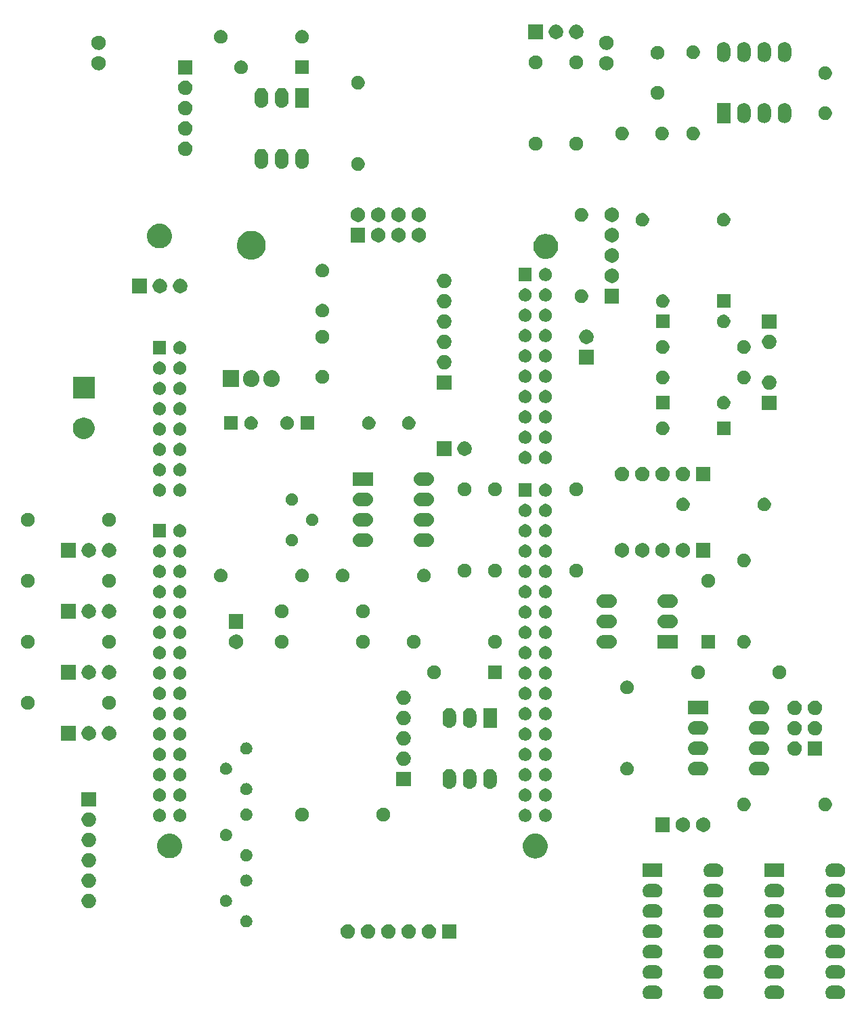
<source format=gbr>
%TF.GenerationSoftware,KiCad,Pcbnew,(5.1.6)-1*%
%TF.CreationDate,2022-04-08T07:46:14+02:00*%
%TF.ProjectId,carteDmx512vFinale,63617274-6544-46d7-9835-31327646696e,VILLEMEJANE*%
%TF.SameCoordinates,Original*%
%TF.FileFunction,Soldermask,Bot*%
%TF.FilePolarity,Negative*%
%FSLAX46Y46*%
G04 Gerber Fmt 4.6, Leading zero omitted, Abs format (unit mm)*
G04 Created by KiCad (PCBNEW (5.1.6)-1) date 2022-04-08 07:46:14*
%MOMM*%
%LPD*%
G01*
G04 APERTURE LIST*
%ADD10C,0.100000*%
G04 APERTURE END LIST*
D10*
G36*
X102801627Y-142672299D02*
G01*
X102881742Y-142696602D01*
X102961855Y-142720903D01*
X102961857Y-142720904D01*
X103109518Y-142799831D01*
X103238949Y-142906051D01*
X103345169Y-143035482D01*
X103424096Y-143183143D01*
X103472701Y-143343373D01*
X103489112Y-143510000D01*
X103472701Y-143676627D01*
X103424096Y-143836857D01*
X103345169Y-143984518D01*
X103238949Y-144113949D01*
X103109518Y-144220169D01*
X102961857Y-144299096D01*
X102961855Y-144299097D01*
X102881742Y-144323398D01*
X102801627Y-144347701D01*
X102676752Y-144360000D01*
X101793248Y-144360000D01*
X101668373Y-144347701D01*
X101588258Y-144323398D01*
X101508145Y-144299097D01*
X101508143Y-144299096D01*
X101360482Y-144220169D01*
X101231051Y-144113949D01*
X101124831Y-143984518D01*
X101045904Y-143836857D01*
X100997299Y-143676627D01*
X100980888Y-143510000D01*
X100997299Y-143343373D01*
X101045904Y-143183143D01*
X101124831Y-143035482D01*
X101231051Y-142906051D01*
X101360482Y-142799831D01*
X101508143Y-142720904D01*
X101508145Y-142720903D01*
X101588258Y-142696602D01*
X101668373Y-142672299D01*
X101793248Y-142660000D01*
X102676752Y-142660000D01*
X102801627Y-142672299D01*
G37*
G36*
X95181627Y-142672299D02*
G01*
X95261742Y-142696602D01*
X95341855Y-142720903D01*
X95341857Y-142720904D01*
X95489518Y-142799831D01*
X95618949Y-142906051D01*
X95725169Y-143035482D01*
X95804096Y-143183143D01*
X95852701Y-143343373D01*
X95869112Y-143510000D01*
X95852701Y-143676627D01*
X95804096Y-143836857D01*
X95725169Y-143984518D01*
X95618949Y-144113949D01*
X95489518Y-144220169D01*
X95341857Y-144299096D01*
X95341855Y-144299097D01*
X95261742Y-144323398D01*
X95181627Y-144347701D01*
X95056752Y-144360000D01*
X94173248Y-144360000D01*
X94048373Y-144347701D01*
X93968258Y-144323398D01*
X93888145Y-144299097D01*
X93888143Y-144299096D01*
X93740482Y-144220169D01*
X93611051Y-144113949D01*
X93504831Y-143984518D01*
X93425904Y-143836857D01*
X93377299Y-143676627D01*
X93360888Y-143510000D01*
X93377299Y-143343373D01*
X93425904Y-143183143D01*
X93504831Y-143035482D01*
X93611051Y-142906051D01*
X93740482Y-142799831D01*
X93888143Y-142720904D01*
X93888145Y-142720903D01*
X93968258Y-142696602D01*
X94048373Y-142672299D01*
X94173248Y-142660000D01*
X95056752Y-142660000D01*
X95181627Y-142672299D01*
G37*
G36*
X118041627Y-142672299D02*
G01*
X118121742Y-142696602D01*
X118201855Y-142720903D01*
X118201857Y-142720904D01*
X118349518Y-142799831D01*
X118478949Y-142906051D01*
X118585169Y-143035482D01*
X118664096Y-143183143D01*
X118712701Y-143343373D01*
X118729112Y-143510000D01*
X118712701Y-143676627D01*
X118664096Y-143836857D01*
X118585169Y-143984518D01*
X118478949Y-144113949D01*
X118349518Y-144220169D01*
X118201857Y-144299096D01*
X118201855Y-144299097D01*
X118121742Y-144323398D01*
X118041627Y-144347701D01*
X117916752Y-144360000D01*
X117033248Y-144360000D01*
X116908373Y-144347701D01*
X116828258Y-144323398D01*
X116748145Y-144299097D01*
X116748143Y-144299096D01*
X116600482Y-144220169D01*
X116471051Y-144113949D01*
X116364831Y-143984518D01*
X116285904Y-143836857D01*
X116237299Y-143676627D01*
X116220888Y-143510000D01*
X116237299Y-143343373D01*
X116285904Y-143183143D01*
X116364831Y-143035482D01*
X116471051Y-142906051D01*
X116600482Y-142799831D01*
X116748143Y-142720904D01*
X116748145Y-142720903D01*
X116828258Y-142696602D01*
X116908373Y-142672299D01*
X117033248Y-142660000D01*
X117916752Y-142660000D01*
X118041627Y-142672299D01*
G37*
G36*
X110421627Y-142672299D02*
G01*
X110501742Y-142696602D01*
X110581855Y-142720903D01*
X110581857Y-142720904D01*
X110729518Y-142799831D01*
X110858949Y-142906051D01*
X110965169Y-143035482D01*
X111044096Y-143183143D01*
X111092701Y-143343373D01*
X111109112Y-143510000D01*
X111092701Y-143676627D01*
X111044096Y-143836857D01*
X110965169Y-143984518D01*
X110858949Y-144113949D01*
X110729518Y-144220169D01*
X110581857Y-144299096D01*
X110581855Y-144299097D01*
X110501742Y-144323398D01*
X110421627Y-144347701D01*
X110296752Y-144360000D01*
X109413248Y-144360000D01*
X109288373Y-144347701D01*
X109208258Y-144323398D01*
X109128145Y-144299097D01*
X109128143Y-144299096D01*
X108980482Y-144220169D01*
X108851051Y-144113949D01*
X108744831Y-143984518D01*
X108665904Y-143836857D01*
X108617299Y-143676627D01*
X108600888Y-143510000D01*
X108617299Y-143343373D01*
X108665904Y-143183143D01*
X108744831Y-143035482D01*
X108851051Y-142906051D01*
X108980482Y-142799831D01*
X109128143Y-142720904D01*
X109128145Y-142720903D01*
X109208258Y-142696602D01*
X109288373Y-142672299D01*
X109413248Y-142660000D01*
X110296752Y-142660000D01*
X110421627Y-142672299D01*
G37*
G36*
X95181627Y-140132299D02*
G01*
X95261742Y-140156601D01*
X95341855Y-140180903D01*
X95341857Y-140180904D01*
X95489518Y-140259831D01*
X95618949Y-140366051D01*
X95725169Y-140495482D01*
X95804096Y-140643143D01*
X95852701Y-140803373D01*
X95869112Y-140970000D01*
X95852701Y-141136627D01*
X95804096Y-141296857D01*
X95725169Y-141444518D01*
X95618949Y-141573949D01*
X95489518Y-141680169D01*
X95341857Y-141759096D01*
X95341855Y-141759097D01*
X95261742Y-141783399D01*
X95181627Y-141807701D01*
X95056752Y-141820000D01*
X94173248Y-141820000D01*
X94048373Y-141807701D01*
X93968258Y-141783399D01*
X93888145Y-141759097D01*
X93888143Y-141759096D01*
X93740482Y-141680169D01*
X93611051Y-141573949D01*
X93504831Y-141444518D01*
X93425904Y-141296857D01*
X93377299Y-141136627D01*
X93360888Y-140970000D01*
X93377299Y-140803373D01*
X93425904Y-140643143D01*
X93504831Y-140495482D01*
X93611051Y-140366051D01*
X93740482Y-140259831D01*
X93888143Y-140180904D01*
X93888145Y-140180903D01*
X93968258Y-140156601D01*
X94048373Y-140132299D01*
X94173248Y-140120000D01*
X95056752Y-140120000D01*
X95181627Y-140132299D01*
G37*
G36*
X102801627Y-140132299D02*
G01*
X102881742Y-140156601D01*
X102961855Y-140180903D01*
X102961857Y-140180904D01*
X103109518Y-140259831D01*
X103238949Y-140366051D01*
X103345169Y-140495482D01*
X103424096Y-140643143D01*
X103472701Y-140803373D01*
X103489112Y-140970000D01*
X103472701Y-141136627D01*
X103424096Y-141296857D01*
X103345169Y-141444518D01*
X103238949Y-141573949D01*
X103109518Y-141680169D01*
X102961857Y-141759096D01*
X102961855Y-141759097D01*
X102881742Y-141783399D01*
X102801627Y-141807701D01*
X102676752Y-141820000D01*
X101793248Y-141820000D01*
X101668373Y-141807701D01*
X101588258Y-141783399D01*
X101508145Y-141759097D01*
X101508143Y-141759096D01*
X101360482Y-141680169D01*
X101231051Y-141573949D01*
X101124831Y-141444518D01*
X101045904Y-141296857D01*
X100997299Y-141136627D01*
X100980888Y-140970000D01*
X100997299Y-140803373D01*
X101045904Y-140643143D01*
X101124831Y-140495482D01*
X101231051Y-140366051D01*
X101360482Y-140259831D01*
X101508143Y-140180904D01*
X101508145Y-140180903D01*
X101588258Y-140156601D01*
X101668373Y-140132299D01*
X101793248Y-140120000D01*
X102676752Y-140120000D01*
X102801627Y-140132299D01*
G37*
G36*
X118041627Y-140132299D02*
G01*
X118121742Y-140156601D01*
X118201855Y-140180903D01*
X118201857Y-140180904D01*
X118349518Y-140259831D01*
X118478949Y-140366051D01*
X118585169Y-140495482D01*
X118664096Y-140643143D01*
X118712701Y-140803373D01*
X118729112Y-140970000D01*
X118712701Y-141136627D01*
X118664096Y-141296857D01*
X118585169Y-141444518D01*
X118478949Y-141573949D01*
X118349518Y-141680169D01*
X118201857Y-141759096D01*
X118201855Y-141759097D01*
X118121742Y-141783399D01*
X118041627Y-141807701D01*
X117916752Y-141820000D01*
X117033248Y-141820000D01*
X116908373Y-141807701D01*
X116828258Y-141783399D01*
X116748145Y-141759097D01*
X116748143Y-141759096D01*
X116600482Y-141680169D01*
X116471051Y-141573949D01*
X116364831Y-141444518D01*
X116285904Y-141296857D01*
X116237299Y-141136627D01*
X116220888Y-140970000D01*
X116237299Y-140803373D01*
X116285904Y-140643143D01*
X116364831Y-140495482D01*
X116471051Y-140366051D01*
X116600482Y-140259831D01*
X116748143Y-140180904D01*
X116748145Y-140180903D01*
X116828258Y-140156601D01*
X116908373Y-140132299D01*
X117033248Y-140120000D01*
X117916752Y-140120000D01*
X118041627Y-140132299D01*
G37*
G36*
X110421627Y-140132299D02*
G01*
X110501742Y-140156601D01*
X110581855Y-140180903D01*
X110581857Y-140180904D01*
X110729518Y-140259831D01*
X110858949Y-140366051D01*
X110965169Y-140495482D01*
X111044096Y-140643143D01*
X111092701Y-140803373D01*
X111109112Y-140970000D01*
X111092701Y-141136627D01*
X111044096Y-141296857D01*
X110965169Y-141444518D01*
X110858949Y-141573949D01*
X110729518Y-141680169D01*
X110581857Y-141759096D01*
X110581855Y-141759097D01*
X110501742Y-141783399D01*
X110421627Y-141807701D01*
X110296752Y-141820000D01*
X109413248Y-141820000D01*
X109288373Y-141807701D01*
X109208258Y-141783399D01*
X109128145Y-141759097D01*
X109128143Y-141759096D01*
X108980482Y-141680169D01*
X108851051Y-141573949D01*
X108744831Y-141444518D01*
X108665904Y-141296857D01*
X108617299Y-141136627D01*
X108600888Y-140970000D01*
X108617299Y-140803373D01*
X108665904Y-140643143D01*
X108744831Y-140495482D01*
X108851051Y-140366051D01*
X108980482Y-140259831D01*
X109128143Y-140180904D01*
X109128145Y-140180903D01*
X109208258Y-140156601D01*
X109288373Y-140132299D01*
X109413248Y-140120000D01*
X110296752Y-140120000D01*
X110421627Y-140132299D01*
G37*
G36*
X95181627Y-137592299D02*
G01*
X95261742Y-137616602D01*
X95341855Y-137640903D01*
X95341857Y-137640904D01*
X95489518Y-137719831D01*
X95618949Y-137826051D01*
X95725169Y-137955482D01*
X95804096Y-138103143D01*
X95852701Y-138263373D01*
X95869112Y-138430000D01*
X95852701Y-138596627D01*
X95804096Y-138756857D01*
X95725169Y-138904518D01*
X95618949Y-139033949D01*
X95489518Y-139140169D01*
X95341857Y-139219096D01*
X95341855Y-139219097D01*
X95261742Y-139243398D01*
X95181627Y-139267701D01*
X95056752Y-139280000D01*
X94173248Y-139280000D01*
X94048373Y-139267701D01*
X93968258Y-139243398D01*
X93888145Y-139219097D01*
X93888143Y-139219096D01*
X93740482Y-139140169D01*
X93611051Y-139033949D01*
X93504831Y-138904518D01*
X93425904Y-138756857D01*
X93377299Y-138596627D01*
X93360888Y-138430000D01*
X93377299Y-138263373D01*
X93425904Y-138103143D01*
X93504831Y-137955482D01*
X93611051Y-137826051D01*
X93740482Y-137719831D01*
X93888143Y-137640904D01*
X93888145Y-137640903D01*
X93968258Y-137616601D01*
X94048373Y-137592299D01*
X94173248Y-137580000D01*
X95056752Y-137580000D01*
X95181627Y-137592299D01*
G37*
G36*
X102801627Y-137592299D02*
G01*
X102881742Y-137616602D01*
X102961855Y-137640903D01*
X102961857Y-137640904D01*
X103109518Y-137719831D01*
X103238949Y-137826051D01*
X103345169Y-137955482D01*
X103424096Y-138103143D01*
X103472701Y-138263373D01*
X103489112Y-138430000D01*
X103472701Y-138596627D01*
X103424096Y-138756857D01*
X103345169Y-138904518D01*
X103238949Y-139033949D01*
X103109518Y-139140169D01*
X102961857Y-139219096D01*
X102961855Y-139219097D01*
X102881742Y-139243398D01*
X102801627Y-139267701D01*
X102676752Y-139280000D01*
X101793248Y-139280000D01*
X101668373Y-139267701D01*
X101588258Y-139243398D01*
X101508145Y-139219097D01*
X101508143Y-139219096D01*
X101360482Y-139140169D01*
X101231051Y-139033949D01*
X101124831Y-138904518D01*
X101045904Y-138756857D01*
X100997299Y-138596627D01*
X100980888Y-138430000D01*
X100997299Y-138263373D01*
X101045904Y-138103143D01*
X101124831Y-137955482D01*
X101231051Y-137826051D01*
X101360482Y-137719831D01*
X101508143Y-137640904D01*
X101508145Y-137640903D01*
X101588258Y-137616601D01*
X101668373Y-137592299D01*
X101793248Y-137580000D01*
X102676752Y-137580000D01*
X102801627Y-137592299D01*
G37*
G36*
X110421627Y-137592299D02*
G01*
X110501742Y-137616602D01*
X110581855Y-137640903D01*
X110581857Y-137640904D01*
X110729518Y-137719831D01*
X110858949Y-137826051D01*
X110965169Y-137955482D01*
X111044096Y-138103143D01*
X111092701Y-138263373D01*
X111109112Y-138430000D01*
X111092701Y-138596627D01*
X111044096Y-138756857D01*
X110965169Y-138904518D01*
X110858949Y-139033949D01*
X110729518Y-139140169D01*
X110581857Y-139219096D01*
X110581855Y-139219097D01*
X110501742Y-139243398D01*
X110421627Y-139267701D01*
X110296752Y-139280000D01*
X109413248Y-139280000D01*
X109288373Y-139267701D01*
X109208258Y-139243398D01*
X109128145Y-139219097D01*
X109128143Y-139219096D01*
X108980482Y-139140169D01*
X108851051Y-139033949D01*
X108744831Y-138904518D01*
X108665904Y-138756857D01*
X108617299Y-138596627D01*
X108600888Y-138430000D01*
X108617299Y-138263373D01*
X108665904Y-138103143D01*
X108744831Y-137955482D01*
X108851051Y-137826051D01*
X108980482Y-137719831D01*
X109128143Y-137640904D01*
X109128145Y-137640903D01*
X109208258Y-137616601D01*
X109288373Y-137592299D01*
X109413248Y-137580000D01*
X110296752Y-137580000D01*
X110421627Y-137592299D01*
G37*
G36*
X118041627Y-137592299D02*
G01*
X118121742Y-137616602D01*
X118201855Y-137640903D01*
X118201857Y-137640904D01*
X118349518Y-137719831D01*
X118478949Y-137826051D01*
X118585169Y-137955482D01*
X118664096Y-138103143D01*
X118712701Y-138263373D01*
X118729112Y-138430000D01*
X118712701Y-138596627D01*
X118664096Y-138756857D01*
X118585169Y-138904518D01*
X118478949Y-139033949D01*
X118349518Y-139140169D01*
X118201857Y-139219096D01*
X118201855Y-139219097D01*
X118121742Y-139243398D01*
X118041627Y-139267701D01*
X117916752Y-139280000D01*
X117033248Y-139280000D01*
X116908373Y-139267701D01*
X116828258Y-139243398D01*
X116748145Y-139219097D01*
X116748143Y-139219096D01*
X116600482Y-139140169D01*
X116471051Y-139033949D01*
X116364831Y-138904518D01*
X116285904Y-138756857D01*
X116237299Y-138596627D01*
X116220888Y-138430000D01*
X116237299Y-138263373D01*
X116285904Y-138103143D01*
X116364831Y-137955482D01*
X116471051Y-137826051D01*
X116600482Y-137719831D01*
X116748143Y-137640904D01*
X116748145Y-137640903D01*
X116828258Y-137616601D01*
X116908373Y-137592299D01*
X117033248Y-137580000D01*
X117916752Y-137580000D01*
X118041627Y-137592299D01*
G37*
G36*
X70115000Y-136790000D02*
G01*
X68315000Y-136790000D01*
X68315000Y-134990000D01*
X70115000Y-134990000D01*
X70115000Y-136790000D01*
G37*
G36*
X56777520Y-135024586D02*
G01*
X56941310Y-135092430D01*
X57088717Y-135190924D01*
X57214076Y-135316283D01*
X57312570Y-135463690D01*
X57380414Y-135627480D01*
X57415000Y-135801358D01*
X57415000Y-135978642D01*
X57380414Y-136152520D01*
X57312570Y-136316310D01*
X57214076Y-136463717D01*
X57088717Y-136589076D01*
X56941310Y-136687570D01*
X56941309Y-136687571D01*
X56941308Y-136687571D01*
X56777520Y-136755414D01*
X56603644Y-136790000D01*
X56426356Y-136790000D01*
X56252480Y-136755414D01*
X56088692Y-136687571D01*
X56088691Y-136687571D01*
X56088690Y-136687570D01*
X55941283Y-136589076D01*
X55815924Y-136463717D01*
X55717430Y-136316310D01*
X55649586Y-136152520D01*
X55615000Y-135978642D01*
X55615000Y-135801358D01*
X55649586Y-135627480D01*
X55717430Y-135463690D01*
X55815924Y-135316283D01*
X55941283Y-135190924D01*
X56088690Y-135092430D01*
X56252480Y-135024586D01*
X56426356Y-134990000D01*
X56603644Y-134990000D01*
X56777520Y-135024586D01*
G37*
G36*
X59317520Y-135024586D02*
G01*
X59481310Y-135092430D01*
X59628717Y-135190924D01*
X59754076Y-135316283D01*
X59852570Y-135463690D01*
X59920414Y-135627480D01*
X59955000Y-135801358D01*
X59955000Y-135978642D01*
X59920414Y-136152520D01*
X59852570Y-136316310D01*
X59754076Y-136463717D01*
X59628717Y-136589076D01*
X59481310Y-136687570D01*
X59481309Y-136687571D01*
X59481308Y-136687571D01*
X59317520Y-136755414D01*
X59143644Y-136790000D01*
X58966356Y-136790000D01*
X58792480Y-136755414D01*
X58628692Y-136687571D01*
X58628691Y-136687571D01*
X58628690Y-136687570D01*
X58481283Y-136589076D01*
X58355924Y-136463717D01*
X58257430Y-136316310D01*
X58189586Y-136152520D01*
X58155000Y-135978642D01*
X58155000Y-135801358D01*
X58189586Y-135627480D01*
X58257430Y-135463690D01*
X58355924Y-135316283D01*
X58481283Y-135190924D01*
X58628690Y-135092430D01*
X58792480Y-135024586D01*
X58966356Y-134990000D01*
X59143644Y-134990000D01*
X59317520Y-135024586D01*
G37*
G36*
X61857520Y-135024586D02*
G01*
X62021310Y-135092430D01*
X62168717Y-135190924D01*
X62294076Y-135316283D01*
X62392570Y-135463690D01*
X62460414Y-135627480D01*
X62495000Y-135801358D01*
X62495000Y-135978642D01*
X62460414Y-136152520D01*
X62392570Y-136316310D01*
X62294076Y-136463717D01*
X62168717Y-136589076D01*
X62021310Y-136687570D01*
X62021309Y-136687571D01*
X62021308Y-136687571D01*
X61857520Y-136755414D01*
X61683644Y-136790000D01*
X61506356Y-136790000D01*
X61332480Y-136755414D01*
X61168692Y-136687571D01*
X61168691Y-136687571D01*
X61168690Y-136687570D01*
X61021283Y-136589076D01*
X60895924Y-136463717D01*
X60797430Y-136316310D01*
X60729586Y-136152520D01*
X60695000Y-135978642D01*
X60695000Y-135801358D01*
X60729586Y-135627480D01*
X60797430Y-135463690D01*
X60895924Y-135316283D01*
X61021283Y-135190924D01*
X61168690Y-135092430D01*
X61332480Y-135024586D01*
X61506356Y-134990000D01*
X61683644Y-134990000D01*
X61857520Y-135024586D01*
G37*
G36*
X64397520Y-135024586D02*
G01*
X64561310Y-135092430D01*
X64708717Y-135190924D01*
X64834076Y-135316283D01*
X64932570Y-135463690D01*
X65000414Y-135627480D01*
X65035000Y-135801358D01*
X65035000Y-135978642D01*
X65000414Y-136152520D01*
X64932570Y-136316310D01*
X64834076Y-136463717D01*
X64708717Y-136589076D01*
X64561310Y-136687570D01*
X64561309Y-136687571D01*
X64561308Y-136687571D01*
X64397520Y-136755414D01*
X64223644Y-136790000D01*
X64046356Y-136790000D01*
X63872480Y-136755414D01*
X63708692Y-136687571D01*
X63708691Y-136687571D01*
X63708690Y-136687570D01*
X63561283Y-136589076D01*
X63435924Y-136463717D01*
X63337430Y-136316310D01*
X63269586Y-136152520D01*
X63235000Y-135978642D01*
X63235000Y-135801358D01*
X63269586Y-135627480D01*
X63337430Y-135463690D01*
X63435924Y-135316283D01*
X63561283Y-135190924D01*
X63708690Y-135092430D01*
X63872480Y-135024586D01*
X64046356Y-134990000D01*
X64223644Y-134990000D01*
X64397520Y-135024586D01*
G37*
G36*
X66937520Y-135024586D02*
G01*
X67101310Y-135092430D01*
X67248717Y-135190924D01*
X67374076Y-135316283D01*
X67472570Y-135463690D01*
X67540414Y-135627480D01*
X67575000Y-135801358D01*
X67575000Y-135978642D01*
X67540414Y-136152520D01*
X67472570Y-136316310D01*
X67374076Y-136463717D01*
X67248717Y-136589076D01*
X67101310Y-136687570D01*
X67101309Y-136687571D01*
X67101308Y-136687571D01*
X66937520Y-136755414D01*
X66763644Y-136790000D01*
X66586356Y-136790000D01*
X66412480Y-136755414D01*
X66248692Y-136687571D01*
X66248691Y-136687571D01*
X66248690Y-136687570D01*
X66101283Y-136589076D01*
X65975924Y-136463717D01*
X65877430Y-136316310D01*
X65809586Y-136152520D01*
X65775000Y-135978642D01*
X65775000Y-135801358D01*
X65809586Y-135627480D01*
X65877430Y-135463690D01*
X65975924Y-135316283D01*
X66101283Y-135190924D01*
X66248690Y-135092430D01*
X66412480Y-135024586D01*
X66586356Y-134990000D01*
X66763644Y-134990000D01*
X66937520Y-135024586D01*
G37*
G36*
X102801627Y-135052299D02*
G01*
X102881742Y-135076601D01*
X102961855Y-135100903D01*
X102961857Y-135100904D01*
X103109518Y-135179831D01*
X103238949Y-135286051D01*
X103345169Y-135415482D01*
X103424096Y-135563143D01*
X103472701Y-135723373D01*
X103489112Y-135890000D01*
X103472701Y-136056627D01*
X103424096Y-136216857D01*
X103345169Y-136364518D01*
X103238949Y-136493949D01*
X103109518Y-136600169D01*
X102961857Y-136679096D01*
X102961855Y-136679097D01*
X102933919Y-136687571D01*
X102801627Y-136727701D01*
X102676752Y-136740000D01*
X101793248Y-136740000D01*
X101668373Y-136727701D01*
X101536081Y-136687571D01*
X101508145Y-136679097D01*
X101508143Y-136679096D01*
X101360482Y-136600169D01*
X101231051Y-136493949D01*
X101124831Y-136364518D01*
X101045904Y-136216857D01*
X100997299Y-136056627D01*
X100980888Y-135890000D01*
X100997299Y-135723373D01*
X101045904Y-135563143D01*
X101124831Y-135415482D01*
X101231051Y-135286051D01*
X101360482Y-135179831D01*
X101508143Y-135100904D01*
X101508145Y-135100903D01*
X101588258Y-135076601D01*
X101668373Y-135052299D01*
X101793248Y-135040000D01*
X102676752Y-135040000D01*
X102801627Y-135052299D01*
G37*
G36*
X95181627Y-135052299D02*
G01*
X95261742Y-135076601D01*
X95341855Y-135100903D01*
X95341857Y-135100904D01*
X95489518Y-135179831D01*
X95618949Y-135286051D01*
X95725169Y-135415482D01*
X95804096Y-135563143D01*
X95852701Y-135723373D01*
X95869112Y-135890000D01*
X95852701Y-136056627D01*
X95804096Y-136216857D01*
X95725169Y-136364518D01*
X95618949Y-136493949D01*
X95489518Y-136600169D01*
X95341857Y-136679096D01*
X95341855Y-136679097D01*
X95313919Y-136687571D01*
X95181627Y-136727701D01*
X95056752Y-136740000D01*
X94173248Y-136740000D01*
X94048373Y-136727701D01*
X93916081Y-136687571D01*
X93888145Y-136679097D01*
X93888143Y-136679096D01*
X93740482Y-136600169D01*
X93611051Y-136493949D01*
X93504831Y-136364518D01*
X93425904Y-136216857D01*
X93377299Y-136056627D01*
X93360888Y-135890000D01*
X93377299Y-135723373D01*
X93425904Y-135563143D01*
X93504831Y-135415482D01*
X93611051Y-135286051D01*
X93740482Y-135179831D01*
X93888143Y-135100904D01*
X93888145Y-135100903D01*
X93968258Y-135076601D01*
X94048373Y-135052299D01*
X94173248Y-135040000D01*
X95056752Y-135040000D01*
X95181627Y-135052299D01*
G37*
G36*
X118041627Y-135052299D02*
G01*
X118121742Y-135076601D01*
X118201855Y-135100903D01*
X118201857Y-135100904D01*
X118349518Y-135179831D01*
X118478949Y-135286051D01*
X118585169Y-135415482D01*
X118664096Y-135563143D01*
X118712701Y-135723373D01*
X118729112Y-135890000D01*
X118712701Y-136056627D01*
X118664096Y-136216857D01*
X118585169Y-136364518D01*
X118478949Y-136493949D01*
X118349518Y-136600169D01*
X118201857Y-136679096D01*
X118201855Y-136679097D01*
X118173919Y-136687571D01*
X118041627Y-136727701D01*
X117916752Y-136740000D01*
X117033248Y-136740000D01*
X116908373Y-136727701D01*
X116776081Y-136687571D01*
X116748145Y-136679097D01*
X116748143Y-136679096D01*
X116600482Y-136600169D01*
X116471051Y-136493949D01*
X116364831Y-136364518D01*
X116285904Y-136216857D01*
X116237299Y-136056627D01*
X116220888Y-135890000D01*
X116237299Y-135723373D01*
X116285904Y-135563143D01*
X116364831Y-135415482D01*
X116471051Y-135286051D01*
X116600482Y-135179831D01*
X116748143Y-135100904D01*
X116748145Y-135100903D01*
X116828258Y-135076601D01*
X116908373Y-135052299D01*
X117033248Y-135040000D01*
X117916752Y-135040000D01*
X118041627Y-135052299D01*
G37*
G36*
X110421627Y-135052299D02*
G01*
X110501742Y-135076601D01*
X110581855Y-135100903D01*
X110581857Y-135100904D01*
X110729518Y-135179831D01*
X110858949Y-135286051D01*
X110965169Y-135415482D01*
X111044096Y-135563143D01*
X111092701Y-135723373D01*
X111109112Y-135890000D01*
X111092701Y-136056627D01*
X111044096Y-136216857D01*
X110965169Y-136364518D01*
X110858949Y-136493949D01*
X110729518Y-136600169D01*
X110581857Y-136679096D01*
X110581855Y-136679097D01*
X110553919Y-136687571D01*
X110421627Y-136727701D01*
X110296752Y-136740000D01*
X109413248Y-136740000D01*
X109288373Y-136727701D01*
X109156081Y-136687571D01*
X109128145Y-136679097D01*
X109128143Y-136679096D01*
X108980482Y-136600169D01*
X108851051Y-136493949D01*
X108744831Y-136364518D01*
X108665904Y-136216857D01*
X108617299Y-136056627D01*
X108600888Y-135890000D01*
X108617299Y-135723373D01*
X108665904Y-135563143D01*
X108744831Y-135415482D01*
X108851051Y-135286051D01*
X108980482Y-135179831D01*
X109128143Y-135100904D01*
X109128145Y-135100903D01*
X109208258Y-135076601D01*
X109288373Y-135052299D01*
X109413248Y-135040000D01*
X110296752Y-135040000D01*
X110421627Y-135052299D01*
G37*
G36*
X43990013Y-133869727D02*
G01*
X44039601Y-133879590D01*
X44179732Y-133937635D01*
X44305847Y-134021902D01*
X44413098Y-134129153D01*
X44497365Y-134255268D01*
X44555410Y-134395399D01*
X44585000Y-134544162D01*
X44585000Y-134695838D01*
X44555410Y-134844601D01*
X44497365Y-134984732D01*
X44413098Y-135110847D01*
X44305847Y-135218098D01*
X44179732Y-135302365D01*
X44179731Y-135302366D01*
X44179730Y-135302366D01*
X44146129Y-135316284D01*
X44039601Y-135360410D01*
X43990013Y-135370273D01*
X43890840Y-135390000D01*
X43739160Y-135390000D01*
X43639987Y-135370273D01*
X43590399Y-135360410D01*
X43483871Y-135316284D01*
X43450270Y-135302366D01*
X43450269Y-135302366D01*
X43450268Y-135302365D01*
X43324153Y-135218098D01*
X43216902Y-135110847D01*
X43132635Y-134984732D01*
X43074590Y-134844601D01*
X43045000Y-134695838D01*
X43045000Y-134544162D01*
X43074590Y-134395399D01*
X43132635Y-134255268D01*
X43216902Y-134129153D01*
X43324153Y-134021902D01*
X43450268Y-133937635D01*
X43590399Y-133879590D01*
X43639987Y-133869727D01*
X43739160Y-133850000D01*
X43890840Y-133850000D01*
X43990013Y-133869727D01*
G37*
G36*
X118041627Y-132512299D02*
G01*
X118121742Y-132536602D01*
X118201855Y-132560903D01*
X118201857Y-132560904D01*
X118349518Y-132639831D01*
X118478949Y-132746051D01*
X118585169Y-132875482D01*
X118664096Y-133023143D01*
X118712701Y-133183373D01*
X118729112Y-133350000D01*
X118712701Y-133516627D01*
X118664096Y-133676857D01*
X118585169Y-133824518D01*
X118478949Y-133953949D01*
X118349518Y-134060169D01*
X118220459Y-134129153D01*
X118201855Y-134139097D01*
X118121742Y-134163398D01*
X118041627Y-134187701D01*
X117916752Y-134200000D01*
X117033248Y-134200000D01*
X116908373Y-134187701D01*
X116828258Y-134163398D01*
X116748145Y-134139097D01*
X116729541Y-134129153D01*
X116600482Y-134060169D01*
X116471051Y-133953949D01*
X116364831Y-133824518D01*
X116285904Y-133676857D01*
X116237299Y-133516627D01*
X116220888Y-133350000D01*
X116237299Y-133183373D01*
X116285904Y-133023143D01*
X116364831Y-132875482D01*
X116471051Y-132746051D01*
X116600482Y-132639831D01*
X116748143Y-132560904D01*
X116748145Y-132560903D01*
X116828258Y-132536602D01*
X116908373Y-132512299D01*
X117033248Y-132500000D01*
X117916752Y-132500000D01*
X118041627Y-132512299D01*
G37*
G36*
X110421627Y-132512299D02*
G01*
X110501742Y-132536602D01*
X110581855Y-132560903D01*
X110581857Y-132560904D01*
X110729518Y-132639831D01*
X110858949Y-132746051D01*
X110965169Y-132875482D01*
X111044096Y-133023143D01*
X111092701Y-133183373D01*
X111109112Y-133350000D01*
X111092701Y-133516627D01*
X111044096Y-133676857D01*
X110965169Y-133824518D01*
X110858949Y-133953949D01*
X110729518Y-134060169D01*
X110600459Y-134129153D01*
X110581855Y-134139097D01*
X110501742Y-134163398D01*
X110421627Y-134187701D01*
X110296752Y-134200000D01*
X109413248Y-134200000D01*
X109288373Y-134187701D01*
X109208258Y-134163398D01*
X109128145Y-134139097D01*
X109109541Y-134129153D01*
X108980482Y-134060169D01*
X108851051Y-133953949D01*
X108744831Y-133824518D01*
X108665904Y-133676857D01*
X108617299Y-133516627D01*
X108600888Y-133350000D01*
X108617299Y-133183373D01*
X108665904Y-133023143D01*
X108744831Y-132875482D01*
X108851051Y-132746051D01*
X108980482Y-132639831D01*
X109128143Y-132560904D01*
X109128145Y-132560903D01*
X109208258Y-132536602D01*
X109288373Y-132512299D01*
X109413248Y-132500000D01*
X110296752Y-132500000D01*
X110421627Y-132512299D01*
G37*
G36*
X102801627Y-132512299D02*
G01*
X102881742Y-132536602D01*
X102961855Y-132560903D01*
X102961857Y-132560904D01*
X103109518Y-132639831D01*
X103238949Y-132746051D01*
X103345169Y-132875482D01*
X103424096Y-133023143D01*
X103472701Y-133183373D01*
X103489112Y-133350000D01*
X103472701Y-133516627D01*
X103424096Y-133676857D01*
X103345169Y-133824518D01*
X103238949Y-133953949D01*
X103109518Y-134060169D01*
X102980459Y-134129153D01*
X102961855Y-134139097D01*
X102881742Y-134163398D01*
X102801627Y-134187701D01*
X102676752Y-134200000D01*
X101793248Y-134200000D01*
X101668373Y-134187701D01*
X101588258Y-134163398D01*
X101508145Y-134139097D01*
X101489541Y-134129153D01*
X101360482Y-134060169D01*
X101231051Y-133953949D01*
X101124831Y-133824518D01*
X101045904Y-133676857D01*
X100997299Y-133516627D01*
X100980888Y-133350000D01*
X100997299Y-133183373D01*
X101045904Y-133023143D01*
X101124831Y-132875482D01*
X101231051Y-132746051D01*
X101360482Y-132639831D01*
X101508143Y-132560904D01*
X101508145Y-132560903D01*
X101588258Y-132536602D01*
X101668373Y-132512299D01*
X101793248Y-132500000D01*
X102676752Y-132500000D01*
X102801627Y-132512299D01*
G37*
G36*
X95181627Y-132512299D02*
G01*
X95261742Y-132536602D01*
X95341855Y-132560903D01*
X95341857Y-132560904D01*
X95489518Y-132639831D01*
X95618949Y-132746051D01*
X95725169Y-132875482D01*
X95804096Y-133023143D01*
X95852701Y-133183373D01*
X95869112Y-133350000D01*
X95852701Y-133516627D01*
X95804096Y-133676857D01*
X95725169Y-133824518D01*
X95618949Y-133953949D01*
X95489518Y-134060169D01*
X95360459Y-134129153D01*
X95341855Y-134139097D01*
X95261742Y-134163398D01*
X95181627Y-134187701D01*
X95056752Y-134200000D01*
X94173248Y-134200000D01*
X94048373Y-134187701D01*
X93968258Y-134163398D01*
X93888145Y-134139097D01*
X93869541Y-134129153D01*
X93740482Y-134060169D01*
X93611051Y-133953949D01*
X93504831Y-133824518D01*
X93425904Y-133676857D01*
X93377299Y-133516627D01*
X93360888Y-133350000D01*
X93377299Y-133183373D01*
X93425904Y-133023143D01*
X93504831Y-132875482D01*
X93611051Y-132746051D01*
X93740482Y-132639831D01*
X93888143Y-132560904D01*
X93888145Y-132560903D01*
X93968258Y-132536602D01*
X94048373Y-132512299D01*
X94173248Y-132500000D01*
X95056752Y-132500000D01*
X95181627Y-132512299D01*
G37*
G36*
X24392520Y-131214586D02*
G01*
X24556310Y-131282430D01*
X24703717Y-131380924D01*
X24829076Y-131506283D01*
X24923568Y-131647701D01*
X24927571Y-131653692D01*
X24995414Y-131817480D01*
X25030000Y-131991356D01*
X25030000Y-132168644D01*
X24995414Y-132342520D01*
X24953077Y-132444732D01*
X24927570Y-132506310D01*
X24829076Y-132653717D01*
X24703717Y-132779076D01*
X24556310Y-132877570D01*
X24556309Y-132877571D01*
X24556308Y-132877571D01*
X24392520Y-132945414D01*
X24218644Y-132980000D01*
X24041356Y-132980000D01*
X23867480Y-132945414D01*
X23703692Y-132877571D01*
X23703691Y-132877571D01*
X23703690Y-132877570D01*
X23556283Y-132779076D01*
X23430924Y-132653717D01*
X23332430Y-132506310D01*
X23306924Y-132444732D01*
X23264586Y-132342520D01*
X23230000Y-132168644D01*
X23230000Y-131991356D01*
X23264586Y-131817480D01*
X23332429Y-131653692D01*
X23336432Y-131647701D01*
X23430924Y-131506283D01*
X23556283Y-131380924D01*
X23703690Y-131282430D01*
X23867480Y-131214586D01*
X24041356Y-131180000D01*
X24218644Y-131180000D01*
X24392520Y-131214586D01*
G37*
G36*
X41450013Y-131329727D02*
G01*
X41499601Y-131339590D01*
X41639732Y-131397635D01*
X41765847Y-131481902D01*
X41873098Y-131589153D01*
X41912218Y-131647701D01*
X41957366Y-131715270D01*
X42015410Y-131855400D01*
X42045000Y-132004160D01*
X42045000Y-132155840D01*
X42042453Y-132168644D01*
X42015410Y-132304601D01*
X41957365Y-132444732D01*
X41873098Y-132570847D01*
X41765847Y-132678098D01*
X41639732Y-132762365D01*
X41499601Y-132820410D01*
X41450013Y-132830273D01*
X41350840Y-132850000D01*
X41199160Y-132850000D01*
X41099987Y-132830273D01*
X41050399Y-132820410D01*
X40910268Y-132762365D01*
X40784153Y-132678098D01*
X40676902Y-132570847D01*
X40592635Y-132444732D01*
X40534590Y-132304601D01*
X40507547Y-132168644D01*
X40505000Y-132155840D01*
X40505000Y-132004160D01*
X40534590Y-131855400D01*
X40592634Y-131715270D01*
X40637782Y-131647701D01*
X40676902Y-131589153D01*
X40784153Y-131481902D01*
X40910268Y-131397635D01*
X41050399Y-131339590D01*
X41099987Y-131329727D01*
X41199160Y-131310000D01*
X41350840Y-131310000D01*
X41450013Y-131329727D01*
G37*
G36*
X110421627Y-129972299D02*
G01*
X110501742Y-129996602D01*
X110581855Y-130020903D01*
X110581857Y-130020904D01*
X110729518Y-130099831D01*
X110858949Y-130206051D01*
X110965169Y-130335482D01*
X111044096Y-130483143D01*
X111092701Y-130643373D01*
X111109112Y-130810000D01*
X111092701Y-130976627D01*
X111044096Y-131136857D01*
X110965169Y-131284518D01*
X110858949Y-131413949D01*
X110729518Y-131520169D01*
X110600459Y-131589153D01*
X110581855Y-131599097D01*
X110501742Y-131623398D01*
X110421627Y-131647701D01*
X110296752Y-131660000D01*
X109413248Y-131660000D01*
X109288373Y-131647701D01*
X109208258Y-131623398D01*
X109128145Y-131599097D01*
X109109541Y-131589153D01*
X108980482Y-131520169D01*
X108851051Y-131413949D01*
X108744831Y-131284518D01*
X108665904Y-131136857D01*
X108617299Y-130976627D01*
X108600888Y-130810000D01*
X108617299Y-130643373D01*
X108665904Y-130483143D01*
X108744831Y-130335482D01*
X108851051Y-130206051D01*
X108980482Y-130099831D01*
X109128143Y-130020904D01*
X109128145Y-130020903D01*
X109208258Y-129996602D01*
X109288373Y-129972299D01*
X109413248Y-129960000D01*
X110296752Y-129960000D01*
X110421627Y-129972299D01*
G37*
G36*
X118041627Y-129972299D02*
G01*
X118121742Y-129996602D01*
X118201855Y-130020903D01*
X118201857Y-130020904D01*
X118349518Y-130099831D01*
X118478949Y-130206051D01*
X118585169Y-130335482D01*
X118664096Y-130483143D01*
X118712701Y-130643373D01*
X118729112Y-130810000D01*
X118712701Y-130976627D01*
X118664096Y-131136857D01*
X118585169Y-131284518D01*
X118478949Y-131413949D01*
X118349518Y-131520169D01*
X118220459Y-131589153D01*
X118201855Y-131599097D01*
X118121742Y-131623398D01*
X118041627Y-131647701D01*
X117916752Y-131660000D01*
X117033248Y-131660000D01*
X116908373Y-131647701D01*
X116828258Y-131623398D01*
X116748145Y-131599097D01*
X116729541Y-131589153D01*
X116600482Y-131520169D01*
X116471051Y-131413949D01*
X116364831Y-131284518D01*
X116285904Y-131136857D01*
X116237299Y-130976627D01*
X116220888Y-130810000D01*
X116237299Y-130643373D01*
X116285904Y-130483143D01*
X116364831Y-130335482D01*
X116471051Y-130206051D01*
X116600482Y-130099831D01*
X116748143Y-130020904D01*
X116748145Y-130020903D01*
X116828258Y-129996602D01*
X116908373Y-129972299D01*
X117033248Y-129960000D01*
X117916752Y-129960000D01*
X118041627Y-129972299D01*
G37*
G36*
X102801627Y-129972299D02*
G01*
X102881742Y-129996602D01*
X102961855Y-130020903D01*
X102961857Y-130020904D01*
X103109518Y-130099831D01*
X103238949Y-130206051D01*
X103345169Y-130335482D01*
X103424096Y-130483143D01*
X103472701Y-130643373D01*
X103489112Y-130810000D01*
X103472701Y-130976627D01*
X103424096Y-131136857D01*
X103345169Y-131284518D01*
X103238949Y-131413949D01*
X103109518Y-131520169D01*
X102980459Y-131589153D01*
X102961855Y-131599097D01*
X102881742Y-131623398D01*
X102801627Y-131647701D01*
X102676752Y-131660000D01*
X101793248Y-131660000D01*
X101668373Y-131647701D01*
X101588258Y-131623398D01*
X101508145Y-131599097D01*
X101489541Y-131589153D01*
X101360482Y-131520169D01*
X101231051Y-131413949D01*
X101124831Y-131284518D01*
X101045904Y-131136857D01*
X100997299Y-130976627D01*
X100980888Y-130810000D01*
X100997299Y-130643373D01*
X101045904Y-130483143D01*
X101124831Y-130335482D01*
X101231051Y-130206051D01*
X101360482Y-130099831D01*
X101508143Y-130020904D01*
X101508145Y-130020903D01*
X101588258Y-129996602D01*
X101668373Y-129972299D01*
X101793248Y-129960000D01*
X102676752Y-129960000D01*
X102801627Y-129972299D01*
G37*
G36*
X95181627Y-129972299D02*
G01*
X95261742Y-129996602D01*
X95341855Y-130020903D01*
X95341857Y-130020904D01*
X95489518Y-130099831D01*
X95618949Y-130206051D01*
X95725169Y-130335482D01*
X95804096Y-130483143D01*
X95852701Y-130643373D01*
X95869112Y-130810000D01*
X95852701Y-130976627D01*
X95804096Y-131136857D01*
X95725169Y-131284518D01*
X95618949Y-131413949D01*
X95489518Y-131520169D01*
X95360459Y-131589153D01*
X95341855Y-131599097D01*
X95261742Y-131623398D01*
X95181627Y-131647701D01*
X95056752Y-131660000D01*
X94173248Y-131660000D01*
X94048373Y-131647701D01*
X93968258Y-131623398D01*
X93888145Y-131599097D01*
X93869541Y-131589153D01*
X93740482Y-131520169D01*
X93611051Y-131413949D01*
X93504831Y-131284518D01*
X93425904Y-131136857D01*
X93377299Y-130976627D01*
X93360888Y-130810000D01*
X93377299Y-130643373D01*
X93425904Y-130483143D01*
X93504831Y-130335482D01*
X93611051Y-130206051D01*
X93740482Y-130099831D01*
X93888143Y-130020904D01*
X93888145Y-130020903D01*
X93968258Y-129996602D01*
X94048373Y-129972299D01*
X94173248Y-129960000D01*
X95056752Y-129960000D01*
X95181627Y-129972299D01*
G37*
G36*
X24392520Y-128674586D02*
G01*
X24556310Y-128742430D01*
X24703717Y-128840924D01*
X24829076Y-128966283D01*
X24923568Y-129107701D01*
X24927571Y-129113692D01*
X24995414Y-129277480D01*
X25030000Y-129451356D01*
X25030000Y-129628644D01*
X24995414Y-129802520D01*
X24953077Y-129904732D01*
X24927570Y-129966310D01*
X24829076Y-130113717D01*
X24703717Y-130239076D01*
X24556310Y-130337570D01*
X24556309Y-130337571D01*
X24556308Y-130337571D01*
X24392520Y-130405414D01*
X24218644Y-130440000D01*
X24041356Y-130440000D01*
X23867480Y-130405414D01*
X23703692Y-130337571D01*
X23703691Y-130337571D01*
X23703690Y-130337570D01*
X23556283Y-130239076D01*
X23430924Y-130113717D01*
X23332430Y-129966310D01*
X23306924Y-129904732D01*
X23264586Y-129802520D01*
X23230000Y-129628644D01*
X23230000Y-129451356D01*
X23264586Y-129277480D01*
X23332429Y-129113692D01*
X23336432Y-129107701D01*
X23430924Y-128966283D01*
X23556283Y-128840924D01*
X23703690Y-128742430D01*
X23867480Y-128674586D01*
X24041356Y-128640000D01*
X24218644Y-128640000D01*
X24392520Y-128674586D01*
G37*
G36*
X43990013Y-128789727D02*
G01*
X44039601Y-128799590D01*
X44179732Y-128857635D01*
X44305847Y-128941902D01*
X44413098Y-129049153D01*
X44452218Y-129107701D01*
X44497366Y-129175270D01*
X44555410Y-129315400D01*
X44585000Y-129464160D01*
X44585000Y-129615840D01*
X44582453Y-129628644D01*
X44555410Y-129764601D01*
X44497365Y-129904732D01*
X44413098Y-130030847D01*
X44305847Y-130138098D01*
X44179732Y-130222365D01*
X44039601Y-130280410D01*
X43990013Y-130290273D01*
X43890840Y-130310000D01*
X43739160Y-130310000D01*
X43639987Y-130290273D01*
X43590399Y-130280410D01*
X43450268Y-130222365D01*
X43324153Y-130138098D01*
X43216902Y-130030847D01*
X43132635Y-129904732D01*
X43074590Y-129764601D01*
X43047547Y-129628644D01*
X43045000Y-129615840D01*
X43045000Y-129464160D01*
X43074590Y-129315400D01*
X43132634Y-129175270D01*
X43177782Y-129107701D01*
X43216902Y-129049153D01*
X43324153Y-128941902D01*
X43450268Y-128857635D01*
X43590399Y-128799590D01*
X43639987Y-128789727D01*
X43739160Y-128770000D01*
X43890840Y-128770000D01*
X43990013Y-128789727D01*
G37*
G36*
X111105000Y-129120000D02*
G01*
X108605000Y-129120000D01*
X108605000Y-127420000D01*
X111105000Y-127420000D01*
X111105000Y-129120000D01*
G37*
G36*
X95865000Y-129120000D02*
G01*
X93365000Y-129120000D01*
X93365000Y-127420000D01*
X95865000Y-127420000D01*
X95865000Y-129120000D01*
G37*
G36*
X102801627Y-127432299D02*
G01*
X102881742Y-127456602D01*
X102961855Y-127480903D01*
X102961857Y-127480904D01*
X103109518Y-127559831D01*
X103238949Y-127666051D01*
X103345169Y-127795482D01*
X103424096Y-127943143D01*
X103472701Y-128103373D01*
X103489112Y-128270000D01*
X103472701Y-128436627D01*
X103424096Y-128596857D01*
X103345169Y-128744518D01*
X103238949Y-128873949D01*
X103109518Y-128980169D01*
X102980459Y-129049153D01*
X102961855Y-129059097D01*
X102881742Y-129083399D01*
X102801627Y-129107701D01*
X102676752Y-129120000D01*
X101793248Y-129120000D01*
X101668373Y-129107701D01*
X101588258Y-129083399D01*
X101508145Y-129059097D01*
X101489541Y-129049153D01*
X101360482Y-128980169D01*
X101231051Y-128873949D01*
X101124831Y-128744518D01*
X101045904Y-128596857D01*
X100997299Y-128436627D01*
X100980888Y-128270000D01*
X100997299Y-128103373D01*
X101045904Y-127943143D01*
X101124831Y-127795482D01*
X101231051Y-127666051D01*
X101360482Y-127559831D01*
X101508143Y-127480904D01*
X101508145Y-127480903D01*
X101588258Y-127456602D01*
X101668373Y-127432299D01*
X101793248Y-127420000D01*
X102676752Y-127420000D01*
X102801627Y-127432299D01*
G37*
G36*
X118041627Y-127432299D02*
G01*
X118121742Y-127456602D01*
X118201855Y-127480903D01*
X118201857Y-127480904D01*
X118349518Y-127559831D01*
X118478949Y-127666051D01*
X118585169Y-127795482D01*
X118664096Y-127943143D01*
X118712701Y-128103373D01*
X118729112Y-128270000D01*
X118712701Y-128436627D01*
X118664096Y-128596857D01*
X118585169Y-128744518D01*
X118478949Y-128873949D01*
X118349518Y-128980169D01*
X118220459Y-129049153D01*
X118201855Y-129059097D01*
X118121742Y-129083399D01*
X118041627Y-129107701D01*
X117916752Y-129120000D01*
X117033248Y-129120000D01*
X116908373Y-129107701D01*
X116828258Y-129083399D01*
X116748145Y-129059097D01*
X116729541Y-129049153D01*
X116600482Y-128980169D01*
X116471051Y-128873949D01*
X116364831Y-128744518D01*
X116285904Y-128596857D01*
X116237299Y-128436627D01*
X116220888Y-128270000D01*
X116237299Y-128103373D01*
X116285904Y-127943143D01*
X116364831Y-127795482D01*
X116471051Y-127666051D01*
X116600482Y-127559831D01*
X116748143Y-127480904D01*
X116748145Y-127480903D01*
X116828258Y-127456602D01*
X116908373Y-127432299D01*
X117033248Y-127420000D01*
X117916752Y-127420000D01*
X118041627Y-127432299D01*
G37*
G36*
X24392520Y-126134586D02*
G01*
X24556310Y-126202430D01*
X24703717Y-126300924D01*
X24829076Y-126426283D01*
X24927570Y-126573690D01*
X24927571Y-126573692D01*
X24995414Y-126737480D01*
X25018959Y-126855847D01*
X25030000Y-126911358D01*
X25030000Y-127088642D01*
X24995414Y-127262520D01*
X24927570Y-127426310D01*
X24829076Y-127573717D01*
X24703717Y-127699076D01*
X24556310Y-127797570D01*
X24556309Y-127797571D01*
X24556308Y-127797571D01*
X24392520Y-127865414D01*
X24218644Y-127900000D01*
X24041356Y-127900000D01*
X23867480Y-127865414D01*
X23703692Y-127797571D01*
X23703691Y-127797571D01*
X23703690Y-127797570D01*
X23556283Y-127699076D01*
X23430924Y-127573717D01*
X23332430Y-127426310D01*
X23264586Y-127262520D01*
X23230000Y-127088642D01*
X23230000Y-126911358D01*
X23241042Y-126855847D01*
X23264586Y-126737480D01*
X23332429Y-126573692D01*
X23332430Y-126573690D01*
X23430924Y-126426283D01*
X23556283Y-126300924D01*
X23703690Y-126202430D01*
X23867480Y-126134586D01*
X24041356Y-126100000D01*
X24218644Y-126100000D01*
X24392520Y-126134586D01*
G37*
G36*
X43990013Y-125614727D02*
G01*
X44039601Y-125624590D01*
X44179732Y-125682635D01*
X44305847Y-125766902D01*
X44413098Y-125874153D01*
X44497365Y-126000268D01*
X44555410Y-126140399D01*
X44585000Y-126289162D01*
X44585000Y-126440838D01*
X44555410Y-126589601D01*
X44497365Y-126729732D01*
X44413098Y-126855847D01*
X44305847Y-126963098D01*
X44179732Y-127047365D01*
X44039601Y-127105410D01*
X43990013Y-127115273D01*
X43890840Y-127135000D01*
X43739160Y-127135000D01*
X43639987Y-127115273D01*
X43590399Y-127105410D01*
X43450268Y-127047365D01*
X43324153Y-126963098D01*
X43216902Y-126855847D01*
X43132635Y-126729732D01*
X43074590Y-126589601D01*
X43045000Y-126440838D01*
X43045000Y-126289162D01*
X43074590Y-126140399D01*
X43132635Y-126000268D01*
X43216902Y-125874153D01*
X43324153Y-125766902D01*
X43450268Y-125682635D01*
X43590399Y-125624590D01*
X43639987Y-125614727D01*
X43739160Y-125595000D01*
X43890840Y-125595000D01*
X43990013Y-125614727D01*
G37*
G36*
X80267391Y-123694784D02*
G01*
X80417119Y-123724566D01*
X80504894Y-123760924D01*
X80699200Y-123841408D01*
X80699201Y-123841409D01*
X80953069Y-124011037D01*
X81168965Y-124226933D01*
X81228374Y-124315846D01*
X81338594Y-124480802D01*
X81385896Y-124595000D01*
X81451294Y-124752883D01*
X81455436Y-124762884D01*
X81515001Y-125062338D01*
X81515001Y-125367664D01*
X81455436Y-125667118D01*
X81338594Y-125949200D01*
X81338593Y-125949201D01*
X81168965Y-126203069D01*
X80953069Y-126418965D01*
X80783440Y-126532307D01*
X80699200Y-126588594D01*
X80533961Y-126657038D01*
X80417119Y-126705436D01*
X80294984Y-126729730D01*
X80117664Y-126765001D01*
X79812338Y-126765001D01*
X79635018Y-126729730D01*
X79512883Y-126705436D01*
X79396041Y-126657038D01*
X79230802Y-126588594D01*
X79146562Y-126532307D01*
X78976933Y-126418965D01*
X78761037Y-126203069D01*
X78591409Y-125949201D01*
X78591408Y-125949200D01*
X78474566Y-125667118D01*
X78415001Y-125367664D01*
X78415001Y-125062338D01*
X78474566Y-124762884D01*
X78478709Y-124752883D01*
X78544106Y-124595000D01*
X78591408Y-124480802D01*
X78701628Y-124315846D01*
X78761037Y-124226933D01*
X78976933Y-124011037D01*
X79230801Y-123841409D01*
X79230802Y-123841408D01*
X79425108Y-123760924D01*
X79512883Y-123724566D01*
X79662611Y-123694784D01*
X79812338Y-123665001D01*
X80117664Y-123665001D01*
X80267391Y-123694784D01*
G37*
G36*
X34457937Y-123665001D02*
G01*
X34707119Y-123714566D01*
X34819036Y-123760924D01*
X34989200Y-123831408D01*
X35071326Y-123886283D01*
X35243069Y-124001037D01*
X35458965Y-124216933D01*
X35562146Y-124371356D01*
X35628594Y-124470802D01*
X35643739Y-124507366D01*
X35745436Y-124752883D01*
X35805001Y-125052339D01*
X35805001Y-125357663D01*
X35745436Y-125657119D01*
X35734867Y-125682634D01*
X35628594Y-125939200D01*
X35587790Y-126000268D01*
X35458965Y-126193069D01*
X35243069Y-126408965D01*
X35195367Y-126440838D01*
X34989200Y-126578594D01*
X34823961Y-126647038D01*
X34707119Y-126695436D01*
X34656845Y-126705436D01*
X34407664Y-126755001D01*
X34102338Y-126755001D01*
X33853157Y-126705436D01*
X33802883Y-126695436D01*
X33686041Y-126647038D01*
X33520802Y-126578594D01*
X33314635Y-126440838D01*
X33266933Y-126408965D01*
X33051037Y-126193069D01*
X32922212Y-126000268D01*
X32881408Y-125939200D01*
X32775135Y-125682634D01*
X32764566Y-125657119D01*
X32705001Y-125357663D01*
X32705001Y-125052339D01*
X32764566Y-124752883D01*
X32866263Y-124507366D01*
X32881408Y-124470802D01*
X32947856Y-124371356D01*
X33051037Y-124216933D01*
X33266933Y-124001037D01*
X33438676Y-123886283D01*
X33520802Y-123831408D01*
X33690966Y-123760924D01*
X33802883Y-123714566D01*
X34052065Y-123665001D01*
X34102338Y-123655001D01*
X34407664Y-123655001D01*
X34457937Y-123665001D01*
G37*
G36*
X24392520Y-123594586D02*
G01*
X24556310Y-123662430D01*
X24703717Y-123760924D01*
X24829076Y-123886283D01*
X24927570Y-124033690D01*
X24927571Y-124033692D01*
X24995414Y-124197480D01*
X25018959Y-124315847D01*
X25030000Y-124371358D01*
X25030000Y-124548642D01*
X24995414Y-124722520D01*
X24927570Y-124886310D01*
X24829076Y-125033717D01*
X24703717Y-125159076D01*
X24556310Y-125257570D01*
X24556309Y-125257571D01*
X24556308Y-125257571D01*
X24392520Y-125325414D01*
X24218644Y-125360000D01*
X24041356Y-125360000D01*
X23867480Y-125325414D01*
X23703692Y-125257571D01*
X23703691Y-125257571D01*
X23703690Y-125257570D01*
X23556283Y-125159076D01*
X23430924Y-125033717D01*
X23332430Y-124886310D01*
X23264586Y-124722520D01*
X23230000Y-124548642D01*
X23230000Y-124371358D01*
X23241042Y-124315847D01*
X23264586Y-124197480D01*
X23332429Y-124033692D01*
X23332430Y-124033690D01*
X23430924Y-123886283D01*
X23556283Y-123760924D01*
X23703690Y-123662430D01*
X23867480Y-123594586D01*
X24041356Y-123560000D01*
X24218644Y-123560000D01*
X24392520Y-123594586D01*
G37*
G36*
X41450013Y-123074727D02*
G01*
X41499601Y-123084590D01*
X41598689Y-123125634D01*
X41606132Y-123128717D01*
X41639732Y-123142635D01*
X41765847Y-123226902D01*
X41873098Y-123334153D01*
X41957365Y-123460268D01*
X42015410Y-123600399D01*
X42045000Y-123749162D01*
X42045000Y-123900838D01*
X42015410Y-124049601D01*
X41957365Y-124189732D01*
X41873098Y-124315847D01*
X41765847Y-124423098D01*
X41639732Y-124507365D01*
X41499601Y-124565410D01*
X41450013Y-124575273D01*
X41350840Y-124595000D01*
X41199160Y-124595000D01*
X41099987Y-124575273D01*
X41050399Y-124565410D01*
X40910268Y-124507365D01*
X40784153Y-124423098D01*
X40676902Y-124315847D01*
X40592635Y-124189732D01*
X40534590Y-124049601D01*
X40505000Y-123900838D01*
X40505000Y-123749162D01*
X40534590Y-123600399D01*
X40592635Y-123460268D01*
X40676902Y-123334153D01*
X40784153Y-123226902D01*
X40910268Y-123142635D01*
X40943869Y-123128717D01*
X40951311Y-123125634D01*
X41050399Y-123084590D01*
X41099987Y-123074727D01*
X41199160Y-123055000D01*
X41350840Y-123055000D01*
X41450013Y-123074727D01*
G37*
G36*
X98677656Y-121687624D02*
G01*
X98687520Y-121689586D01*
X98851310Y-121757430D01*
X98998717Y-121855924D01*
X99124076Y-121981283D01*
X99222570Y-122128690D01*
X99290414Y-122292480D01*
X99325000Y-122466358D01*
X99325000Y-122643642D01*
X99290414Y-122817520D01*
X99222570Y-122981310D01*
X99124076Y-123128717D01*
X98998717Y-123254076D01*
X98851310Y-123352570D01*
X98851309Y-123352571D01*
X98851308Y-123352571D01*
X98687520Y-123420414D01*
X98513644Y-123455000D01*
X98336356Y-123455000D01*
X98162480Y-123420414D01*
X97998692Y-123352571D01*
X97998691Y-123352571D01*
X97998690Y-123352570D01*
X97851283Y-123254076D01*
X97725924Y-123128717D01*
X97627430Y-122981310D01*
X97559586Y-122817520D01*
X97525000Y-122643642D01*
X97525000Y-122466358D01*
X97559586Y-122292480D01*
X97627430Y-122128690D01*
X97725924Y-121981283D01*
X97851283Y-121855924D01*
X97998690Y-121757430D01*
X98162480Y-121689586D01*
X98172344Y-121687624D01*
X98336356Y-121655000D01*
X98513644Y-121655000D01*
X98677656Y-121687624D01*
G37*
G36*
X101217656Y-121687624D02*
G01*
X101227520Y-121689586D01*
X101391310Y-121757430D01*
X101538717Y-121855924D01*
X101664076Y-121981283D01*
X101762570Y-122128690D01*
X101830414Y-122292480D01*
X101865000Y-122466358D01*
X101865000Y-122643642D01*
X101830414Y-122817520D01*
X101762570Y-122981310D01*
X101664076Y-123128717D01*
X101538717Y-123254076D01*
X101391310Y-123352570D01*
X101391309Y-123352571D01*
X101391308Y-123352571D01*
X101227520Y-123420414D01*
X101053644Y-123455000D01*
X100876356Y-123455000D01*
X100702480Y-123420414D01*
X100538692Y-123352571D01*
X100538691Y-123352571D01*
X100538690Y-123352570D01*
X100391283Y-123254076D01*
X100265924Y-123128717D01*
X100167430Y-122981310D01*
X100099586Y-122817520D01*
X100065000Y-122643642D01*
X100065000Y-122466358D01*
X100099586Y-122292480D01*
X100167430Y-122128690D01*
X100265924Y-121981283D01*
X100391283Y-121855924D01*
X100538690Y-121757430D01*
X100702480Y-121689586D01*
X100712344Y-121687624D01*
X100876356Y-121655000D01*
X101053644Y-121655000D01*
X101217656Y-121687624D01*
G37*
G36*
X96785000Y-123455000D02*
G01*
X94985000Y-123455000D01*
X94985000Y-121655000D01*
X96785000Y-121655000D01*
X96785000Y-123455000D01*
G37*
G36*
X24392520Y-121054586D02*
G01*
X24556310Y-121122430D01*
X24703717Y-121220924D01*
X24829076Y-121346283D01*
X24844067Y-121368719D01*
X24927571Y-121493692D01*
X24995414Y-121657480D01*
X25030000Y-121831356D01*
X25030000Y-122008644D01*
X25006121Y-122128690D01*
X24995414Y-122182520D01*
X24927570Y-122346310D01*
X24829076Y-122493717D01*
X24703717Y-122619076D01*
X24556310Y-122717570D01*
X24556309Y-122717571D01*
X24556308Y-122717571D01*
X24392520Y-122785414D01*
X24218644Y-122820000D01*
X24041356Y-122820000D01*
X23867480Y-122785414D01*
X23703692Y-122717571D01*
X23703691Y-122717571D01*
X23703690Y-122717570D01*
X23556283Y-122619076D01*
X23430924Y-122493717D01*
X23332430Y-122346310D01*
X23264586Y-122182520D01*
X23253879Y-122128690D01*
X23230000Y-122008644D01*
X23230000Y-121831356D01*
X23264586Y-121657480D01*
X23332429Y-121493692D01*
X23415933Y-121368719D01*
X23430924Y-121346283D01*
X23556283Y-121220924D01*
X23703690Y-121122430D01*
X23867480Y-121054586D01*
X24041356Y-121020000D01*
X24218644Y-121020000D01*
X24392520Y-121054586D01*
G37*
G36*
X81430242Y-120595881D02*
G01*
X81482728Y-120606321D01*
X81631048Y-120667758D01*
X81659699Y-120686902D01*
X81743891Y-120743157D01*
X81764533Y-120756950D01*
X81878052Y-120870469D01*
X81967244Y-121003954D01*
X82016319Y-121122429D01*
X82028681Y-121152275D01*
X82060001Y-121309729D01*
X82060001Y-121470273D01*
X82047536Y-121532936D01*
X82028681Y-121627728D01*
X82017384Y-121655000D01*
X81967245Y-121776046D01*
X81895716Y-121883098D01*
X81878052Y-121909533D01*
X81764533Y-122023052D01*
X81631048Y-122112244D01*
X81482728Y-122173681D01*
X81438291Y-122182520D01*
X81325273Y-122205001D01*
X81164729Y-122205001D01*
X81051711Y-122182520D01*
X81007274Y-122173681D01*
X80858954Y-122112244D01*
X80725469Y-122023052D01*
X80611950Y-121909533D01*
X80594287Y-121883098D01*
X80522757Y-121776046D01*
X80472618Y-121655000D01*
X80461321Y-121627728D01*
X80442466Y-121532936D01*
X80430001Y-121470273D01*
X80430001Y-121309729D01*
X80461321Y-121152275D01*
X80473684Y-121122429D01*
X80522758Y-121003954D01*
X80611950Y-120870469D01*
X80725469Y-120756950D01*
X80746112Y-120743157D01*
X80830303Y-120686902D01*
X80858954Y-120667758D01*
X81007274Y-120606321D01*
X81059760Y-120595881D01*
X81164729Y-120575001D01*
X81325273Y-120575001D01*
X81430242Y-120595881D01*
G37*
G36*
X33170242Y-120595881D02*
G01*
X33222728Y-120606321D01*
X33371048Y-120667758D01*
X33399699Y-120686902D01*
X33483891Y-120743157D01*
X33504533Y-120756950D01*
X33618052Y-120870469D01*
X33707244Y-121003954D01*
X33756319Y-121122429D01*
X33768681Y-121152275D01*
X33800001Y-121309729D01*
X33800001Y-121470273D01*
X33787536Y-121532936D01*
X33768681Y-121627728D01*
X33757384Y-121655000D01*
X33707245Y-121776046D01*
X33635716Y-121883098D01*
X33618052Y-121909533D01*
X33504533Y-122023052D01*
X33371048Y-122112244D01*
X33222728Y-122173681D01*
X33178291Y-122182520D01*
X33065273Y-122205001D01*
X32904729Y-122205001D01*
X32791711Y-122182520D01*
X32747274Y-122173681D01*
X32598954Y-122112244D01*
X32465469Y-122023052D01*
X32351950Y-121909533D01*
X32334287Y-121883098D01*
X32262757Y-121776046D01*
X32212618Y-121655000D01*
X32201321Y-121627728D01*
X32182466Y-121532936D01*
X32170001Y-121470273D01*
X32170001Y-121309729D01*
X32201321Y-121152275D01*
X32213684Y-121122429D01*
X32262758Y-121003954D01*
X32351950Y-120870469D01*
X32465469Y-120756950D01*
X32486112Y-120743157D01*
X32570303Y-120686902D01*
X32598954Y-120667758D01*
X32747274Y-120606321D01*
X32799760Y-120595881D01*
X32904729Y-120575001D01*
X33065273Y-120575001D01*
X33170242Y-120595881D01*
G37*
G36*
X35710242Y-120595881D02*
G01*
X35762728Y-120606321D01*
X35911048Y-120667758D01*
X35939699Y-120686902D01*
X36023891Y-120743157D01*
X36044533Y-120756950D01*
X36158052Y-120870469D01*
X36247244Y-121003954D01*
X36296319Y-121122429D01*
X36308681Y-121152275D01*
X36340001Y-121309729D01*
X36340001Y-121470273D01*
X36327536Y-121532936D01*
X36308681Y-121627728D01*
X36297384Y-121655000D01*
X36247245Y-121776046D01*
X36175716Y-121883098D01*
X36158052Y-121909533D01*
X36044533Y-122023052D01*
X35911048Y-122112244D01*
X35762728Y-122173681D01*
X35718291Y-122182520D01*
X35605273Y-122205001D01*
X35444729Y-122205001D01*
X35331711Y-122182520D01*
X35287274Y-122173681D01*
X35138954Y-122112244D01*
X35005469Y-122023052D01*
X34891950Y-121909533D01*
X34874287Y-121883098D01*
X34802757Y-121776046D01*
X34752618Y-121655000D01*
X34741321Y-121627728D01*
X34722466Y-121532936D01*
X34710001Y-121470273D01*
X34710001Y-121309729D01*
X34741321Y-121152275D01*
X34753684Y-121122429D01*
X34802758Y-121003954D01*
X34891950Y-120870469D01*
X35005469Y-120756950D01*
X35026112Y-120743157D01*
X35110303Y-120686902D01*
X35138954Y-120667758D01*
X35287274Y-120606321D01*
X35339760Y-120595881D01*
X35444729Y-120575001D01*
X35605273Y-120575001D01*
X35710242Y-120595881D01*
G37*
G36*
X78890242Y-120595881D02*
G01*
X78942728Y-120606321D01*
X79091048Y-120667758D01*
X79119699Y-120686902D01*
X79203891Y-120743157D01*
X79224533Y-120756950D01*
X79338052Y-120870469D01*
X79427244Y-121003954D01*
X79476319Y-121122429D01*
X79488681Y-121152275D01*
X79520001Y-121309729D01*
X79520001Y-121470273D01*
X79507536Y-121532936D01*
X79488681Y-121627728D01*
X79477384Y-121655000D01*
X79427245Y-121776046D01*
X79355716Y-121883098D01*
X79338052Y-121909533D01*
X79224533Y-122023052D01*
X79091048Y-122112244D01*
X78942728Y-122173681D01*
X78898291Y-122182520D01*
X78785273Y-122205001D01*
X78624729Y-122205001D01*
X78511711Y-122182520D01*
X78467274Y-122173681D01*
X78318954Y-122112244D01*
X78185469Y-122023052D01*
X78071950Y-121909533D01*
X78054287Y-121883098D01*
X77982757Y-121776046D01*
X77932618Y-121655000D01*
X77921321Y-121627728D01*
X77902466Y-121532936D01*
X77890001Y-121470273D01*
X77890001Y-121309729D01*
X77921321Y-121152275D01*
X77933684Y-121122429D01*
X77982758Y-121003954D01*
X78071950Y-120870469D01*
X78185469Y-120756950D01*
X78206112Y-120743157D01*
X78290303Y-120686902D01*
X78318954Y-120667758D01*
X78467274Y-120606321D01*
X78519760Y-120595881D01*
X78624729Y-120575001D01*
X78785273Y-120575001D01*
X78890242Y-120595881D01*
G37*
G36*
X61207935Y-120467664D02*
G01*
X61362624Y-120531739D01*
X61362626Y-120531740D01*
X61501844Y-120624762D01*
X61620238Y-120743156D01*
X61701651Y-120865000D01*
X61713261Y-120882376D01*
X61777336Y-121037065D01*
X61810000Y-121201281D01*
X61810000Y-121368719D01*
X61777336Y-121532935D01*
X61726774Y-121655000D01*
X61713260Y-121687626D01*
X61620238Y-121826844D01*
X61501844Y-121945238D01*
X61362626Y-122038260D01*
X61362625Y-122038261D01*
X61362624Y-122038261D01*
X61207935Y-122102336D01*
X61043719Y-122135000D01*
X60876281Y-122135000D01*
X60712065Y-122102336D01*
X60557376Y-122038261D01*
X60557375Y-122038261D01*
X60557374Y-122038260D01*
X60418156Y-121945238D01*
X60299762Y-121826844D01*
X60206740Y-121687626D01*
X60193226Y-121655000D01*
X60142664Y-121532935D01*
X60110000Y-121368719D01*
X60110000Y-121201281D01*
X60142664Y-121037065D01*
X60206739Y-120882376D01*
X60218349Y-120865000D01*
X60299762Y-120743156D01*
X60418156Y-120624762D01*
X60557374Y-120531740D01*
X60557376Y-120531739D01*
X60712065Y-120467664D01*
X60876281Y-120435000D01*
X61043719Y-120435000D01*
X61207935Y-120467664D01*
G37*
G36*
X51047935Y-120467664D02*
G01*
X51202624Y-120531739D01*
X51202626Y-120531740D01*
X51341844Y-120624762D01*
X51460238Y-120743156D01*
X51541651Y-120865000D01*
X51553261Y-120882376D01*
X51617336Y-121037065D01*
X51650000Y-121201281D01*
X51650000Y-121368719D01*
X51617336Y-121532935D01*
X51566774Y-121655000D01*
X51553260Y-121687626D01*
X51460238Y-121826844D01*
X51341844Y-121945238D01*
X51202626Y-122038260D01*
X51202625Y-122038261D01*
X51202624Y-122038261D01*
X51047935Y-122102336D01*
X50883719Y-122135000D01*
X50716281Y-122135000D01*
X50552065Y-122102336D01*
X50397376Y-122038261D01*
X50397375Y-122038261D01*
X50397374Y-122038260D01*
X50258156Y-121945238D01*
X50139762Y-121826844D01*
X50046740Y-121687626D01*
X50033226Y-121655000D01*
X49982664Y-121532935D01*
X49950000Y-121368719D01*
X49950000Y-121201281D01*
X49982664Y-121037065D01*
X50046739Y-120882376D01*
X50058349Y-120865000D01*
X50139762Y-120743156D01*
X50258156Y-120624762D01*
X50397374Y-120531740D01*
X50397376Y-120531739D01*
X50552065Y-120467664D01*
X50716281Y-120435000D01*
X50883719Y-120435000D01*
X51047935Y-120467664D01*
G37*
G36*
X43974993Y-120531739D02*
G01*
X44039601Y-120544590D01*
X44179732Y-120602635D01*
X44305847Y-120686902D01*
X44413098Y-120794153D01*
X44497365Y-120920268D01*
X44545745Y-121037065D01*
X44555410Y-121060400D01*
X44585000Y-121209160D01*
X44585000Y-121360840D01*
X44565273Y-121460013D01*
X44555410Y-121509601D01*
X44545744Y-121532936D01*
X44506480Y-121627728D01*
X44497365Y-121649732D01*
X44413098Y-121775847D01*
X44305847Y-121883098D01*
X44179732Y-121967365D01*
X44179731Y-121967366D01*
X44179730Y-121967366D01*
X44146129Y-121981284D01*
X44039601Y-122025410D01*
X43990013Y-122035273D01*
X43890840Y-122055000D01*
X43739160Y-122055000D01*
X43639987Y-122035273D01*
X43590399Y-122025410D01*
X43483871Y-121981284D01*
X43450270Y-121967366D01*
X43450269Y-121967366D01*
X43450268Y-121967365D01*
X43324153Y-121883098D01*
X43216902Y-121775847D01*
X43132635Y-121649732D01*
X43123521Y-121627728D01*
X43084256Y-121532936D01*
X43074590Y-121509601D01*
X43064727Y-121460013D01*
X43045000Y-121360840D01*
X43045000Y-121209160D01*
X43074590Y-121060400D01*
X43084256Y-121037065D01*
X43132635Y-120920268D01*
X43216902Y-120794153D01*
X43324153Y-120686902D01*
X43450268Y-120602635D01*
X43590399Y-120544590D01*
X43655007Y-120531739D01*
X43739160Y-120515000D01*
X43890840Y-120515000D01*
X43974993Y-120531739D01*
G37*
G36*
X116452935Y-119197664D02*
G01*
X116607624Y-119261739D01*
X116607626Y-119261740D01*
X116746844Y-119354762D01*
X116865238Y-119473156D01*
X116958260Y-119612374D01*
X116958261Y-119612376D01*
X117022336Y-119767065D01*
X117055000Y-119931281D01*
X117055000Y-120098719D01*
X117022336Y-120262935D01*
X117015267Y-120280000D01*
X116958260Y-120417626D01*
X116865238Y-120556844D01*
X116746844Y-120675238D01*
X116607626Y-120768260D01*
X116607625Y-120768261D01*
X116607624Y-120768261D01*
X116452935Y-120832336D01*
X116288719Y-120865000D01*
X116121281Y-120865000D01*
X115957065Y-120832336D01*
X115802376Y-120768261D01*
X115802375Y-120768261D01*
X115802374Y-120768260D01*
X115663156Y-120675238D01*
X115544762Y-120556844D01*
X115451740Y-120417626D01*
X115394733Y-120280000D01*
X115387664Y-120262935D01*
X115355000Y-120098719D01*
X115355000Y-119931281D01*
X115387664Y-119767065D01*
X115451739Y-119612376D01*
X115451740Y-119612374D01*
X115544762Y-119473156D01*
X115663156Y-119354762D01*
X115802374Y-119261740D01*
X115802376Y-119261739D01*
X115957065Y-119197664D01*
X116121281Y-119165000D01*
X116288719Y-119165000D01*
X116452935Y-119197664D01*
G37*
G36*
X106292935Y-119197664D02*
G01*
X106447624Y-119261739D01*
X106447626Y-119261740D01*
X106586844Y-119354762D01*
X106705238Y-119473156D01*
X106798260Y-119612374D01*
X106798261Y-119612376D01*
X106862336Y-119767065D01*
X106895000Y-119931281D01*
X106895000Y-120098719D01*
X106862336Y-120262935D01*
X106855267Y-120280000D01*
X106798260Y-120417626D01*
X106705238Y-120556844D01*
X106586844Y-120675238D01*
X106447626Y-120768260D01*
X106447625Y-120768261D01*
X106447624Y-120768261D01*
X106292935Y-120832336D01*
X106128719Y-120865000D01*
X105961281Y-120865000D01*
X105797065Y-120832336D01*
X105642376Y-120768261D01*
X105642375Y-120768261D01*
X105642374Y-120768260D01*
X105503156Y-120675238D01*
X105384762Y-120556844D01*
X105291740Y-120417626D01*
X105234733Y-120280000D01*
X105227664Y-120262935D01*
X105195000Y-120098719D01*
X105195000Y-119931281D01*
X105227664Y-119767065D01*
X105291739Y-119612376D01*
X105291740Y-119612374D01*
X105384762Y-119473156D01*
X105503156Y-119354762D01*
X105642374Y-119261740D01*
X105642376Y-119261739D01*
X105797065Y-119197664D01*
X105961281Y-119165000D01*
X106128719Y-119165000D01*
X106292935Y-119197664D01*
G37*
G36*
X25030000Y-120280000D02*
G01*
X23230000Y-120280000D01*
X23230000Y-118480000D01*
X25030000Y-118480000D01*
X25030000Y-120280000D01*
G37*
G36*
X78890242Y-118055881D02*
G01*
X78942728Y-118066321D01*
X79091048Y-118127758D01*
X79158242Y-118172656D01*
X79224532Y-118216949D01*
X79338053Y-118330470D01*
X79427245Y-118463956D01*
X79433891Y-118480000D01*
X79483948Y-118600847D01*
X79488681Y-118612275D01*
X79507742Y-118708098D01*
X79520001Y-118769731D01*
X79520001Y-118930271D01*
X79488681Y-119087728D01*
X79427244Y-119236048D01*
X79338052Y-119369533D01*
X79224533Y-119483052D01*
X79091048Y-119572244D01*
X78942728Y-119633681D01*
X78890242Y-119644121D01*
X78785273Y-119665001D01*
X78624729Y-119665001D01*
X78519760Y-119644121D01*
X78467274Y-119633681D01*
X78318954Y-119572244D01*
X78185469Y-119483052D01*
X78071950Y-119369533D01*
X77982758Y-119236048D01*
X77921321Y-119087728D01*
X77890001Y-118930271D01*
X77890001Y-118769731D01*
X77902261Y-118708098D01*
X77921321Y-118612275D01*
X77926055Y-118600847D01*
X77976111Y-118480000D01*
X77982757Y-118463956D01*
X78071949Y-118330470D01*
X78185470Y-118216949D01*
X78251760Y-118172656D01*
X78318954Y-118127758D01*
X78467274Y-118066321D01*
X78519760Y-118055881D01*
X78624729Y-118035001D01*
X78785273Y-118035001D01*
X78890242Y-118055881D01*
G37*
G36*
X81430242Y-118055881D02*
G01*
X81482728Y-118066321D01*
X81631048Y-118127758D01*
X81698242Y-118172656D01*
X81764532Y-118216949D01*
X81878053Y-118330470D01*
X81967245Y-118463956D01*
X81973891Y-118480000D01*
X82023948Y-118600847D01*
X82028681Y-118612275D01*
X82047742Y-118708098D01*
X82060001Y-118769731D01*
X82060001Y-118930271D01*
X82028681Y-119087728D01*
X81967244Y-119236048D01*
X81878052Y-119369533D01*
X81764533Y-119483052D01*
X81631048Y-119572244D01*
X81482728Y-119633681D01*
X81430242Y-119644121D01*
X81325273Y-119665001D01*
X81164729Y-119665001D01*
X81059760Y-119644121D01*
X81007274Y-119633681D01*
X80858954Y-119572244D01*
X80725469Y-119483052D01*
X80611950Y-119369533D01*
X80522758Y-119236048D01*
X80461321Y-119087728D01*
X80430001Y-118930271D01*
X80430001Y-118769731D01*
X80442261Y-118708098D01*
X80461321Y-118612275D01*
X80466055Y-118600847D01*
X80516111Y-118480000D01*
X80522757Y-118463956D01*
X80611949Y-118330470D01*
X80725470Y-118216949D01*
X80791760Y-118172656D01*
X80858954Y-118127758D01*
X81007274Y-118066321D01*
X81059760Y-118055881D01*
X81164729Y-118035001D01*
X81325273Y-118035001D01*
X81430242Y-118055881D01*
G37*
G36*
X35710242Y-118055881D02*
G01*
X35762728Y-118066321D01*
X35911048Y-118127758D01*
X35978242Y-118172656D01*
X36044532Y-118216949D01*
X36158053Y-118330470D01*
X36247245Y-118463956D01*
X36253891Y-118480000D01*
X36303948Y-118600847D01*
X36308681Y-118612275D01*
X36327742Y-118708098D01*
X36340001Y-118769731D01*
X36340001Y-118930271D01*
X36308681Y-119087728D01*
X36247244Y-119236048D01*
X36158052Y-119369533D01*
X36044533Y-119483052D01*
X35911048Y-119572244D01*
X35762728Y-119633681D01*
X35710242Y-119644121D01*
X35605273Y-119665001D01*
X35444729Y-119665001D01*
X35339760Y-119644121D01*
X35287274Y-119633681D01*
X35138954Y-119572244D01*
X35005469Y-119483052D01*
X34891950Y-119369533D01*
X34802758Y-119236048D01*
X34741321Y-119087728D01*
X34710001Y-118930271D01*
X34710001Y-118769731D01*
X34722261Y-118708098D01*
X34741321Y-118612275D01*
X34746055Y-118600847D01*
X34796111Y-118480000D01*
X34802757Y-118463956D01*
X34891949Y-118330470D01*
X35005470Y-118216949D01*
X35071760Y-118172656D01*
X35138954Y-118127758D01*
X35287274Y-118066321D01*
X35339760Y-118055881D01*
X35444729Y-118035001D01*
X35605273Y-118035001D01*
X35710242Y-118055881D01*
G37*
G36*
X33170242Y-118055881D02*
G01*
X33222728Y-118066321D01*
X33371048Y-118127758D01*
X33438242Y-118172656D01*
X33504532Y-118216949D01*
X33618053Y-118330470D01*
X33707245Y-118463956D01*
X33713891Y-118480000D01*
X33763948Y-118600847D01*
X33768681Y-118612275D01*
X33787742Y-118708098D01*
X33800001Y-118769731D01*
X33800001Y-118930271D01*
X33768681Y-119087728D01*
X33707244Y-119236048D01*
X33618052Y-119369533D01*
X33504533Y-119483052D01*
X33371048Y-119572244D01*
X33222728Y-119633681D01*
X33170242Y-119644121D01*
X33065273Y-119665001D01*
X32904729Y-119665001D01*
X32799760Y-119644121D01*
X32747274Y-119633681D01*
X32598954Y-119572244D01*
X32465469Y-119483052D01*
X32351950Y-119369533D01*
X32262758Y-119236048D01*
X32201321Y-119087728D01*
X32170001Y-118930271D01*
X32170001Y-118769731D01*
X32182261Y-118708098D01*
X32201321Y-118612275D01*
X32206055Y-118600847D01*
X32256111Y-118480000D01*
X32262757Y-118463956D01*
X32351949Y-118330470D01*
X32465470Y-118216949D01*
X32531760Y-118172656D01*
X32598954Y-118127758D01*
X32747274Y-118066321D01*
X32799760Y-118055881D01*
X32904729Y-118035001D01*
X33065273Y-118035001D01*
X33170242Y-118055881D01*
G37*
G36*
X43990013Y-117359727D02*
G01*
X44039601Y-117369590D01*
X44179732Y-117427635D01*
X44305847Y-117511902D01*
X44413098Y-117619153D01*
X44497365Y-117745268D01*
X44538241Y-117843949D01*
X44555410Y-117885400D01*
X44585000Y-118034160D01*
X44585000Y-118185840D01*
X44555410Y-118334600D01*
X44501830Y-118463954D01*
X44497365Y-118474732D01*
X44413098Y-118600847D01*
X44305847Y-118708098D01*
X44179732Y-118792365D01*
X44039601Y-118850410D01*
X43990013Y-118860273D01*
X43890840Y-118880000D01*
X43739160Y-118880000D01*
X43639987Y-118860273D01*
X43590399Y-118850410D01*
X43450268Y-118792365D01*
X43324153Y-118708098D01*
X43216902Y-118600847D01*
X43132635Y-118474732D01*
X43128171Y-118463954D01*
X43074590Y-118334600D01*
X43045000Y-118185840D01*
X43045000Y-118034160D01*
X43074590Y-117885400D01*
X43091760Y-117843949D01*
X43132635Y-117745268D01*
X43216902Y-117619153D01*
X43324153Y-117511902D01*
X43450268Y-117427635D01*
X43590399Y-117369590D01*
X43639987Y-117359727D01*
X43739160Y-117340000D01*
X43890840Y-117340000D01*
X43990013Y-117359727D01*
G37*
G36*
X69381627Y-115602299D02*
G01*
X69461742Y-115626601D01*
X69541855Y-115650903D01*
X69541857Y-115650904D01*
X69689518Y-115729831D01*
X69818949Y-115836051D01*
X69925169Y-115965482D01*
X70004096Y-116113143D01*
X70052701Y-116273374D01*
X70065000Y-116398249D01*
X70065000Y-117281752D01*
X70052701Y-117406627D01*
X70004096Y-117566857D01*
X69925169Y-117714518D01*
X69818949Y-117843949D01*
X69689518Y-117950169D01*
X69541857Y-118029096D01*
X69541854Y-118029097D01*
X69522391Y-118035001D01*
X69381626Y-118077701D01*
X69215000Y-118094112D01*
X69048373Y-118077701D01*
X68968258Y-118053398D01*
X68888145Y-118029097D01*
X68888143Y-118029096D01*
X68740482Y-117950169D01*
X68611051Y-117843949D01*
X68504831Y-117714518D01*
X68425904Y-117566857D01*
X68377299Y-117406626D01*
X68365000Y-117281751D01*
X68365000Y-116398249D01*
X68377300Y-116273373D01*
X68425905Y-116113143D01*
X68504832Y-115965482D01*
X68611052Y-115836051D01*
X68740483Y-115729831D01*
X68888144Y-115650904D01*
X68888146Y-115650903D01*
X68968259Y-115626601D01*
X69048374Y-115602299D01*
X69215000Y-115585888D01*
X69381627Y-115602299D01*
G37*
G36*
X71921627Y-115602299D02*
G01*
X72001742Y-115626601D01*
X72081855Y-115650903D01*
X72081857Y-115650904D01*
X72229518Y-115729831D01*
X72358949Y-115836051D01*
X72465169Y-115965482D01*
X72544096Y-116113143D01*
X72592701Y-116273374D01*
X72605000Y-116398249D01*
X72605000Y-117281752D01*
X72592701Y-117406627D01*
X72544096Y-117566857D01*
X72465169Y-117714518D01*
X72358949Y-117843949D01*
X72229518Y-117950169D01*
X72081857Y-118029096D01*
X72081854Y-118029097D01*
X72062391Y-118035001D01*
X71921626Y-118077701D01*
X71755000Y-118094112D01*
X71588373Y-118077701D01*
X71508258Y-118053398D01*
X71428145Y-118029097D01*
X71428143Y-118029096D01*
X71280482Y-117950169D01*
X71151051Y-117843949D01*
X71044831Y-117714518D01*
X70965904Y-117566857D01*
X70917299Y-117406626D01*
X70905000Y-117281751D01*
X70905000Y-116398249D01*
X70917300Y-116273373D01*
X70965905Y-116113143D01*
X71044832Y-115965482D01*
X71151052Y-115836051D01*
X71280483Y-115729831D01*
X71428144Y-115650904D01*
X71428146Y-115650903D01*
X71508259Y-115626601D01*
X71588374Y-115602299D01*
X71755000Y-115585888D01*
X71921627Y-115602299D01*
G37*
G36*
X74461627Y-115602299D02*
G01*
X74541742Y-115626601D01*
X74621855Y-115650903D01*
X74621857Y-115650904D01*
X74769518Y-115729831D01*
X74898949Y-115836051D01*
X75005169Y-115965482D01*
X75084096Y-116113143D01*
X75132701Y-116273374D01*
X75145000Y-116398249D01*
X75145000Y-117281752D01*
X75132701Y-117406627D01*
X75084096Y-117566857D01*
X75005169Y-117714518D01*
X74898949Y-117843949D01*
X74769518Y-117950169D01*
X74621857Y-118029096D01*
X74621854Y-118029097D01*
X74602391Y-118035001D01*
X74461626Y-118077701D01*
X74295000Y-118094112D01*
X74128373Y-118077701D01*
X74048258Y-118053398D01*
X73968145Y-118029097D01*
X73968143Y-118029096D01*
X73820482Y-117950169D01*
X73691051Y-117843949D01*
X73584831Y-117714518D01*
X73505904Y-117566857D01*
X73457299Y-117406626D01*
X73445000Y-117281751D01*
X73445000Y-116398249D01*
X73457300Y-116273373D01*
X73505905Y-116113143D01*
X73584832Y-115965482D01*
X73691052Y-115836051D01*
X73820483Y-115729831D01*
X73968144Y-115650904D01*
X73968146Y-115650903D01*
X74048259Y-115626601D01*
X74128374Y-115602299D01*
X74295000Y-115585888D01*
X74461627Y-115602299D01*
G37*
G36*
X64400000Y-117740000D02*
G01*
X62600000Y-117740000D01*
X62600000Y-115940000D01*
X64400000Y-115940000D01*
X64400000Y-117740000D01*
G37*
G36*
X81430242Y-115515881D02*
G01*
X81482728Y-115526321D01*
X81587607Y-115569764D01*
X81626534Y-115585888D01*
X81631048Y-115587758D01*
X81698242Y-115632656D01*
X81764532Y-115676949D01*
X81878053Y-115790470D01*
X81967245Y-115923956D01*
X81973891Y-115940000D01*
X82023948Y-116060847D01*
X82028681Y-116072275D01*
X82060001Y-116229729D01*
X82060001Y-116390273D01*
X82056534Y-116407701D01*
X82028681Y-116547728D01*
X81967244Y-116696048D01*
X81878052Y-116829533D01*
X81764533Y-116943052D01*
X81631048Y-117032244D01*
X81482728Y-117093681D01*
X81430242Y-117104121D01*
X81325273Y-117125001D01*
X81164729Y-117125001D01*
X81059760Y-117104121D01*
X81007274Y-117093681D01*
X80858954Y-117032244D01*
X80725469Y-116943052D01*
X80611950Y-116829533D01*
X80522758Y-116696048D01*
X80461321Y-116547728D01*
X80433468Y-116407701D01*
X80430001Y-116390273D01*
X80430001Y-116229729D01*
X80461321Y-116072275D01*
X80466055Y-116060847D01*
X80516111Y-115940000D01*
X80522757Y-115923956D01*
X80611949Y-115790470D01*
X80725470Y-115676949D01*
X80791760Y-115632656D01*
X80858954Y-115587758D01*
X80863469Y-115585888D01*
X80902395Y-115569764D01*
X81007274Y-115526321D01*
X81059760Y-115515881D01*
X81164729Y-115495001D01*
X81325273Y-115495001D01*
X81430242Y-115515881D01*
G37*
G36*
X33170242Y-115515881D02*
G01*
X33222728Y-115526321D01*
X33327607Y-115569764D01*
X33366534Y-115585888D01*
X33371048Y-115587758D01*
X33438242Y-115632656D01*
X33504532Y-115676949D01*
X33618053Y-115790470D01*
X33707245Y-115923956D01*
X33713891Y-115940000D01*
X33763948Y-116060847D01*
X33768681Y-116072275D01*
X33800001Y-116229729D01*
X33800001Y-116390273D01*
X33796534Y-116407701D01*
X33768681Y-116547728D01*
X33707244Y-116696048D01*
X33618052Y-116829533D01*
X33504533Y-116943052D01*
X33371048Y-117032244D01*
X33222728Y-117093681D01*
X33170242Y-117104121D01*
X33065273Y-117125001D01*
X32904729Y-117125001D01*
X32799760Y-117104121D01*
X32747274Y-117093681D01*
X32598954Y-117032244D01*
X32465469Y-116943052D01*
X32351950Y-116829533D01*
X32262758Y-116696048D01*
X32201321Y-116547728D01*
X32173468Y-116407701D01*
X32170001Y-116390273D01*
X32170001Y-116229729D01*
X32201321Y-116072275D01*
X32206055Y-116060847D01*
X32256111Y-115940000D01*
X32262757Y-115923956D01*
X32351949Y-115790470D01*
X32465470Y-115676949D01*
X32531760Y-115632656D01*
X32598954Y-115587758D01*
X32603469Y-115585888D01*
X32642395Y-115569764D01*
X32747274Y-115526321D01*
X32799760Y-115515881D01*
X32904729Y-115495001D01*
X33065273Y-115495001D01*
X33170242Y-115515881D01*
G37*
G36*
X78890242Y-115515881D02*
G01*
X78942728Y-115526321D01*
X79047607Y-115569764D01*
X79086534Y-115585888D01*
X79091048Y-115587758D01*
X79158242Y-115632656D01*
X79224532Y-115676949D01*
X79338053Y-115790470D01*
X79427245Y-115923956D01*
X79433891Y-115940000D01*
X79483948Y-116060847D01*
X79488681Y-116072275D01*
X79520001Y-116229729D01*
X79520001Y-116390273D01*
X79516534Y-116407701D01*
X79488681Y-116547728D01*
X79427244Y-116696048D01*
X79338052Y-116829533D01*
X79224533Y-116943052D01*
X79091048Y-117032244D01*
X78942728Y-117093681D01*
X78890242Y-117104121D01*
X78785273Y-117125001D01*
X78624729Y-117125001D01*
X78519760Y-117104121D01*
X78467274Y-117093681D01*
X78318954Y-117032244D01*
X78185469Y-116943052D01*
X78071950Y-116829533D01*
X77982758Y-116696048D01*
X77921321Y-116547728D01*
X77893468Y-116407701D01*
X77890001Y-116390273D01*
X77890001Y-116229729D01*
X77921321Y-116072275D01*
X77926055Y-116060847D01*
X77976111Y-115940000D01*
X77982757Y-115923956D01*
X78071949Y-115790470D01*
X78185470Y-115676949D01*
X78251760Y-115632656D01*
X78318954Y-115587758D01*
X78323469Y-115585888D01*
X78362395Y-115569764D01*
X78467274Y-115526321D01*
X78519760Y-115515881D01*
X78624729Y-115495001D01*
X78785273Y-115495001D01*
X78890242Y-115515881D01*
G37*
G36*
X35710242Y-115515881D02*
G01*
X35762728Y-115526321D01*
X35867607Y-115569764D01*
X35906534Y-115585888D01*
X35911048Y-115587758D01*
X35978242Y-115632656D01*
X36044532Y-115676949D01*
X36158053Y-115790470D01*
X36247245Y-115923956D01*
X36253891Y-115940000D01*
X36303948Y-116060847D01*
X36308681Y-116072275D01*
X36340001Y-116229729D01*
X36340001Y-116390273D01*
X36336534Y-116407701D01*
X36308681Y-116547728D01*
X36247244Y-116696048D01*
X36158052Y-116829533D01*
X36044533Y-116943052D01*
X35911048Y-117032244D01*
X35762728Y-117093681D01*
X35710242Y-117104121D01*
X35605273Y-117125001D01*
X35444729Y-117125001D01*
X35339760Y-117104121D01*
X35287274Y-117093681D01*
X35138954Y-117032244D01*
X35005469Y-116943052D01*
X34891950Y-116829533D01*
X34802758Y-116696048D01*
X34741321Y-116547728D01*
X34713468Y-116407701D01*
X34710001Y-116390273D01*
X34710001Y-116229729D01*
X34741321Y-116072275D01*
X34746055Y-116060847D01*
X34796111Y-115940000D01*
X34802757Y-115923956D01*
X34891949Y-115790470D01*
X35005470Y-115676949D01*
X35071760Y-115632656D01*
X35138954Y-115587758D01*
X35143469Y-115585888D01*
X35182395Y-115569764D01*
X35287274Y-115526321D01*
X35339760Y-115515881D01*
X35444729Y-115495001D01*
X35605273Y-115495001D01*
X35710242Y-115515881D01*
G37*
G36*
X100896627Y-114732299D02*
G01*
X100963762Y-114752664D01*
X101056855Y-114780903D01*
X101056857Y-114780904D01*
X101204518Y-114859831D01*
X101333949Y-114966051D01*
X101440169Y-115095482D01*
X101519096Y-115243143D01*
X101567701Y-115403373D01*
X101584112Y-115570000D01*
X101567701Y-115736627D01*
X101519096Y-115896857D01*
X101440169Y-116044518D01*
X101333949Y-116173949D01*
X101204518Y-116280169D01*
X101147941Y-116310410D01*
X101056855Y-116359097D01*
X100976742Y-116383399D01*
X100896627Y-116407701D01*
X100771752Y-116420000D01*
X99888248Y-116420000D01*
X99763373Y-116407701D01*
X99683258Y-116383399D01*
X99603145Y-116359097D01*
X99512059Y-116310410D01*
X99455482Y-116280169D01*
X99326051Y-116173949D01*
X99219831Y-116044518D01*
X99140904Y-115896857D01*
X99092299Y-115736627D01*
X99075888Y-115570000D01*
X99092299Y-115403373D01*
X99140904Y-115243143D01*
X99219831Y-115095482D01*
X99326051Y-114966051D01*
X99455482Y-114859831D01*
X99603143Y-114780904D01*
X99603145Y-114780903D01*
X99696238Y-114752664D01*
X99763373Y-114732299D01*
X99888248Y-114720000D01*
X100771752Y-114720000D01*
X100896627Y-114732299D01*
G37*
G36*
X108516627Y-114732299D02*
G01*
X108583762Y-114752664D01*
X108676855Y-114780903D01*
X108676857Y-114780904D01*
X108824518Y-114859831D01*
X108953949Y-114966051D01*
X109060169Y-115095482D01*
X109139096Y-115243143D01*
X109187701Y-115403373D01*
X109204112Y-115570000D01*
X109187701Y-115736627D01*
X109139096Y-115896857D01*
X109060169Y-116044518D01*
X108953949Y-116173949D01*
X108824518Y-116280169D01*
X108767941Y-116310410D01*
X108676855Y-116359097D01*
X108596742Y-116383399D01*
X108516627Y-116407701D01*
X108391752Y-116420000D01*
X107508248Y-116420000D01*
X107383373Y-116407701D01*
X107303258Y-116383399D01*
X107223145Y-116359097D01*
X107132059Y-116310410D01*
X107075482Y-116280169D01*
X106946051Y-116173949D01*
X106839831Y-116044518D01*
X106760904Y-115896857D01*
X106712299Y-115736627D01*
X106695888Y-115570000D01*
X106712299Y-115403373D01*
X106760904Y-115243143D01*
X106839831Y-115095482D01*
X106946051Y-114966051D01*
X107075482Y-114859831D01*
X107223143Y-114780904D01*
X107223145Y-114780903D01*
X107316238Y-114752664D01*
X107383373Y-114732299D01*
X107508248Y-114720000D01*
X108391752Y-114720000D01*
X108516627Y-114732299D01*
G37*
G36*
X91687935Y-114752664D02*
G01*
X91842624Y-114816739D01*
X91842626Y-114816740D01*
X91981844Y-114909762D01*
X92100238Y-115028156D01*
X92146619Y-115097571D01*
X92193261Y-115167376D01*
X92257336Y-115322065D01*
X92290000Y-115486281D01*
X92290000Y-115653719D01*
X92257336Y-115817935D01*
X92206774Y-115940000D01*
X92193260Y-115972626D01*
X92100238Y-116111844D01*
X91981844Y-116230238D01*
X91842626Y-116323260D01*
X91842625Y-116323261D01*
X91842624Y-116323261D01*
X91687935Y-116387336D01*
X91523719Y-116420000D01*
X91356281Y-116420000D01*
X91192065Y-116387336D01*
X91037376Y-116323261D01*
X91037375Y-116323261D01*
X91037374Y-116323260D01*
X90898156Y-116230238D01*
X90779762Y-116111844D01*
X90686740Y-115972626D01*
X90673226Y-115940000D01*
X90622664Y-115817935D01*
X90590000Y-115653719D01*
X90590000Y-115486281D01*
X90622664Y-115322065D01*
X90686739Y-115167376D01*
X90733381Y-115097571D01*
X90779762Y-115028156D01*
X90898156Y-114909762D01*
X91037374Y-114816740D01*
X91037376Y-114816739D01*
X91192065Y-114752664D01*
X91356281Y-114720000D01*
X91523719Y-114720000D01*
X91687935Y-114752664D01*
G37*
G36*
X41434993Y-114816739D02*
G01*
X41499601Y-114829590D01*
X41598689Y-114870634D01*
X41606132Y-114873717D01*
X41639732Y-114887635D01*
X41765847Y-114971902D01*
X41873098Y-115079153D01*
X41957365Y-115205268D01*
X42005745Y-115322065D01*
X42015410Y-115345400D01*
X42045000Y-115494160D01*
X42045000Y-115645840D01*
X42038812Y-115676949D01*
X42015410Y-115794601D01*
X41998240Y-115836052D01*
X41961830Y-115923954D01*
X41957365Y-115934732D01*
X41873098Y-116060847D01*
X41765847Y-116168098D01*
X41639732Y-116252365D01*
X41499601Y-116310410D01*
X41450013Y-116320273D01*
X41350840Y-116340000D01*
X41199160Y-116340000D01*
X41099987Y-116320273D01*
X41050399Y-116310410D01*
X40910268Y-116252365D01*
X40784153Y-116168098D01*
X40676902Y-116060847D01*
X40592635Y-115934732D01*
X40588171Y-115923954D01*
X40551760Y-115836052D01*
X40534590Y-115794601D01*
X40511188Y-115676949D01*
X40505000Y-115645840D01*
X40505000Y-115494160D01*
X40534590Y-115345400D01*
X40544256Y-115322065D01*
X40592635Y-115205268D01*
X40676902Y-115079153D01*
X40784153Y-114971902D01*
X40910268Y-114887635D01*
X40943869Y-114873717D01*
X40951311Y-114870634D01*
X41050399Y-114829590D01*
X41115007Y-114816739D01*
X41199160Y-114800000D01*
X41350840Y-114800000D01*
X41434993Y-114816739D01*
G37*
G36*
X63762520Y-113434586D02*
G01*
X63814967Y-113456310D01*
X63926310Y-113502430D01*
X64073717Y-113600924D01*
X64199076Y-113726283D01*
X64293568Y-113867701D01*
X64297571Y-113873692D01*
X64365414Y-114037480D01*
X64400000Y-114211356D01*
X64400000Y-114388644D01*
X64367172Y-114553681D01*
X64365414Y-114562520D01*
X64297570Y-114726310D01*
X64199076Y-114873717D01*
X64073717Y-114999076D01*
X63926310Y-115097570D01*
X63926309Y-115097571D01*
X63926308Y-115097571D01*
X63762520Y-115165414D01*
X63588644Y-115200000D01*
X63411356Y-115200000D01*
X63237480Y-115165414D01*
X63073692Y-115097571D01*
X63073691Y-115097571D01*
X63073690Y-115097570D01*
X62926283Y-114999076D01*
X62800924Y-114873717D01*
X62702430Y-114726310D01*
X62634586Y-114562520D01*
X62632828Y-114553681D01*
X62600000Y-114388644D01*
X62600000Y-114211356D01*
X62634586Y-114037480D01*
X62702429Y-113873692D01*
X62706432Y-113867701D01*
X62800924Y-113726283D01*
X62926283Y-113600924D01*
X63073690Y-113502430D01*
X63185034Y-113456310D01*
X63237480Y-113434586D01*
X63411356Y-113400000D01*
X63588644Y-113400000D01*
X63762520Y-113434586D01*
G37*
G36*
X81430242Y-112975881D02*
G01*
X81482728Y-112986321D01*
X81631048Y-113047758D01*
X81698242Y-113092656D01*
X81764532Y-113136949D01*
X81878053Y-113250470D01*
X81967245Y-113383956D01*
X81973891Y-113400000D01*
X82023948Y-113520847D01*
X82028681Y-113532275D01*
X82060001Y-113689729D01*
X82060001Y-113850273D01*
X82054088Y-113880000D01*
X82028681Y-114007728D01*
X81967244Y-114156048D01*
X81878052Y-114289533D01*
X81764533Y-114403052D01*
X81631048Y-114492244D01*
X81482728Y-114553681D01*
X81438291Y-114562520D01*
X81325273Y-114585001D01*
X81164729Y-114585001D01*
X81051711Y-114562520D01*
X81007274Y-114553681D01*
X80858954Y-114492244D01*
X80725469Y-114403052D01*
X80611950Y-114289533D01*
X80522758Y-114156048D01*
X80461321Y-114007728D01*
X80435914Y-113880000D01*
X80430001Y-113850273D01*
X80430001Y-113689729D01*
X80461321Y-113532275D01*
X80466055Y-113520847D01*
X80516111Y-113400000D01*
X80522757Y-113383956D01*
X80611949Y-113250470D01*
X80725470Y-113136949D01*
X80791760Y-113092656D01*
X80858954Y-113047758D01*
X81007274Y-112986321D01*
X81059760Y-112975881D01*
X81164729Y-112955001D01*
X81325273Y-112955001D01*
X81430242Y-112975881D01*
G37*
G36*
X78890242Y-112975881D02*
G01*
X78942728Y-112986321D01*
X79091048Y-113047758D01*
X79158242Y-113092656D01*
X79224532Y-113136949D01*
X79338053Y-113250470D01*
X79427245Y-113383956D01*
X79433891Y-113400000D01*
X79483948Y-113520847D01*
X79488681Y-113532275D01*
X79520001Y-113689729D01*
X79520001Y-113850273D01*
X79514088Y-113880000D01*
X79488681Y-114007728D01*
X79427244Y-114156048D01*
X79338052Y-114289533D01*
X79224533Y-114403052D01*
X79091048Y-114492244D01*
X78942728Y-114553681D01*
X78898291Y-114562520D01*
X78785273Y-114585001D01*
X78624729Y-114585001D01*
X78511711Y-114562520D01*
X78467274Y-114553681D01*
X78318954Y-114492244D01*
X78185469Y-114403052D01*
X78071950Y-114289533D01*
X77982758Y-114156048D01*
X77921321Y-114007728D01*
X77895914Y-113880000D01*
X77890001Y-113850273D01*
X77890001Y-113689729D01*
X77921321Y-113532275D01*
X77926055Y-113520847D01*
X77976111Y-113400000D01*
X77982757Y-113383956D01*
X78071949Y-113250470D01*
X78185470Y-113136949D01*
X78251760Y-113092656D01*
X78318954Y-113047758D01*
X78467274Y-112986321D01*
X78519760Y-112975881D01*
X78624729Y-112955001D01*
X78785273Y-112955001D01*
X78890242Y-112975881D01*
G37*
G36*
X35710242Y-112975881D02*
G01*
X35762728Y-112986321D01*
X35911048Y-113047758D01*
X35978242Y-113092656D01*
X36044532Y-113136949D01*
X36158053Y-113250470D01*
X36247245Y-113383956D01*
X36253891Y-113400000D01*
X36303948Y-113520847D01*
X36308681Y-113532275D01*
X36340001Y-113689729D01*
X36340001Y-113850273D01*
X36334088Y-113880000D01*
X36308681Y-114007728D01*
X36247244Y-114156048D01*
X36158052Y-114289533D01*
X36044533Y-114403052D01*
X35911048Y-114492244D01*
X35762728Y-114553681D01*
X35718291Y-114562520D01*
X35605273Y-114585001D01*
X35444729Y-114585001D01*
X35331711Y-114562520D01*
X35287274Y-114553681D01*
X35138954Y-114492244D01*
X35005469Y-114403052D01*
X34891950Y-114289533D01*
X34802758Y-114156048D01*
X34741321Y-114007728D01*
X34715914Y-113880000D01*
X34710001Y-113850273D01*
X34710001Y-113689729D01*
X34741321Y-113532275D01*
X34746055Y-113520847D01*
X34796111Y-113400000D01*
X34802757Y-113383956D01*
X34891949Y-113250470D01*
X35005470Y-113136949D01*
X35071760Y-113092656D01*
X35138954Y-113047758D01*
X35287274Y-112986321D01*
X35339760Y-112975881D01*
X35444729Y-112955001D01*
X35605273Y-112955001D01*
X35710242Y-112975881D01*
G37*
G36*
X33170242Y-112975881D02*
G01*
X33222728Y-112986321D01*
X33371048Y-113047758D01*
X33438242Y-113092656D01*
X33504532Y-113136949D01*
X33618053Y-113250470D01*
X33707245Y-113383956D01*
X33713891Y-113400000D01*
X33763948Y-113520847D01*
X33768681Y-113532275D01*
X33800001Y-113689729D01*
X33800001Y-113850273D01*
X33794088Y-113880000D01*
X33768681Y-114007728D01*
X33707244Y-114156048D01*
X33618052Y-114289533D01*
X33504533Y-114403052D01*
X33371048Y-114492244D01*
X33222728Y-114553681D01*
X33178291Y-114562520D01*
X33065273Y-114585001D01*
X32904729Y-114585001D01*
X32791711Y-114562520D01*
X32747274Y-114553681D01*
X32598954Y-114492244D01*
X32465469Y-114403052D01*
X32351950Y-114289533D01*
X32262758Y-114156048D01*
X32201321Y-114007728D01*
X32175914Y-113880000D01*
X32170001Y-113850273D01*
X32170001Y-113689729D01*
X32201321Y-113532275D01*
X32206055Y-113520847D01*
X32256111Y-113400000D01*
X32262757Y-113383956D01*
X32351949Y-113250470D01*
X32465470Y-113136949D01*
X32531760Y-113092656D01*
X32598954Y-113047758D01*
X32747274Y-112986321D01*
X32799760Y-112975881D01*
X32904729Y-112955001D01*
X33065273Y-112955001D01*
X33170242Y-112975881D01*
G37*
G36*
X112657520Y-112164586D02*
G01*
X112709967Y-112186310D01*
X112821310Y-112232430D01*
X112968717Y-112330924D01*
X113094076Y-112456283D01*
X113161754Y-112557571D01*
X113192571Y-112603692D01*
X113260414Y-112767480D01*
X113295000Y-112941356D01*
X113295000Y-113118644D01*
X113260414Y-113292520D01*
X113201569Y-113434586D01*
X113192570Y-113456310D01*
X113094076Y-113603717D01*
X112968717Y-113729076D01*
X112821310Y-113827570D01*
X112821309Y-113827571D01*
X112821308Y-113827571D01*
X112657520Y-113895414D01*
X112483644Y-113930000D01*
X112306356Y-113930000D01*
X112132480Y-113895414D01*
X111968692Y-113827571D01*
X111968691Y-113827571D01*
X111968690Y-113827570D01*
X111821283Y-113729076D01*
X111695924Y-113603717D01*
X111597430Y-113456310D01*
X111588432Y-113434586D01*
X111529586Y-113292520D01*
X111495000Y-113118644D01*
X111495000Y-112941356D01*
X111529586Y-112767480D01*
X111597429Y-112603692D01*
X111628246Y-112557571D01*
X111695924Y-112456283D01*
X111821283Y-112330924D01*
X111968690Y-112232430D01*
X112080034Y-112186310D01*
X112132480Y-112164586D01*
X112306356Y-112130000D01*
X112483644Y-112130000D01*
X112657520Y-112164586D01*
G37*
G36*
X115835000Y-113930000D02*
G01*
X114035000Y-113930000D01*
X114035000Y-112130000D01*
X115835000Y-112130000D01*
X115835000Y-113930000D01*
G37*
G36*
X108516627Y-112192299D02*
G01*
X108596742Y-112216601D01*
X108676855Y-112240903D01*
X108676857Y-112240904D01*
X108824518Y-112319831D01*
X108953949Y-112426051D01*
X109060169Y-112555482D01*
X109139096Y-112703143D01*
X109187701Y-112863373D01*
X109204112Y-113030000D01*
X109187701Y-113196627D01*
X109139096Y-113356857D01*
X109060169Y-113504518D01*
X108953949Y-113633949D01*
X108824518Y-113740169D01*
X108767941Y-113770410D01*
X108676855Y-113819097D01*
X108648919Y-113827571D01*
X108516627Y-113867701D01*
X108391752Y-113880000D01*
X107508248Y-113880000D01*
X107383373Y-113867701D01*
X107251081Y-113827571D01*
X107223145Y-113819097D01*
X107132059Y-113770410D01*
X107075482Y-113740169D01*
X106946051Y-113633949D01*
X106839831Y-113504518D01*
X106760904Y-113356857D01*
X106712299Y-113196627D01*
X106695888Y-113030000D01*
X106712299Y-112863373D01*
X106760904Y-112703143D01*
X106839831Y-112555482D01*
X106946051Y-112426051D01*
X107075482Y-112319831D01*
X107223143Y-112240904D01*
X107223145Y-112240903D01*
X107303258Y-112216601D01*
X107383373Y-112192299D01*
X107508248Y-112180000D01*
X108391752Y-112180000D01*
X108516627Y-112192299D01*
G37*
G36*
X100896627Y-112192299D02*
G01*
X100976742Y-112216601D01*
X101056855Y-112240903D01*
X101056857Y-112240904D01*
X101204518Y-112319831D01*
X101333949Y-112426051D01*
X101440169Y-112555482D01*
X101519096Y-112703143D01*
X101567701Y-112863373D01*
X101584112Y-113030000D01*
X101567701Y-113196627D01*
X101519096Y-113356857D01*
X101440169Y-113504518D01*
X101333949Y-113633949D01*
X101204518Y-113740169D01*
X101147941Y-113770410D01*
X101056855Y-113819097D01*
X101028919Y-113827571D01*
X100896627Y-113867701D01*
X100771752Y-113880000D01*
X99888248Y-113880000D01*
X99763373Y-113867701D01*
X99631081Y-113827571D01*
X99603145Y-113819097D01*
X99512059Y-113770410D01*
X99455482Y-113740169D01*
X99326051Y-113633949D01*
X99219831Y-113504518D01*
X99140904Y-113356857D01*
X99092299Y-113196627D01*
X99075888Y-113030000D01*
X99092299Y-112863373D01*
X99140904Y-112703143D01*
X99219831Y-112555482D01*
X99326051Y-112426051D01*
X99455482Y-112319831D01*
X99603143Y-112240904D01*
X99603145Y-112240903D01*
X99683258Y-112216601D01*
X99763373Y-112192299D01*
X99888248Y-112180000D01*
X100771752Y-112180000D01*
X100896627Y-112192299D01*
G37*
G36*
X43990013Y-112279727D02*
G01*
X44039601Y-112289590D01*
X44138689Y-112330634D01*
X44146132Y-112333717D01*
X44179732Y-112347635D01*
X44305847Y-112431902D01*
X44413098Y-112539153D01*
X44493845Y-112660000D01*
X44497366Y-112665270D01*
X44555410Y-112805400D01*
X44585000Y-112954160D01*
X44585000Y-113105840D01*
X44555410Y-113254600D01*
X44501830Y-113383954D01*
X44497365Y-113394732D01*
X44413098Y-113520847D01*
X44305847Y-113628098D01*
X44179732Y-113712365D01*
X44179731Y-113712366D01*
X44179730Y-113712366D01*
X44146129Y-113726284D01*
X44039601Y-113770410D01*
X43990013Y-113780273D01*
X43890840Y-113800000D01*
X43739160Y-113800000D01*
X43639987Y-113780273D01*
X43590399Y-113770410D01*
X43483871Y-113726284D01*
X43450270Y-113712366D01*
X43450269Y-113712366D01*
X43450268Y-113712365D01*
X43324153Y-113628098D01*
X43216902Y-113520847D01*
X43132635Y-113394732D01*
X43128171Y-113383954D01*
X43074590Y-113254600D01*
X43045000Y-113105840D01*
X43045000Y-112954160D01*
X43074590Y-112805400D01*
X43132634Y-112665270D01*
X43136155Y-112660000D01*
X43216902Y-112539153D01*
X43324153Y-112431902D01*
X43450268Y-112347635D01*
X43483869Y-112333717D01*
X43491311Y-112330634D01*
X43590399Y-112289590D01*
X43639987Y-112279727D01*
X43739160Y-112260000D01*
X43890840Y-112260000D01*
X43990013Y-112279727D01*
G37*
G36*
X63762520Y-110894586D02*
G01*
X63814967Y-110916310D01*
X63926310Y-110962430D01*
X64073717Y-111060924D01*
X64199076Y-111186283D01*
X64293568Y-111327701D01*
X64297571Y-111333692D01*
X64365414Y-111497480D01*
X64400000Y-111671356D01*
X64400000Y-111848644D01*
X64365414Y-112022520D01*
X64306569Y-112164586D01*
X64297570Y-112186310D01*
X64199076Y-112333717D01*
X64073717Y-112459076D01*
X63926310Y-112557570D01*
X63926309Y-112557571D01*
X63926308Y-112557571D01*
X63762520Y-112625414D01*
X63588644Y-112660000D01*
X63411356Y-112660000D01*
X63237480Y-112625414D01*
X63073692Y-112557571D01*
X63073691Y-112557571D01*
X63073690Y-112557570D01*
X62926283Y-112459076D01*
X62800924Y-112333717D01*
X62702430Y-112186310D01*
X62693432Y-112164586D01*
X62634586Y-112022520D01*
X62600000Y-111848644D01*
X62600000Y-111671356D01*
X62634586Y-111497480D01*
X62702429Y-111333692D01*
X62706432Y-111327701D01*
X62800924Y-111186283D01*
X62926283Y-111060924D01*
X63073690Y-110962430D01*
X63185034Y-110916310D01*
X63237480Y-110894586D01*
X63411356Y-110860000D01*
X63588644Y-110860000D01*
X63762520Y-110894586D01*
G37*
G36*
X33170242Y-110435881D02*
G01*
X33222728Y-110446321D01*
X33371048Y-110507758D01*
X33504533Y-110596950D01*
X33618052Y-110710469D01*
X33707244Y-110843954D01*
X33756319Y-110962429D01*
X33768681Y-110992275D01*
X33800001Y-111149729D01*
X33800001Y-111310273D01*
X33794088Y-111340000D01*
X33768681Y-111467728D01*
X33707244Y-111616048D01*
X33618052Y-111749533D01*
X33504533Y-111863052D01*
X33371048Y-111952244D01*
X33222728Y-112013681D01*
X33178291Y-112022520D01*
X33065273Y-112045001D01*
X32904729Y-112045001D01*
X32791711Y-112022520D01*
X32747274Y-112013681D01*
X32598954Y-111952244D01*
X32465469Y-111863052D01*
X32351950Y-111749533D01*
X32262758Y-111616048D01*
X32201321Y-111467728D01*
X32175914Y-111340000D01*
X32170001Y-111310273D01*
X32170001Y-111149729D01*
X32201321Y-110992275D01*
X32213684Y-110962429D01*
X32262758Y-110843954D01*
X32351950Y-110710469D01*
X32465469Y-110596950D01*
X32598954Y-110507758D01*
X32747274Y-110446321D01*
X32799760Y-110435881D01*
X32904729Y-110415001D01*
X33065273Y-110415001D01*
X33170242Y-110435881D01*
G37*
G36*
X35710242Y-110435881D02*
G01*
X35762728Y-110446321D01*
X35911048Y-110507758D01*
X36044533Y-110596950D01*
X36158052Y-110710469D01*
X36247244Y-110843954D01*
X36296319Y-110962429D01*
X36308681Y-110992275D01*
X36340001Y-111149729D01*
X36340001Y-111310273D01*
X36334088Y-111340000D01*
X36308681Y-111467728D01*
X36247244Y-111616048D01*
X36158052Y-111749533D01*
X36044533Y-111863052D01*
X35911048Y-111952244D01*
X35762728Y-112013681D01*
X35718291Y-112022520D01*
X35605273Y-112045001D01*
X35444729Y-112045001D01*
X35331711Y-112022520D01*
X35287274Y-112013681D01*
X35138954Y-111952244D01*
X35005469Y-111863052D01*
X34891950Y-111749533D01*
X34802758Y-111616048D01*
X34741321Y-111467728D01*
X34715914Y-111340000D01*
X34710001Y-111310273D01*
X34710001Y-111149729D01*
X34741321Y-110992275D01*
X34753684Y-110962429D01*
X34802758Y-110843954D01*
X34891950Y-110710469D01*
X35005469Y-110596950D01*
X35138954Y-110507758D01*
X35287274Y-110446321D01*
X35339760Y-110435881D01*
X35444729Y-110415001D01*
X35605273Y-110415001D01*
X35710242Y-110435881D01*
G37*
G36*
X78890242Y-110435881D02*
G01*
X78942728Y-110446321D01*
X79091048Y-110507758D01*
X79224533Y-110596950D01*
X79338052Y-110710469D01*
X79427244Y-110843954D01*
X79476319Y-110962429D01*
X79488681Y-110992275D01*
X79520001Y-111149729D01*
X79520001Y-111310273D01*
X79514088Y-111340000D01*
X79488681Y-111467728D01*
X79427244Y-111616048D01*
X79338052Y-111749533D01*
X79224533Y-111863052D01*
X79091048Y-111952244D01*
X78942728Y-112013681D01*
X78898291Y-112022520D01*
X78785273Y-112045001D01*
X78624729Y-112045001D01*
X78511711Y-112022520D01*
X78467274Y-112013681D01*
X78318954Y-111952244D01*
X78185469Y-111863052D01*
X78071950Y-111749533D01*
X77982758Y-111616048D01*
X77921321Y-111467728D01*
X77895914Y-111340000D01*
X77890001Y-111310273D01*
X77890001Y-111149729D01*
X77921321Y-110992275D01*
X77933684Y-110962429D01*
X77982758Y-110843954D01*
X78071950Y-110710469D01*
X78185469Y-110596950D01*
X78318954Y-110507758D01*
X78467274Y-110446321D01*
X78519760Y-110435881D01*
X78624729Y-110415001D01*
X78785273Y-110415001D01*
X78890242Y-110435881D01*
G37*
G36*
X81430242Y-110435881D02*
G01*
X81482728Y-110446321D01*
X81631048Y-110507758D01*
X81764533Y-110596950D01*
X81878052Y-110710469D01*
X81967244Y-110843954D01*
X82016319Y-110962429D01*
X82028681Y-110992275D01*
X82060001Y-111149729D01*
X82060001Y-111310273D01*
X82054088Y-111340000D01*
X82028681Y-111467728D01*
X81967244Y-111616048D01*
X81878052Y-111749533D01*
X81764533Y-111863052D01*
X81631048Y-111952244D01*
X81482728Y-112013681D01*
X81438291Y-112022520D01*
X81325273Y-112045001D01*
X81164729Y-112045001D01*
X81051711Y-112022520D01*
X81007274Y-112013681D01*
X80858954Y-111952244D01*
X80725469Y-111863052D01*
X80611950Y-111749533D01*
X80522758Y-111616048D01*
X80461321Y-111467728D01*
X80435914Y-111340000D01*
X80430001Y-111310273D01*
X80430001Y-111149729D01*
X80461321Y-110992275D01*
X80473684Y-110962429D01*
X80522758Y-110843954D01*
X80611950Y-110710469D01*
X80725469Y-110596950D01*
X80858954Y-110507758D01*
X81007274Y-110446321D01*
X81059760Y-110435881D01*
X81164729Y-110415001D01*
X81325273Y-110415001D01*
X81430242Y-110435881D01*
G37*
G36*
X26932520Y-110259586D02*
G01*
X27096310Y-110327430D01*
X27243717Y-110425924D01*
X27369076Y-110551283D01*
X27467570Y-110698690D01*
X27467571Y-110698692D01*
X27535414Y-110862480D01*
X27570000Y-111036356D01*
X27570000Y-111213644D01*
X27555295Y-111287570D01*
X27535414Y-111387520D01*
X27467570Y-111551310D01*
X27369076Y-111698717D01*
X27243717Y-111824076D01*
X27096310Y-111922570D01*
X27096309Y-111922571D01*
X27096308Y-111922571D01*
X26932520Y-111990414D01*
X26758644Y-112025000D01*
X26581356Y-112025000D01*
X26407480Y-111990414D01*
X26243692Y-111922571D01*
X26243691Y-111922571D01*
X26243690Y-111922570D01*
X26096283Y-111824076D01*
X25970924Y-111698717D01*
X25872430Y-111551310D01*
X25804586Y-111387520D01*
X25784705Y-111287570D01*
X25770000Y-111213644D01*
X25770000Y-111036356D01*
X25804586Y-110862480D01*
X25872429Y-110698692D01*
X25872430Y-110698690D01*
X25970924Y-110551283D01*
X26096283Y-110425924D01*
X26243690Y-110327430D01*
X26407480Y-110259586D01*
X26581356Y-110225000D01*
X26758644Y-110225000D01*
X26932520Y-110259586D01*
G37*
G36*
X22490000Y-112025000D02*
G01*
X20690000Y-112025000D01*
X20690000Y-110225000D01*
X22490000Y-110225000D01*
X22490000Y-112025000D01*
G37*
G36*
X24392520Y-110259586D02*
G01*
X24556310Y-110327430D01*
X24703717Y-110425924D01*
X24829076Y-110551283D01*
X24927570Y-110698690D01*
X24927571Y-110698692D01*
X24995414Y-110862480D01*
X25030000Y-111036356D01*
X25030000Y-111213644D01*
X25015295Y-111287570D01*
X24995414Y-111387520D01*
X24927570Y-111551310D01*
X24829076Y-111698717D01*
X24703717Y-111824076D01*
X24556310Y-111922570D01*
X24556309Y-111922571D01*
X24556308Y-111922571D01*
X24392520Y-111990414D01*
X24218644Y-112025000D01*
X24041356Y-112025000D01*
X23867480Y-111990414D01*
X23703692Y-111922571D01*
X23703691Y-111922571D01*
X23703690Y-111922570D01*
X23556283Y-111824076D01*
X23430924Y-111698717D01*
X23332430Y-111551310D01*
X23264586Y-111387520D01*
X23244705Y-111287570D01*
X23230000Y-111213644D01*
X23230000Y-111036356D01*
X23264586Y-110862480D01*
X23332429Y-110698692D01*
X23332430Y-110698690D01*
X23430924Y-110551283D01*
X23556283Y-110425924D01*
X23703690Y-110327430D01*
X23867480Y-110259586D01*
X24041356Y-110225000D01*
X24218644Y-110225000D01*
X24392520Y-110259586D01*
G37*
G36*
X112657520Y-109624586D02*
G01*
X112747245Y-109661751D01*
X112821310Y-109692430D01*
X112968717Y-109790924D01*
X113094076Y-109916283D01*
X113161754Y-110017571D01*
X113192571Y-110063692D01*
X113260414Y-110227480D01*
X113295000Y-110401356D01*
X113295000Y-110578644D01*
X113260414Y-110752520D01*
X113201569Y-110894586D01*
X113192570Y-110916310D01*
X113094076Y-111063717D01*
X112968717Y-111189076D01*
X112821310Y-111287570D01*
X112821309Y-111287571D01*
X112821308Y-111287571D01*
X112657520Y-111355414D01*
X112483644Y-111390000D01*
X112306356Y-111390000D01*
X112132480Y-111355414D01*
X111968692Y-111287571D01*
X111968691Y-111287571D01*
X111968690Y-111287570D01*
X111821283Y-111189076D01*
X111695924Y-111063717D01*
X111597430Y-110916310D01*
X111588432Y-110894586D01*
X111529586Y-110752520D01*
X111495000Y-110578644D01*
X111495000Y-110401356D01*
X111529586Y-110227480D01*
X111597429Y-110063692D01*
X111628246Y-110017571D01*
X111695924Y-109916283D01*
X111821283Y-109790924D01*
X111968690Y-109692430D01*
X112042756Y-109661751D01*
X112132480Y-109624586D01*
X112306356Y-109590000D01*
X112483644Y-109590000D01*
X112657520Y-109624586D01*
G37*
G36*
X115197520Y-109624586D02*
G01*
X115287245Y-109661751D01*
X115361310Y-109692430D01*
X115508717Y-109790924D01*
X115634076Y-109916283D01*
X115701754Y-110017571D01*
X115732571Y-110063692D01*
X115800414Y-110227480D01*
X115835000Y-110401356D01*
X115835000Y-110578644D01*
X115800414Y-110752520D01*
X115741569Y-110894586D01*
X115732570Y-110916310D01*
X115634076Y-111063717D01*
X115508717Y-111189076D01*
X115361310Y-111287570D01*
X115361309Y-111287571D01*
X115361308Y-111287571D01*
X115197520Y-111355414D01*
X115023644Y-111390000D01*
X114846356Y-111390000D01*
X114672480Y-111355414D01*
X114508692Y-111287571D01*
X114508691Y-111287571D01*
X114508690Y-111287570D01*
X114361283Y-111189076D01*
X114235924Y-111063717D01*
X114137430Y-110916310D01*
X114128432Y-110894586D01*
X114069586Y-110752520D01*
X114035000Y-110578644D01*
X114035000Y-110401356D01*
X114069586Y-110227480D01*
X114137429Y-110063692D01*
X114168246Y-110017571D01*
X114235924Y-109916283D01*
X114361283Y-109790924D01*
X114508690Y-109692430D01*
X114582756Y-109661751D01*
X114672480Y-109624586D01*
X114846356Y-109590000D01*
X115023644Y-109590000D01*
X115197520Y-109624586D01*
G37*
G36*
X108516627Y-109652299D02*
G01*
X108596742Y-109676602D01*
X108676855Y-109700903D01*
X108676857Y-109700904D01*
X108824518Y-109779831D01*
X108953949Y-109886051D01*
X109060169Y-110015482D01*
X109139096Y-110163143D01*
X109187701Y-110323373D01*
X109204112Y-110490000D01*
X109187701Y-110656627D01*
X109139096Y-110816857D01*
X109060169Y-110964518D01*
X108953949Y-111093949D01*
X108824518Y-111200169D01*
X108676857Y-111279096D01*
X108676855Y-111279097D01*
X108648919Y-111287571D01*
X108516627Y-111327701D01*
X108391752Y-111340000D01*
X107508248Y-111340000D01*
X107383373Y-111327701D01*
X107251081Y-111287571D01*
X107223145Y-111279097D01*
X107223143Y-111279096D01*
X107075482Y-111200169D01*
X106946051Y-111093949D01*
X106839831Y-110964518D01*
X106760904Y-110816857D01*
X106712299Y-110656627D01*
X106695888Y-110490000D01*
X106712299Y-110323373D01*
X106760904Y-110163143D01*
X106839831Y-110015482D01*
X106946051Y-109886051D01*
X107075482Y-109779831D01*
X107223143Y-109700904D01*
X107223145Y-109700903D01*
X107303258Y-109676602D01*
X107383373Y-109652299D01*
X107508248Y-109640000D01*
X108391752Y-109640000D01*
X108516627Y-109652299D01*
G37*
G36*
X100896627Y-109652299D02*
G01*
X100976742Y-109676602D01*
X101056855Y-109700903D01*
X101056857Y-109700904D01*
X101204518Y-109779831D01*
X101333949Y-109886051D01*
X101440169Y-110015482D01*
X101519096Y-110163143D01*
X101567701Y-110323373D01*
X101584112Y-110490000D01*
X101567701Y-110656627D01*
X101519096Y-110816857D01*
X101440169Y-110964518D01*
X101333949Y-111093949D01*
X101204518Y-111200169D01*
X101056857Y-111279096D01*
X101056855Y-111279097D01*
X101028919Y-111287571D01*
X100896627Y-111327701D01*
X100771752Y-111340000D01*
X99888248Y-111340000D01*
X99763373Y-111327701D01*
X99631081Y-111287571D01*
X99603145Y-111279097D01*
X99603143Y-111279096D01*
X99455482Y-111200169D01*
X99326051Y-111093949D01*
X99219831Y-110964518D01*
X99140904Y-110816857D01*
X99092299Y-110656627D01*
X99075888Y-110490000D01*
X99092299Y-110323373D01*
X99140904Y-110163143D01*
X99219831Y-110015482D01*
X99326051Y-109886051D01*
X99455482Y-109779831D01*
X99603143Y-109700904D01*
X99603145Y-109700903D01*
X99683258Y-109676602D01*
X99763373Y-109652299D01*
X99888248Y-109640000D01*
X100771752Y-109640000D01*
X100896627Y-109652299D01*
G37*
G36*
X71921627Y-107982299D02*
G01*
X72001742Y-108006602D01*
X72081855Y-108030903D01*
X72081857Y-108030904D01*
X72229518Y-108109831D01*
X72358949Y-108216051D01*
X72465168Y-108345481D01*
X72544097Y-108493145D01*
X72562541Y-108553948D01*
X72592701Y-108653374D01*
X72605000Y-108778249D01*
X72605000Y-109661752D01*
X72592701Y-109786627D01*
X72590550Y-109793717D01*
X72553371Y-109916283D01*
X72544096Y-109946857D01*
X72465169Y-110094518D01*
X72358949Y-110223949D01*
X72229518Y-110330169D01*
X72081857Y-110409096D01*
X71921626Y-110457701D01*
X71755000Y-110474112D01*
X71588373Y-110457701D01*
X71508258Y-110433398D01*
X71428145Y-110409097D01*
X71428143Y-110409096D01*
X71280482Y-110330169D01*
X71151051Y-110223949D01*
X71044831Y-110094518D01*
X70965904Y-109946857D01*
X70917299Y-109786626D01*
X70905000Y-109661751D01*
X70905000Y-108778249D01*
X70917300Y-108653373D01*
X70947460Y-108553948D01*
X70965904Y-108493145D01*
X71044833Y-108345481D01*
X71151052Y-108216051D01*
X71280483Y-108109831D01*
X71428144Y-108030904D01*
X71428146Y-108030903D01*
X71508259Y-108006602D01*
X71588374Y-107982299D01*
X71755000Y-107965888D01*
X71921627Y-107982299D01*
G37*
G36*
X69381627Y-107982299D02*
G01*
X69461742Y-108006602D01*
X69541855Y-108030903D01*
X69541857Y-108030904D01*
X69689518Y-108109831D01*
X69818949Y-108216051D01*
X69925168Y-108345481D01*
X70004097Y-108493145D01*
X70022541Y-108553948D01*
X70052701Y-108653374D01*
X70065000Y-108778249D01*
X70065000Y-109661752D01*
X70052701Y-109786627D01*
X70050550Y-109793717D01*
X70013371Y-109916283D01*
X70004096Y-109946857D01*
X69925169Y-110094518D01*
X69818949Y-110223949D01*
X69689518Y-110330169D01*
X69541857Y-110409096D01*
X69381626Y-110457701D01*
X69215000Y-110474112D01*
X69048373Y-110457701D01*
X68968258Y-110433398D01*
X68888145Y-110409097D01*
X68888143Y-110409096D01*
X68740482Y-110330169D01*
X68611051Y-110223949D01*
X68504831Y-110094518D01*
X68425904Y-109946857D01*
X68377299Y-109786626D01*
X68365000Y-109661751D01*
X68365000Y-108778249D01*
X68377300Y-108653373D01*
X68407460Y-108553948D01*
X68425904Y-108493145D01*
X68504833Y-108345481D01*
X68611052Y-108216051D01*
X68740483Y-108109831D01*
X68888144Y-108030904D01*
X68888146Y-108030903D01*
X68968259Y-108006602D01*
X69048374Y-107982299D01*
X69215000Y-107965888D01*
X69381627Y-107982299D01*
G37*
G36*
X75145000Y-110470000D02*
G01*
X73445000Y-110470000D01*
X73445000Y-107970000D01*
X75145000Y-107970000D01*
X75145000Y-110470000D01*
G37*
G36*
X63762520Y-108354586D02*
G01*
X63814967Y-108376310D01*
X63926310Y-108422430D01*
X64073717Y-108520924D01*
X64199076Y-108646283D01*
X64293568Y-108787701D01*
X64297571Y-108793692D01*
X64365414Y-108957480D01*
X64400000Y-109131356D01*
X64400000Y-109308644D01*
X64365414Y-109482520D01*
X64306569Y-109624586D01*
X64297570Y-109646310D01*
X64199076Y-109793717D01*
X64073717Y-109919076D01*
X63926310Y-110017570D01*
X63926309Y-110017571D01*
X63926308Y-110017571D01*
X63762520Y-110085414D01*
X63588644Y-110120000D01*
X63411356Y-110120000D01*
X63237480Y-110085414D01*
X63073692Y-110017571D01*
X63073691Y-110017571D01*
X63073690Y-110017570D01*
X62926283Y-109919076D01*
X62800924Y-109793717D01*
X62702430Y-109646310D01*
X62693432Y-109624586D01*
X62634586Y-109482520D01*
X62600000Y-109308644D01*
X62600000Y-109131356D01*
X62634586Y-108957480D01*
X62702429Y-108793692D01*
X62706432Y-108787701D01*
X62800924Y-108646283D01*
X62926283Y-108520924D01*
X63073690Y-108422430D01*
X63185034Y-108376310D01*
X63237480Y-108354586D01*
X63411356Y-108320000D01*
X63588644Y-108320000D01*
X63762520Y-108354586D01*
G37*
G36*
X33170242Y-107895881D02*
G01*
X33222728Y-107906321D01*
X33327607Y-107949764D01*
X33366534Y-107965888D01*
X33371048Y-107967758D01*
X33438242Y-108012656D01*
X33465553Y-108030904D01*
X33504533Y-108056950D01*
X33618052Y-108170469D01*
X33707244Y-108303954D01*
X33756319Y-108422429D01*
X33768681Y-108452275D01*
X33800001Y-108609729D01*
X33800001Y-108770273D01*
X33794088Y-108800000D01*
X33768681Y-108927728D01*
X33707244Y-109076048D01*
X33618052Y-109209533D01*
X33504533Y-109323052D01*
X33371048Y-109412244D01*
X33222728Y-109473681D01*
X33178291Y-109482520D01*
X33065273Y-109505001D01*
X32904729Y-109505001D01*
X32791711Y-109482520D01*
X32747274Y-109473681D01*
X32598954Y-109412244D01*
X32465469Y-109323052D01*
X32351950Y-109209533D01*
X32262758Y-109076048D01*
X32201321Y-108927728D01*
X32175914Y-108800000D01*
X32170001Y-108770273D01*
X32170001Y-108609729D01*
X32201321Y-108452275D01*
X32213684Y-108422429D01*
X32262758Y-108303954D01*
X32351950Y-108170469D01*
X32465469Y-108056950D01*
X32504450Y-108030904D01*
X32531760Y-108012656D01*
X32598954Y-107967758D01*
X32603469Y-107965888D01*
X32642395Y-107949764D01*
X32747274Y-107906321D01*
X32799760Y-107895881D01*
X32904729Y-107875001D01*
X33065273Y-107875001D01*
X33170242Y-107895881D01*
G37*
G36*
X35710242Y-107895881D02*
G01*
X35762728Y-107906321D01*
X35867607Y-107949764D01*
X35906534Y-107965888D01*
X35911048Y-107967758D01*
X35978242Y-108012656D01*
X36005553Y-108030904D01*
X36044533Y-108056950D01*
X36158052Y-108170469D01*
X36247244Y-108303954D01*
X36296319Y-108422429D01*
X36308681Y-108452275D01*
X36340001Y-108609729D01*
X36340001Y-108770273D01*
X36334088Y-108800000D01*
X36308681Y-108927728D01*
X36247244Y-109076048D01*
X36158052Y-109209533D01*
X36044533Y-109323052D01*
X35911048Y-109412244D01*
X35762728Y-109473681D01*
X35718291Y-109482520D01*
X35605273Y-109505001D01*
X35444729Y-109505001D01*
X35331711Y-109482520D01*
X35287274Y-109473681D01*
X35138954Y-109412244D01*
X35005469Y-109323052D01*
X34891950Y-109209533D01*
X34802758Y-109076048D01*
X34741321Y-108927728D01*
X34715914Y-108800000D01*
X34710001Y-108770273D01*
X34710001Y-108609729D01*
X34741321Y-108452275D01*
X34753684Y-108422429D01*
X34802758Y-108303954D01*
X34891950Y-108170469D01*
X35005469Y-108056950D01*
X35044450Y-108030904D01*
X35071760Y-108012656D01*
X35138954Y-107967758D01*
X35143469Y-107965888D01*
X35182395Y-107949764D01*
X35287274Y-107906321D01*
X35339760Y-107895881D01*
X35444729Y-107875001D01*
X35605273Y-107875001D01*
X35710242Y-107895881D01*
G37*
G36*
X78890242Y-107895881D02*
G01*
X78942728Y-107906321D01*
X79047607Y-107949764D01*
X79086534Y-107965888D01*
X79091048Y-107967758D01*
X79158242Y-108012656D01*
X79185553Y-108030904D01*
X79224533Y-108056950D01*
X79338052Y-108170469D01*
X79427244Y-108303954D01*
X79476319Y-108422429D01*
X79488681Y-108452275D01*
X79520001Y-108609729D01*
X79520001Y-108770273D01*
X79514088Y-108800000D01*
X79488681Y-108927728D01*
X79427244Y-109076048D01*
X79338052Y-109209533D01*
X79224533Y-109323052D01*
X79091048Y-109412244D01*
X78942728Y-109473681D01*
X78898291Y-109482520D01*
X78785273Y-109505001D01*
X78624729Y-109505001D01*
X78511711Y-109482520D01*
X78467274Y-109473681D01*
X78318954Y-109412244D01*
X78185469Y-109323052D01*
X78071950Y-109209533D01*
X77982758Y-109076048D01*
X77921321Y-108927728D01*
X77895914Y-108800000D01*
X77890001Y-108770273D01*
X77890001Y-108609729D01*
X77921321Y-108452275D01*
X77933684Y-108422429D01*
X77982758Y-108303954D01*
X78071950Y-108170469D01*
X78185469Y-108056950D01*
X78224450Y-108030904D01*
X78251760Y-108012656D01*
X78318954Y-107967758D01*
X78323469Y-107965888D01*
X78362395Y-107949764D01*
X78467274Y-107906321D01*
X78519760Y-107895881D01*
X78624729Y-107875001D01*
X78785273Y-107875001D01*
X78890242Y-107895881D01*
G37*
G36*
X81430242Y-107895881D02*
G01*
X81482728Y-107906321D01*
X81587607Y-107949764D01*
X81626534Y-107965888D01*
X81631048Y-107967758D01*
X81698242Y-108012656D01*
X81725553Y-108030904D01*
X81764533Y-108056950D01*
X81878052Y-108170469D01*
X81967244Y-108303954D01*
X82016319Y-108422429D01*
X82028681Y-108452275D01*
X82060001Y-108609729D01*
X82060001Y-108770273D01*
X82054088Y-108800000D01*
X82028681Y-108927728D01*
X81967244Y-109076048D01*
X81878052Y-109209533D01*
X81764533Y-109323052D01*
X81631048Y-109412244D01*
X81482728Y-109473681D01*
X81438291Y-109482520D01*
X81325273Y-109505001D01*
X81164729Y-109505001D01*
X81051711Y-109482520D01*
X81007274Y-109473681D01*
X80858954Y-109412244D01*
X80725469Y-109323052D01*
X80611950Y-109209533D01*
X80522758Y-109076048D01*
X80461321Y-108927728D01*
X80435914Y-108800000D01*
X80430001Y-108770273D01*
X80430001Y-108609729D01*
X80461321Y-108452275D01*
X80473684Y-108422429D01*
X80522758Y-108303954D01*
X80611950Y-108170469D01*
X80725469Y-108056950D01*
X80764450Y-108030904D01*
X80791760Y-108012656D01*
X80858954Y-107967758D01*
X80863469Y-107965888D01*
X80902395Y-107949764D01*
X81007274Y-107906321D01*
X81059760Y-107895881D01*
X81164729Y-107875001D01*
X81325273Y-107875001D01*
X81430242Y-107895881D01*
G37*
G36*
X115197520Y-107084586D02*
G01*
X115249967Y-107106310D01*
X115361310Y-107152430D01*
X115508717Y-107250924D01*
X115634076Y-107376283D01*
X115701754Y-107477571D01*
X115732571Y-107523692D01*
X115800414Y-107687480D01*
X115835000Y-107861356D01*
X115835000Y-108038644D01*
X115800414Y-108212520D01*
X115741569Y-108354586D01*
X115732570Y-108376310D01*
X115634076Y-108523717D01*
X115508717Y-108649076D01*
X115361310Y-108747570D01*
X115361309Y-108747571D01*
X115361308Y-108747571D01*
X115197520Y-108815414D01*
X115023644Y-108850000D01*
X114846356Y-108850000D01*
X114672480Y-108815414D01*
X114508692Y-108747571D01*
X114508691Y-108747571D01*
X114508690Y-108747570D01*
X114361283Y-108649076D01*
X114235924Y-108523717D01*
X114137430Y-108376310D01*
X114128432Y-108354586D01*
X114069586Y-108212520D01*
X114035000Y-108038644D01*
X114035000Y-107861356D01*
X114069586Y-107687480D01*
X114137429Y-107523692D01*
X114168246Y-107477571D01*
X114235924Y-107376283D01*
X114361283Y-107250924D01*
X114508690Y-107152430D01*
X114620034Y-107106310D01*
X114672480Y-107084586D01*
X114846356Y-107050000D01*
X115023644Y-107050000D01*
X115197520Y-107084586D01*
G37*
G36*
X112657520Y-107084586D02*
G01*
X112709967Y-107106310D01*
X112821310Y-107152430D01*
X112968717Y-107250924D01*
X113094076Y-107376283D01*
X113161754Y-107477571D01*
X113192571Y-107523692D01*
X113260414Y-107687480D01*
X113295000Y-107861356D01*
X113295000Y-108038644D01*
X113260414Y-108212520D01*
X113201569Y-108354586D01*
X113192570Y-108376310D01*
X113094076Y-108523717D01*
X112968717Y-108649076D01*
X112821310Y-108747570D01*
X112821309Y-108747571D01*
X112821308Y-108747571D01*
X112657520Y-108815414D01*
X112483644Y-108850000D01*
X112306356Y-108850000D01*
X112132480Y-108815414D01*
X111968692Y-108747571D01*
X111968691Y-108747571D01*
X111968690Y-108747570D01*
X111821283Y-108649076D01*
X111695924Y-108523717D01*
X111597430Y-108376310D01*
X111588432Y-108354586D01*
X111529586Y-108212520D01*
X111495000Y-108038644D01*
X111495000Y-107861356D01*
X111529586Y-107687480D01*
X111597429Y-107523692D01*
X111628246Y-107477571D01*
X111695924Y-107376283D01*
X111821283Y-107250924D01*
X111968690Y-107152430D01*
X112080034Y-107106310D01*
X112132480Y-107084586D01*
X112306356Y-107050000D01*
X112483644Y-107050000D01*
X112657520Y-107084586D01*
G37*
G36*
X108516627Y-107112299D02*
G01*
X108596742Y-107136601D01*
X108676855Y-107160903D01*
X108676857Y-107160904D01*
X108824518Y-107239831D01*
X108953949Y-107346051D01*
X109060169Y-107475482D01*
X109139096Y-107623143D01*
X109187701Y-107783373D01*
X109204112Y-107950000D01*
X109187701Y-108116627D01*
X109139096Y-108276857D01*
X109060169Y-108424518D01*
X108953949Y-108553949D01*
X108824518Y-108660169D01*
X108676857Y-108739096D01*
X108676855Y-108739097D01*
X108648919Y-108747571D01*
X108516627Y-108787701D01*
X108391752Y-108800000D01*
X107508248Y-108800000D01*
X107383373Y-108787701D01*
X107251081Y-108747571D01*
X107223145Y-108739097D01*
X107223143Y-108739096D01*
X107075482Y-108660169D01*
X106946051Y-108553949D01*
X106839831Y-108424518D01*
X106760904Y-108276857D01*
X106712299Y-108116627D01*
X106695888Y-107950000D01*
X106712299Y-107783373D01*
X106760904Y-107623143D01*
X106839831Y-107475482D01*
X106946051Y-107346051D01*
X107075482Y-107239831D01*
X107223143Y-107160904D01*
X107223145Y-107160903D01*
X107303258Y-107136601D01*
X107383373Y-107112299D01*
X107508248Y-107100000D01*
X108391752Y-107100000D01*
X108516627Y-107112299D01*
G37*
G36*
X101580000Y-108800000D02*
G01*
X99080000Y-108800000D01*
X99080000Y-107100000D01*
X101580000Y-107100000D01*
X101580000Y-108800000D01*
G37*
G36*
X26917935Y-106497664D02*
G01*
X27072624Y-106561739D01*
X27072626Y-106561740D01*
X27211844Y-106654762D01*
X27330238Y-106773156D01*
X27423260Y-106912374D01*
X27423261Y-106912376D01*
X27487336Y-107067065D01*
X27520000Y-107231281D01*
X27520000Y-107398719D01*
X27487336Y-107562935D01*
X27435747Y-107687480D01*
X27423260Y-107717626D01*
X27330238Y-107856844D01*
X27211844Y-107975238D01*
X27072626Y-108068260D01*
X27072625Y-108068261D01*
X27072624Y-108068261D01*
X26917935Y-108132336D01*
X26753719Y-108165000D01*
X26586281Y-108165000D01*
X26422065Y-108132336D01*
X26267376Y-108068261D01*
X26267375Y-108068261D01*
X26267374Y-108068260D01*
X26128156Y-107975238D01*
X26009762Y-107856844D01*
X25916740Y-107717626D01*
X25904253Y-107687480D01*
X25852664Y-107562935D01*
X25820000Y-107398719D01*
X25820000Y-107231281D01*
X25852664Y-107067065D01*
X25916739Y-106912376D01*
X25916740Y-106912374D01*
X26009762Y-106773156D01*
X26128156Y-106654762D01*
X26267374Y-106561740D01*
X26267376Y-106561739D01*
X26422065Y-106497664D01*
X26586281Y-106465000D01*
X26753719Y-106465000D01*
X26917935Y-106497664D01*
G37*
G36*
X16757935Y-106497664D02*
G01*
X16912624Y-106561739D01*
X16912626Y-106561740D01*
X17051844Y-106654762D01*
X17170238Y-106773156D01*
X17263260Y-106912374D01*
X17263261Y-106912376D01*
X17327336Y-107067065D01*
X17360000Y-107231281D01*
X17360000Y-107398719D01*
X17327336Y-107562935D01*
X17275747Y-107687480D01*
X17263260Y-107717626D01*
X17170238Y-107856844D01*
X17051844Y-107975238D01*
X16912626Y-108068260D01*
X16912625Y-108068261D01*
X16912624Y-108068261D01*
X16757935Y-108132336D01*
X16593719Y-108165000D01*
X16426281Y-108165000D01*
X16262065Y-108132336D01*
X16107376Y-108068261D01*
X16107375Y-108068261D01*
X16107374Y-108068260D01*
X15968156Y-107975238D01*
X15849762Y-107856844D01*
X15756740Y-107717626D01*
X15744253Y-107687480D01*
X15692664Y-107562935D01*
X15660000Y-107398719D01*
X15660000Y-107231281D01*
X15692664Y-107067065D01*
X15756739Y-106912376D01*
X15756740Y-106912374D01*
X15849762Y-106773156D01*
X15968156Y-106654762D01*
X16107374Y-106561740D01*
X16107376Y-106561739D01*
X16262065Y-106497664D01*
X16426281Y-106465000D01*
X16593719Y-106465000D01*
X16757935Y-106497664D01*
G37*
G36*
X63752656Y-105812624D02*
G01*
X63762520Y-105814586D01*
X63926310Y-105882430D01*
X64073717Y-105980924D01*
X64199076Y-106106283D01*
X64281922Y-106230271D01*
X64297571Y-106253692D01*
X64365414Y-106417480D01*
X64400000Y-106591356D01*
X64400000Y-106768644D01*
X64365414Y-106942520D01*
X64306569Y-107084586D01*
X64297570Y-107106310D01*
X64199076Y-107253717D01*
X64073717Y-107379076D01*
X63926310Y-107477570D01*
X63926309Y-107477571D01*
X63926308Y-107477571D01*
X63762520Y-107545414D01*
X63588644Y-107580000D01*
X63411356Y-107580000D01*
X63237480Y-107545414D01*
X63073692Y-107477571D01*
X63073691Y-107477571D01*
X63073690Y-107477570D01*
X62926283Y-107379076D01*
X62800924Y-107253717D01*
X62702430Y-107106310D01*
X62693432Y-107084586D01*
X62634586Y-106942520D01*
X62600000Y-106768644D01*
X62600000Y-106591356D01*
X62634586Y-106417480D01*
X62702429Y-106253692D01*
X62718078Y-106230271D01*
X62800924Y-106106283D01*
X62926283Y-105980924D01*
X63073690Y-105882430D01*
X63237480Y-105814586D01*
X63247344Y-105812624D01*
X63411356Y-105780000D01*
X63588644Y-105780000D01*
X63752656Y-105812624D01*
G37*
G36*
X33170242Y-105355881D02*
G01*
X33222728Y-105366321D01*
X33371048Y-105427758D01*
X33438242Y-105472656D01*
X33469766Y-105493719D01*
X33504533Y-105516950D01*
X33618052Y-105630469D01*
X33707244Y-105763954D01*
X33756319Y-105882429D01*
X33768681Y-105912275D01*
X33800001Y-106069729D01*
X33800001Y-106230273D01*
X33794088Y-106260000D01*
X33768681Y-106387728D01*
X33707244Y-106536048D01*
X33618052Y-106669533D01*
X33504533Y-106783052D01*
X33371048Y-106872244D01*
X33222728Y-106933681D01*
X33178291Y-106942520D01*
X33065273Y-106965001D01*
X32904729Y-106965001D01*
X32791711Y-106942520D01*
X32747274Y-106933681D01*
X32598954Y-106872244D01*
X32465469Y-106783052D01*
X32351950Y-106669533D01*
X32262758Y-106536048D01*
X32201321Y-106387728D01*
X32175914Y-106260000D01*
X32170001Y-106230273D01*
X32170001Y-106069729D01*
X32201321Y-105912275D01*
X32213684Y-105882429D01*
X32262758Y-105763954D01*
X32351950Y-105630469D01*
X32465469Y-105516950D01*
X32500237Y-105493719D01*
X32531760Y-105472656D01*
X32598954Y-105427758D01*
X32747274Y-105366321D01*
X32799760Y-105355881D01*
X32904729Y-105335001D01*
X33065273Y-105335001D01*
X33170242Y-105355881D01*
G37*
G36*
X35710242Y-105355881D02*
G01*
X35762728Y-105366321D01*
X35911048Y-105427758D01*
X35978242Y-105472656D01*
X36009766Y-105493719D01*
X36044533Y-105516950D01*
X36158052Y-105630469D01*
X36247244Y-105763954D01*
X36296319Y-105882429D01*
X36308681Y-105912275D01*
X36340001Y-106069729D01*
X36340001Y-106230273D01*
X36334088Y-106260000D01*
X36308681Y-106387728D01*
X36247244Y-106536048D01*
X36158052Y-106669533D01*
X36044533Y-106783052D01*
X35911048Y-106872244D01*
X35762728Y-106933681D01*
X35718291Y-106942520D01*
X35605273Y-106965001D01*
X35444729Y-106965001D01*
X35331711Y-106942520D01*
X35287274Y-106933681D01*
X35138954Y-106872244D01*
X35005469Y-106783052D01*
X34891950Y-106669533D01*
X34802758Y-106536048D01*
X34741321Y-106387728D01*
X34715914Y-106260000D01*
X34710001Y-106230273D01*
X34710001Y-106069729D01*
X34741321Y-105912275D01*
X34753684Y-105882429D01*
X34802758Y-105763954D01*
X34891950Y-105630469D01*
X35005469Y-105516950D01*
X35040237Y-105493719D01*
X35071760Y-105472656D01*
X35138954Y-105427758D01*
X35287274Y-105366321D01*
X35339760Y-105355881D01*
X35444729Y-105335001D01*
X35605273Y-105335001D01*
X35710242Y-105355881D01*
G37*
G36*
X78890242Y-105355881D02*
G01*
X78942728Y-105366321D01*
X79091048Y-105427758D01*
X79158242Y-105472656D01*
X79189766Y-105493719D01*
X79224533Y-105516950D01*
X79338052Y-105630469D01*
X79427244Y-105763954D01*
X79476319Y-105882429D01*
X79488681Y-105912275D01*
X79520001Y-106069729D01*
X79520001Y-106230273D01*
X79514088Y-106260000D01*
X79488681Y-106387728D01*
X79427244Y-106536048D01*
X79338052Y-106669533D01*
X79224533Y-106783052D01*
X79091048Y-106872244D01*
X78942728Y-106933681D01*
X78898291Y-106942520D01*
X78785273Y-106965001D01*
X78624729Y-106965001D01*
X78511711Y-106942520D01*
X78467274Y-106933681D01*
X78318954Y-106872244D01*
X78185469Y-106783052D01*
X78071950Y-106669533D01*
X77982758Y-106536048D01*
X77921321Y-106387728D01*
X77895914Y-106260000D01*
X77890001Y-106230273D01*
X77890001Y-106069729D01*
X77921321Y-105912275D01*
X77933684Y-105882429D01*
X77982758Y-105763954D01*
X78071950Y-105630469D01*
X78185469Y-105516950D01*
X78220237Y-105493719D01*
X78251760Y-105472656D01*
X78318954Y-105427758D01*
X78467274Y-105366321D01*
X78519760Y-105355881D01*
X78624729Y-105335001D01*
X78785273Y-105335001D01*
X78890242Y-105355881D01*
G37*
G36*
X81430242Y-105355881D02*
G01*
X81482728Y-105366321D01*
X81631048Y-105427758D01*
X81698242Y-105472656D01*
X81729766Y-105493719D01*
X81764533Y-105516950D01*
X81878052Y-105630469D01*
X81967244Y-105763954D01*
X82016319Y-105882429D01*
X82028681Y-105912275D01*
X82060001Y-106069729D01*
X82060001Y-106230273D01*
X82054088Y-106260000D01*
X82028681Y-106387728D01*
X81967244Y-106536048D01*
X81878052Y-106669533D01*
X81764533Y-106783052D01*
X81631048Y-106872244D01*
X81482728Y-106933681D01*
X81438291Y-106942520D01*
X81325273Y-106965001D01*
X81164729Y-106965001D01*
X81051711Y-106942520D01*
X81007274Y-106933681D01*
X80858954Y-106872244D01*
X80725469Y-106783052D01*
X80611950Y-106669533D01*
X80522758Y-106536048D01*
X80461321Y-106387728D01*
X80435914Y-106260000D01*
X80430001Y-106230273D01*
X80430001Y-106069729D01*
X80461321Y-105912275D01*
X80473684Y-105882429D01*
X80522758Y-105763954D01*
X80611950Y-105630469D01*
X80725469Y-105516950D01*
X80760237Y-105493719D01*
X80791760Y-105472656D01*
X80858954Y-105427758D01*
X81007274Y-105366321D01*
X81059760Y-105355881D01*
X81164729Y-105335001D01*
X81325273Y-105335001D01*
X81430242Y-105355881D01*
G37*
G36*
X91687935Y-104592664D02*
G01*
X91842624Y-104656739D01*
X91842626Y-104656740D01*
X91981844Y-104749762D01*
X92100238Y-104868156D01*
X92193260Y-105007374D01*
X92193261Y-105007376D01*
X92257336Y-105162065D01*
X92290000Y-105326281D01*
X92290000Y-105493719D01*
X92257336Y-105657935D01*
X92213421Y-105763954D01*
X92193260Y-105812626D01*
X92100238Y-105951844D01*
X91981844Y-106070238D01*
X91842626Y-106163260D01*
X91842625Y-106163261D01*
X91842624Y-106163261D01*
X91687935Y-106227336D01*
X91523719Y-106260000D01*
X91356281Y-106260000D01*
X91192065Y-106227336D01*
X91037376Y-106163261D01*
X91037375Y-106163261D01*
X91037374Y-106163260D01*
X90898156Y-106070238D01*
X90779762Y-105951844D01*
X90686740Y-105812626D01*
X90666579Y-105763954D01*
X90622664Y-105657935D01*
X90590000Y-105493719D01*
X90590000Y-105326281D01*
X90622664Y-105162065D01*
X90686739Y-105007376D01*
X90686740Y-105007374D01*
X90779762Y-104868156D01*
X90898156Y-104749762D01*
X91037374Y-104656740D01*
X91037376Y-104656739D01*
X91192065Y-104592664D01*
X91356281Y-104560000D01*
X91523719Y-104560000D01*
X91687935Y-104592664D01*
G37*
G36*
X35710242Y-102815881D02*
G01*
X35762728Y-102826321D01*
X35911048Y-102887758D01*
X35976188Y-102931283D01*
X36044532Y-102976949D01*
X36158053Y-103090470D01*
X36247245Y-103223956D01*
X36308681Y-103372275D01*
X36340001Y-103529729D01*
X36340001Y-103690273D01*
X36327536Y-103752936D01*
X36308681Y-103847728D01*
X36247244Y-103996048D01*
X36158052Y-104129533D01*
X36044533Y-104243052D01*
X35911048Y-104332244D01*
X35762728Y-104393681D01*
X35710242Y-104404121D01*
X35605273Y-104425001D01*
X35444729Y-104425001D01*
X35339760Y-104404121D01*
X35287274Y-104393681D01*
X35138954Y-104332244D01*
X35005469Y-104243052D01*
X34891950Y-104129533D01*
X34802758Y-103996048D01*
X34741321Y-103847728D01*
X34722466Y-103752936D01*
X34710001Y-103690273D01*
X34710001Y-103529729D01*
X34741321Y-103372275D01*
X34802757Y-103223956D01*
X34891949Y-103090470D01*
X35005470Y-102976949D01*
X35073814Y-102931283D01*
X35138954Y-102887758D01*
X35287274Y-102826321D01*
X35339760Y-102815881D01*
X35444729Y-102795001D01*
X35605273Y-102795001D01*
X35710242Y-102815881D01*
G37*
G36*
X33170242Y-102815881D02*
G01*
X33222728Y-102826321D01*
X33371048Y-102887758D01*
X33436188Y-102931283D01*
X33504532Y-102976949D01*
X33618053Y-103090470D01*
X33707245Y-103223956D01*
X33768681Y-103372275D01*
X33800001Y-103529729D01*
X33800001Y-103690273D01*
X33787536Y-103752936D01*
X33768681Y-103847728D01*
X33707244Y-103996048D01*
X33618052Y-104129533D01*
X33504533Y-104243052D01*
X33371048Y-104332244D01*
X33222728Y-104393681D01*
X33170242Y-104404121D01*
X33065273Y-104425001D01*
X32904729Y-104425001D01*
X32799760Y-104404121D01*
X32747274Y-104393681D01*
X32598954Y-104332244D01*
X32465469Y-104243052D01*
X32351950Y-104129533D01*
X32262758Y-103996048D01*
X32201321Y-103847728D01*
X32182466Y-103752936D01*
X32170001Y-103690273D01*
X32170001Y-103529729D01*
X32201321Y-103372275D01*
X32262757Y-103223956D01*
X32351949Y-103090470D01*
X32465470Y-102976949D01*
X32533814Y-102931283D01*
X32598954Y-102887758D01*
X32747274Y-102826321D01*
X32799760Y-102815881D01*
X32904729Y-102795001D01*
X33065273Y-102795001D01*
X33170242Y-102815881D01*
G37*
G36*
X81430242Y-102815881D02*
G01*
X81482728Y-102826321D01*
X81631048Y-102887758D01*
X81696188Y-102931283D01*
X81764532Y-102976949D01*
X81878053Y-103090470D01*
X81967245Y-103223956D01*
X82028681Y-103372275D01*
X82060001Y-103529729D01*
X82060001Y-103690273D01*
X82047536Y-103752936D01*
X82028681Y-103847728D01*
X81967244Y-103996048D01*
X81878052Y-104129533D01*
X81764533Y-104243052D01*
X81631048Y-104332244D01*
X81482728Y-104393681D01*
X81430242Y-104404121D01*
X81325273Y-104425001D01*
X81164729Y-104425001D01*
X81059760Y-104404121D01*
X81007274Y-104393681D01*
X80858954Y-104332244D01*
X80725469Y-104243052D01*
X80611950Y-104129533D01*
X80522758Y-103996048D01*
X80461321Y-103847728D01*
X80442466Y-103752936D01*
X80430001Y-103690273D01*
X80430001Y-103529729D01*
X80461321Y-103372275D01*
X80522757Y-103223956D01*
X80611949Y-103090470D01*
X80725470Y-102976949D01*
X80793814Y-102931283D01*
X80858954Y-102887758D01*
X81007274Y-102826321D01*
X81059760Y-102815881D01*
X81164729Y-102795001D01*
X81325273Y-102795001D01*
X81430242Y-102815881D01*
G37*
G36*
X78890242Y-102815881D02*
G01*
X78942728Y-102826321D01*
X79091048Y-102887758D01*
X79156188Y-102931283D01*
X79224532Y-102976949D01*
X79338053Y-103090470D01*
X79427245Y-103223956D01*
X79488681Y-103372275D01*
X79520001Y-103529729D01*
X79520001Y-103690273D01*
X79507536Y-103752936D01*
X79488681Y-103847728D01*
X79427244Y-103996048D01*
X79338052Y-104129533D01*
X79224533Y-104243052D01*
X79091048Y-104332244D01*
X78942728Y-104393681D01*
X78890242Y-104404121D01*
X78785273Y-104425001D01*
X78624729Y-104425001D01*
X78519760Y-104404121D01*
X78467274Y-104393681D01*
X78318954Y-104332244D01*
X78185469Y-104243052D01*
X78071950Y-104129533D01*
X77982758Y-103996048D01*
X77921321Y-103847728D01*
X77902466Y-103752936D01*
X77890001Y-103690273D01*
X77890001Y-103529729D01*
X77921321Y-103372275D01*
X77982757Y-103223956D01*
X78071949Y-103090470D01*
X78185470Y-102976949D01*
X78253814Y-102931283D01*
X78318954Y-102887758D01*
X78467274Y-102826321D01*
X78519760Y-102815881D01*
X78624729Y-102795001D01*
X78785273Y-102795001D01*
X78890242Y-102815881D01*
G37*
G36*
X26932520Y-102639586D02*
G01*
X27096310Y-102707430D01*
X27243717Y-102805924D01*
X27369076Y-102931283D01*
X27467570Y-103078690D01*
X27467571Y-103078692D01*
X27535414Y-103242480D01*
X27561232Y-103372275D01*
X27570000Y-103416358D01*
X27570000Y-103593642D01*
X27535414Y-103767520D01*
X27467570Y-103931310D01*
X27369076Y-104078717D01*
X27243717Y-104204076D01*
X27096310Y-104302570D01*
X27096309Y-104302571D01*
X27096308Y-104302571D01*
X26932520Y-104370414D01*
X26758644Y-104405000D01*
X26581356Y-104405000D01*
X26407480Y-104370414D01*
X26243692Y-104302571D01*
X26243691Y-104302571D01*
X26243690Y-104302570D01*
X26096283Y-104204076D01*
X25970924Y-104078717D01*
X25872430Y-103931310D01*
X25804586Y-103767520D01*
X25770000Y-103593642D01*
X25770000Y-103416358D01*
X25778769Y-103372275D01*
X25804586Y-103242480D01*
X25872429Y-103078692D01*
X25872430Y-103078690D01*
X25970924Y-102931283D01*
X26096283Y-102805924D01*
X26243690Y-102707430D01*
X26407480Y-102639586D01*
X26581356Y-102605000D01*
X26758644Y-102605000D01*
X26932520Y-102639586D01*
G37*
G36*
X24392520Y-102639586D02*
G01*
X24556310Y-102707430D01*
X24703717Y-102805924D01*
X24829076Y-102931283D01*
X24927570Y-103078690D01*
X24927571Y-103078692D01*
X24995414Y-103242480D01*
X25021232Y-103372275D01*
X25030000Y-103416358D01*
X25030000Y-103593642D01*
X24995414Y-103767520D01*
X24927570Y-103931310D01*
X24829076Y-104078717D01*
X24703717Y-104204076D01*
X24556310Y-104302570D01*
X24556309Y-104302571D01*
X24556308Y-104302571D01*
X24392520Y-104370414D01*
X24218644Y-104405000D01*
X24041356Y-104405000D01*
X23867480Y-104370414D01*
X23703692Y-104302571D01*
X23703691Y-104302571D01*
X23703690Y-104302570D01*
X23556283Y-104204076D01*
X23430924Y-104078717D01*
X23332430Y-103931310D01*
X23264586Y-103767520D01*
X23230000Y-103593642D01*
X23230000Y-103416358D01*
X23238769Y-103372275D01*
X23264586Y-103242480D01*
X23332429Y-103078692D01*
X23332430Y-103078690D01*
X23430924Y-102931283D01*
X23556283Y-102805924D01*
X23703690Y-102707430D01*
X23867480Y-102639586D01*
X24041356Y-102605000D01*
X24218644Y-102605000D01*
X24392520Y-102639586D01*
G37*
G36*
X22490000Y-104405000D02*
G01*
X20690000Y-104405000D01*
X20690000Y-102605000D01*
X22490000Y-102605000D01*
X22490000Y-104405000D01*
G37*
G36*
X110737935Y-102687664D02*
G01*
X110892624Y-102751739D01*
X110892626Y-102751740D01*
X111031844Y-102844762D01*
X111150238Y-102963156D01*
X111227435Y-103078690D01*
X111243261Y-103102376D01*
X111307336Y-103257065D01*
X111340000Y-103421281D01*
X111340000Y-103588719D01*
X111307336Y-103752935D01*
X111268071Y-103847727D01*
X111243260Y-103907626D01*
X111150238Y-104046844D01*
X111031844Y-104165238D01*
X110892626Y-104258260D01*
X110892625Y-104258261D01*
X110892624Y-104258261D01*
X110737935Y-104322336D01*
X110573719Y-104355000D01*
X110406281Y-104355000D01*
X110242065Y-104322336D01*
X110087376Y-104258261D01*
X110087375Y-104258261D01*
X110087374Y-104258260D01*
X109948156Y-104165238D01*
X109829762Y-104046844D01*
X109736740Y-103907626D01*
X109711929Y-103847727D01*
X109672664Y-103752935D01*
X109640000Y-103588719D01*
X109640000Y-103421281D01*
X109672664Y-103257065D01*
X109736739Y-103102376D01*
X109752565Y-103078690D01*
X109829762Y-102963156D01*
X109948156Y-102844762D01*
X110087374Y-102751740D01*
X110087376Y-102751739D01*
X110242065Y-102687664D01*
X110406281Y-102655000D01*
X110573719Y-102655000D01*
X110737935Y-102687664D01*
G37*
G36*
X100577935Y-102687664D02*
G01*
X100732624Y-102751739D01*
X100732626Y-102751740D01*
X100871844Y-102844762D01*
X100990238Y-102963156D01*
X101067435Y-103078690D01*
X101083261Y-103102376D01*
X101147336Y-103257065D01*
X101180000Y-103421281D01*
X101180000Y-103588719D01*
X101147336Y-103752935D01*
X101108071Y-103847727D01*
X101083260Y-103907626D01*
X100990238Y-104046844D01*
X100871844Y-104165238D01*
X100732626Y-104258260D01*
X100732625Y-104258261D01*
X100732624Y-104258261D01*
X100577935Y-104322336D01*
X100413719Y-104355000D01*
X100246281Y-104355000D01*
X100082065Y-104322336D01*
X99927376Y-104258261D01*
X99927375Y-104258261D01*
X99927374Y-104258260D01*
X99788156Y-104165238D01*
X99669762Y-104046844D01*
X99576740Y-103907626D01*
X99551929Y-103847727D01*
X99512664Y-103752935D01*
X99480000Y-103588719D01*
X99480000Y-103421281D01*
X99512664Y-103257065D01*
X99576739Y-103102376D01*
X99592565Y-103078690D01*
X99669762Y-102963156D01*
X99788156Y-102844762D01*
X99927374Y-102751740D01*
X99927376Y-102751739D01*
X100082065Y-102687664D01*
X100246281Y-102655000D01*
X100413719Y-102655000D01*
X100577935Y-102687664D01*
G37*
G36*
X67557935Y-102687664D02*
G01*
X67712624Y-102751739D01*
X67712626Y-102751740D01*
X67851844Y-102844762D01*
X67970238Y-102963156D01*
X68047435Y-103078690D01*
X68063261Y-103102376D01*
X68127336Y-103257065D01*
X68160000Y-103421281D01*
X68160000Y-103588719D01*
X68127336Y-103752935D01*
X68088071Y-103847727D01*
X68063260Y-103907626D01*
X67970238Y-104046844D01*
X67851844Y-104165238D01*
X67712626Y-104258260D01*
X67712625Y-104258261D01*
X67712624Y-104258261D01*
X67557935Y-104322336D01*
X67393719Y-104355000D01*
X67226281Y-104355000D01*
X67062065Y-104322336D01*
X66907376Y-104258261D01*
X66907375Y-104258261D01*
X66907374Y-104258260D01*
X66768156Y-104165238D01*
X66649762Y-104046844D01*
X66556740Y-103907626D01*
X66531929Y-103847727D01*
X66492664Y-103752935D01*
X66460000Y-103588719D01*
X66460000Y-103421281D01*
X66492664Y-103257065D01*
X66556739Y-103102376D01*
X66572565Y-103078690D01*
X66649762Y-102963156D01*
X66768156Y-102844762D01*
X66907374Y-102751740D01*
X66907376Y-102751739D01*
X67062065Y-102687664D01*
X67226281Y-102655000D01*
X67393719Y-102655000D01*
X67557935Y-102687664D01*
G37*
G36*
X75780000Y-104355000D02*
G01*
X74080000Y-104355000D01*
X74080000Y-102655000D01*
X75780000Y-102655000D01*
X75780000Y-104355000D01*
G37*
G36*
X81430242Y-100275881D02*
G01*
X81482728Y-100286321D01*
X81631048Y-100347758D01*
X81698242Y-100392656D01*
X81716970Y-100405169D01*
X81764533Y-100436950D01*
X81878052Y-100550469D01*
X81967244Y-100683954D01*
X82028681Y-100832274D01*
X82060001Y-100989731D01*
X82060001Y-101150271D01*
X82028681Y-101307728D01*
X81967244Y-101456048D01*
X81878052Y-101589533D01*
X81764533Y-101703052D01*
X81631048Y-101792244D01*
X81482728Y-101853681D01*
X81430242Y-101864121D01*
X81325273Y-101885001D01*
X81164729Y-101885001D01*
X81059760Y-101864121D01*
X81007274Y-101853681D01*
X80858954Y-101792244D01*
X80725469Y-101703052D01*
X80611950Y-101589533D01*
X80522758Y-101456048D01*
X80461321Y-101307728D01*
X80430001Y-101150271D01*
X80430001Y-100989731D01*
X80461321Y-100832274D01*
X80522758Y-100683954D01*
X80611950Y-100550469D01*
X80725469Y-100436950D01*
X80773033Y-100405169D01*
X80791760Y-100392656D01*
X80858954Y-100347758D01*
X81007274Y-100286321D01*
X81059760Y-100275881D01*
X81164729Y-100255001D01*
X81325273Y-100255001D01*
X81430242Y-100275881D01*
G37*
G36*
X78890242Y-100275881D02*
G01*
X78942728Y-100286321D01*
X79091048Y-100347758D01*
X79158242Y-100392656D01*
X79176970Y-100405169D01*
X79224533Y-100436950D01*
X79338052Y-100550469D01*
X79427244Y-100683954D01*
X79488681Y-100832274D01*
X79520001Y-100989731D01*
X79520001Y-101150271D01*
X79488681Y-101307728D01*
X79427244Y-101456048D01*
X79338052Y-101589533D01*
X79224533Y-101703052D01*
X79091048Y-101792244D01*
X78942728Y-101853681D01*
X78890242Y-101864121D01*
X78785273Y-101885001D01*
X78624729Y-101885001D01*
X78519760Y-101864121D01*
X78467274Y-101853681D01*
X78318954Y-101792244D01*
X78185469Y-101703052D01*
X78071950Y-101589533D01*
X77982758Y-101456048D01*
X77921321Y-101307728D01*
X77890001Y-101150271D01*
X77890001Y-100989731D01*
X77921321Y-100832274D01*
X77982758Y-100683954D01*
X78071950Y-100550469D01*
X78185469Y-100436950D01*
X78233033Y-100405169D01*
X78251760Y-100392656D01*
X78318954Y-100347758D01*
X78467274Y-100286321D01*
X78519760Y-100275881D01*
X78624729Y-100255001D01*
X78785273Y-100255001D01*
X78890242Y-100275881D01*
G37*
G36*
X35710242Y-100275881D02*
G01*
X35762728Y-100286321D01*
X35911048Y-100347758D01*
X35978242Y-100392656D01*
X35996970Y-100405169D01*
X36044533Y-100436950D01*
X36158052Y-100550469D01*
X36247244Y-100683954D01*
X36308681Y-100832274D01*
X36340001Y-100989731D01*
X36340001Y-101150271D01*
X36308681Y-101307728D01*
X36247244Y-101456048D01*
X36158052Y-101589533D01*
X36044533Y-101703052D01*
X35911048Y-101792244D01*
X35762728Y-101853681D01*
X35710242Y-101864121D01*
X35605273Y-101885001D01*
X35444729Y-101885001D01*
X35339760Y-101864121D01*
X35287274Y-101853681D01*
X35138954Y-101792244D01*
X35005469Y-101703052D01*
X34891950Y-101589533D01*
X34802758Y-101456048D01*
X34741321Y-101307728D01*
X34710001Y-101150271D01*
X34710001Y-100989731D01*
X34741321Y-100832274D01*
X34802758Y-100683954D01*
X34891950Y-100550469D01*
X35005469Y-100436950D01*
X35053033Y-100405169D01*
X35071760Y-100392656D01*
X35138954Y-100347758D01*
X35287274Y-100286321D01*
X35339760Y-100275881D01*
X35444729Y-100255001D01*
X35605273Y-100255001D01*
X35710242Y-100275881D01*
G37*
G36*
X33170242Y-100275881D02*
G01*
X33222728Y-100286321D01*
X33371048Y-100347758D01*
X33438242Y-100392656D01*
X33456970Y-100405169D01*
X33504533Y-100436950D01*
X33618052Y-100550469D01*
X33707244Y-100683954D01*
X33768681Y-100832274D01*
X33800001Y-100989731D01*
X33800001Y-101150271D01*
X33768681Y-101307728D01*
X33707244Y-101456048D01*
X33618052Y-101589533D01*
X33504533Y-101703052D01*
X33371048Y-101792244D01*
X33222728Y-101853681D01*
X33170242Y-101864121D01*
X33065273Y-101885001D01*
X32904729Y-101885001D01*
X32799760Y-101864121D01*
X32747274Y-101853681D01*
X32598954Y-101792244D01*
X32465469Y-101703052D01*
X32351950Y-101589533D01*
X32262758Y-101456048D01*
X32201321Y-101307728D01*
X32170001Y-101150271D01*
X32170001Y-100989731D01*
X32201321Y-100832274D01*
X32262758Y-100683954D01*
X32351950Y-100550469D01*
X32465469Y-100436950D01*
X32513033Y-100405169D01*
X32531760Y-100392656D01*
X32598954Y-100347758D01*
X32747274Y-100286321D01*
X32799760Y-100275881D01*
X32904729Y-100255001D01*
X33065273Y-100255001D01*
X33170242Y-100275881D01*
G37*
G36*
X42807520Y-98829586D02*
G01*
X42971310Y-98897430D01*
X43118717Y-98995924D01*
X43244076Y-99121283D01*
X43342570Y-99268690D01*
X43410414Y-99432480D01*
X43445000Y-99606358D01*
X43445000Y-99783642D01*
X43410414Y-99957520D01*
X43342570Y-100121310D01*
X43244076Y-100268717D01*
X43118717Y-100394076D01*
X42971310Y-100492570D01*
X42971309Y-100492571D01*
X42971308Y-100492571D01*
X42807520Y-100560414D01*
X42633644Y-100595000D01*
X42456356Y-100595000D01*
X42282480Y-100560414D01*
X42118692Y-100492571D01*
X42118691Y-100492571D01*
X42118690Y-100492570D01*
X41971283Y-100394076D01*
X41845924Y-100268717D01*
X41747430Y-100121310D01*
X41679586Y-99957520D01*
X41645000Y-99783642D01*
X41645000Y-99606358D01*
X41679586Y-99432480D01*
X41747430Y-99268690D01*
X41845924Y-99121283D01*
X41971283Y-98995924D01*
X42118690Y-98897430D01*
X42282480Y-98829586D01*
X42456356Y-98795000D01*
X42633644Y-98795000D01*
X42807520Y-98829586D01*
G37*
G36*
X106292935Y-98877664D02*
G01*
X106447624Y-98941739D01*
X106447626Y-98941740D01*
X106586844Y-99034762D01*
X106705238Y-99153156D01*
X106782435Y-99268690D01*
X106798261Y-99292376D01*
X106862336Y-99447065D01*
X106895000Y-99611281D01*
X106895000Y-99778719D01*
X106862336Y-99942935D01*
X106829646Y-100021855D01*
X106798260Y-100097626D01*
X106705238Y-100236844D01*
X106586844Y-100355238D01*
X106447626Y-100448260D01*
X106447625Y-100448261D01*
X106447624Y-100448261D01*
X106292935Y-100512336D01*
X106128719Y-100545000D01*
X105961281Y-100545000D01*
X105797065Y-100512336D01*
X105642376Y-100448261D01*
X105642375Y-100448261D01*
X105642374Y-100448260D01*
X105503156Y-100355238D01*
X105384762Y-100236844D01*
X105291740Y-100097626D01*
X105260354Y-100021855D01*
X105227664Y-99942935D01*
X105195000Y-99778719D01*
X105195000Y-99611281D01*
X105227664Y-99447065D01*
X105291739Y-99292376D01*
X105307565Y-99268690D01*
X105384762Y-99153156D01*
X105503156Y-99034762D01*
X105642374Y-98941740D01*
X105642376Y-98941739D01*
X105797065Y-98877664D01*
X105961281Y-98845000D01*
X106128719Y-98845000D01*
X106292935Y-98877664D01*
G37*
G36*
X102450000Y-100545000D02*
G01*
X100750000Y-100545000D01*
X100750000Y-98845000D01*
X102450000Y-98845000D01*
X102450000Y-100545000D01*
G37*
G36*
X97770000Y-100545000D02*
G01*
X95270000Y-100545000D01*
X95270000Y-98845000D01*
X97770000Y-98845000D01*
X97770000Y-100545000D01*
G37*
G36*
X89466627Y-98857299D02*
G01*
X89533762Y-98877664D01*
X89626855Y-98905903D01*
X89626857Y-98905904D01*
X89774518Y-98984831D01*
X89903949Y-99091051D01*
X90010169Y-99220482D01*
X90089096Y-99368143D01*
X90137701Y-99528373D01*
X90154112Y-99695000D01*
X90137701Y-99861627D01*
X90089096Y-100021857D01*
X90010169Y-100169518D01*
X89903949Y-100298949D01*
X89774518Y-100405169D01*
X89715062Y-100436949D01*
X89626855Y-100484097D01*
X89598919Y-100492571D01*
X89466627Y-100532701D01*
X89341752Y-100545000D01*
X88458248Y-100545000D01*
X88333373Y-100532701D01*
X88201081Y-100492571D01*
X88173145Y-100484097D01*
X88084938Y-100436949D01*
X88025482Y-100405169D01*
X87896051Y-100298949D01*
X87789831Y-100169518D01*
X87710904Y-100021857D01*
X87662299Y-99861627D01*
X87645888Y-99695000D01*
X87662299Y-99528373D01*
X87710904Y-99368143D01*
X87789831Y-99220482D01*
X87896051Y-99091051D01*
X88025482Y-98984831D01*
X88173143Y-98905904D01*
X88173145Y-98905903D01*
X88266238Y-98877664D01*
X88333373Y-98857299D01*
X88458248Y-98845000D01*
X89341752Y-98845000D01*
X89466627Y-98857299D01*
G37*
G36*
X26917935Y-98877664D02*
G01*
X27072624Y-98941739D01*
X27072626Y-98941740D01*
X27211844Y-99034762D01*
X27330238Y-99153156D01*
X27407435Y-99268690D01*
X27423261Y-99292376D01*
X27487336Y-99447065D01*
X27520000Y-99611281D01*
X27520000Y-99778719D01*
X27487336Y-99942935D01*
X27454646Y-100021855D01*
X27423260Y-100097626D01*
X27330238Y-100236844D01*
X27211844Y-100355238D01*
X27072626Y-100448260D01*
X27072625Y-100448261D01*
X27072624Y-100448261D01*
X26917935Y-100512336D01*
X26753719Y-100545000D01*
X26586281Y-100545000D01*
X26422065Y-100512336D01*
X26267376Y-100448261D01*
X26267375Y-100448261D01*
X26267374Y-100448260D01*
X26128156Y-100355238D01*
X26009762Y-100236844D01*
X25916740Y-100097626D01*
X25885354Y-100021855D01*
X25852664Y-99942935D01*
X25820000Y-99778719D01*
X25820000Y-99611281D01*
X25852664Y-99447065D01*
X25916739Y-99292376D01*
X25932565Y-99268690D01*
X26009762Y-99153156D01*
X26128156Y-99034762D01*
X26267374Y-98941740D01*
X26267376Y-98941739D01*
X26422065Y-98877664D01*
X26586281Y-98845000D01*
X26753719Y-98845000D01*
X26917935Y-98877664D01*
G37*
G36*
X48507935Y-98877664D02*
G01*
X48662624Y-98941739D01*
X48662626Y-98941740D01*
X48801844Y-99034762D01*
X48920238Y-99153156D01*
X48997435Y-99268690D01*
X49013261Y-99292376D01*
X49077336Y-99447065D01*
X49110000Y-99611281D01*
X49110000Y-99778719D01*
X49077336Y-99942935D01*
X49044646Y-100021855D01*
X49013260Y-100097626D01*
X48920238Y-100236844D01*
X48801844Y-100355238D01*
X48662626Y-100448260D01*
X48662625Y-100448261D01*
X48662624Y-100448261D01*
X48507935Y-100512336D01*
X48343719Y-100545000D01*
X48176281Y-100545000D01*
X48012065Y-100512336D01*
X47857376Y-100448261D01*
X47857375Y-100448261D01*
X47857374Y-100448260D01*
X47718156Y-100355238D01*
X47599762Y-100236844D01*
X47506740Y-100097626D01*
X47475354Y-100021855D01*
X47442664Y-99942935D01*
X47410000Y-99778719D01*
X47410000Y-99611281D01*
X47442664Y-99447065D01*
X47506739Y-99292376D01*
X47522565Y-99268690D01*
X47599762Y-99153156D01*
X47718156Y-99034762D01*
X47857374Y-98941740D01*
X47857376Y-98941739D01*
X48012065Y-98877664D01*
X48176281Y-98845000D01*
X48343719Y-98845000D01*
X48507935Y-98877664D01*
G37*
G36*
X16757935Y-98877664D02*
G01*
X16912624Y-98941739D01*
X16912626Y-98941740D01*
X17051844Y-99034762D01*
X17170238Y-99153156D01*
X17247435Y-99268690D01*
X17263261Y-99292376D01*
X17327336Y-99447065D01*
X17360000Y-99611281D01*
X17360000Y-99778719D01*
X17327336Y-99942935D01*
X17294646Y-100021855D01*
X17263260Y-100097626D01*
X17170238Y-100236844D01*
X17051844Y-100355238D01*
X16912626Y-100448260D01*
X16912625Y-100448261D01*
X16912624Y-100448261D01*
X16757935Y-100512336D01*
X16593719Y-100545000D01*
X16426281Y-100545000D01*
X16262065Y-100512336D01*
X16107376Y-100448261D01*
X16107375Y-100448261D01*
X16107374Y-100448260D01*
X15968156Y-100355238D01*
X15849762Y-100236844D01*
X15756740Y-100097626D01*
X15725354Y-100021855D01*
X15692664Y-99942935D01*
X15660000Y-99778719D01*
X15660000Y-99611281D01*
X15692664Y-99447065D01*
X15756739Y-99292376D01*
X15772565Y-99268690D01*
X15849762Y-99153156D01*
X15968156Y-99034762D01*
X16107374Y-98941740D01*
X16107376Y-98941739D01*
X16262065Y-98877664D01*
X16426281Y-98845000D01*
X16593719Y-98845000D01*
X16757935Y-98877664D01*
G37*
G36*
X75177935Y-98877664D02*
G01*
X75332624Y-98941739D01*
X75332626Y-98941740D01*
X75471844Y-99034762D01*
X75590238Y-99153156D01*
X75667435Y-99268690D01*
X75683261Y-99292376D01*
X75747336Y-99447065D01*
X75780000Y-99611281D01*
X75780000Y-99778719D01*
X75747336Y-99942935D01*
X75714646Y-100021855D01*
X75683260Y-100097626D01*
X75590238Y-100236844D01*
X75471844Y-100355238D01*
X75332626Y-100448260D01*
X75332625Y-100448261D01*
X75332624Y-100448261D01*
X75177935Y-100512336D01*
X75013719Y-100545000D01*
X74846281Y-100545000D01*
X74682065Y-100512336D01*
X74527376Y-100448261D01*
X74527375Y-100448261D01*
X74527374Y-100448260D01*
X74388156Y-100355238D01*
X74269762Y-100236844D01*
X74176740Y-100097626D01*
X74145354Y-100021855D01*
X74112664Y-99942935D01*
X74080000Y-99778719D01*
X74080000Y-99611281D01*
X74112664Y-99447065D01*
X74176739Y-99292376D01*
X74192565Y-99268690D01*
X74269762Y-99153156D01*
X74388156Y-99034762D01*
X74527374Y-98941740D01*
X74527376Y-98941739D01*
X74682065Y-98877664D01*
X74846281Y-98845000D01*
X75013719Y-98845000D01*
X75177935Y-98877664D01*
G37*
G36*
X58667935Y-98877664D02*
G01*
X58822624Y-98941739D01*
X58822626Y-98941740D01*
X58961844Y-99034762D01*
X59080238Y-99153156D01*
X59157435Y-99268690D01*
X59173261Y-99292376D01*
X59237336Y-99447065D01*
X59270000Y-99611281D01*
X59270000Y-99778719D01*
X59237336Y-99942935D01*
X59204646Y-100021855D01*
X59173260Y-100097626D01*
X59080238Y-100236844D01*
X58961844Y-100355238D01*
X58822626Y-100448260D01*
X58822625Y-100448261D01*
X58822624Y-100448261D01*
X58667935Y-100512336D01*
X58503719Y-100545000D01*
X58336281Y-100545000D01*
X58172065Y-100512336D01*
X58017376Y-100448261D01*
X58017375Y-100448261D01*
X58017374Y-100448260D01*
X57878156Y-100355238D01*
X57759762Y-100236844D01*
X57666740Y-100097626D01*
X57635354Y-100021855D01*
X57602664Y-99942935D01*
X57570000Y-99778719D01*
X57570000Y-99611281D01*
X57602664Y-99447065D01*
X57666739Y-99292376D01*
X57682565Y-99268690D01*
X57759762Y-99153156D01*
X57878156Y-99034762D01*
X58017374Y-98941740D01*
X58017376Y-98941739D01*
X58172065Y-98877664D01*
X58336281Y-98845000D01*
X58503719Y-98845000D01*
X58667935Y-98877664D01*
G37*
G36*
X65017935Y-98877664D02*
G01*
X65172624Y-98941739D01*
X65172626Y-98941740D01*
X65311844Y-99034762D01*
X65430238Y-99153156D01*
X65507435Y-99268690D01*
X65523261Y-99292376D01*
X65587336Y-99447065D01*
X65620000Y-99611281D01*
X65620000Y-99778719D01*
X65587336Y-99942935D01*
X65554646Y-100021855D01*
X65523260Y-100097626D01*
X65430238Y-100236844D01*
X65311844Y-100355238D01*
X65172626Y-100448260D01*
X65172625Y-100448261D01*
X65172624Y-100448261D01*
X65017935Y-100512336D01*
X64853719Y-100545000D01*
X64686281Y-100545000D01*
X64522065Y-100512336D01*
X64367376Y-100448261D01*
X64367375Y-100448261D01*
X64367374Y-100448260D01*
X64228156Y-100355238D01*
X64109762Y-100236844D01*
X64016740Y-100097626D01*
X63985354Y-100021855D01*
X63952664Y-99942935D01*
X63920000Y-99778719D01*
X63920000Y-99611281D01*
X63952664Y-99447065D01*
X64016739Y-99292376D01*
X64032565Y-99268690D01*
X64109762Y-99153156D01*
X64228156Y-99034762D01*
X64367374Y-98941740D01*
X64367376Y-98941739D01*
X64522065Y-98877664D01*
X64686281Y-98845000D01*
X64853719Y-98845000D01*
X65017935Y-98877664D01*
G37*
G36*
X78890242Y-97735881D02*
G01*
X78942728Y-97746321D01*
X79091048Y-97807758D01*
X79158242Y-97852656D01*
X79176970Y-97865169D01*
X79224533Y-97896950D01*
X79338052Y-98010469D01*
X79427244Y-98143954D01*
X79488681Y-98292274D01*
X79520001Y-98449731D01*
X79520001Y-98610271D01*
X79488681Y-98767728D01*
X79445238Y-98872607D01*
X79427245Y-98916046D01*
X79373873Y-98995924D01*
X79338052Y-99049533D01*
X79224533Y-99163052D01*
X79091048Y-99252244D01*
X78942728Y-99313681D01*
X78890242Y-99324121D01*
X78785273Y-99345001D01*
X78624729Y-99345001D01*
X78519760Y-99324121D01*
X78467274Y-99313681D01*
X78318954Y-99252244D01*
X78185469Y-99163052D01*
X78071950Y-99049533D01*
X78036130Y-98995924D01*
X77982757Y-98916046D01*
X77964764Y-98872607D01*
X77921321Y-98767728D01*
X77890001Y-98610271D01*
X77890001Y-98449731D01*
X77921321Y-98292274D01*
X77982758Y-98143954D01*
X78071950Y-98010469D01*
X78185469Y-97896950D01*
X78233033Y-97865169D01*
X78251760Y-97852656D01*
X78318954Y-97807758D01*
X78467274Y-97746321D01*
X78519760Y-97735881D01*
X78624729Y-97715001D01*
X78785273Y-97715001D01*
X78890242Y-97735881D01*
G37*
G36*
X81430242Y-97735881D02*
G01*
X81482728Y-97746321D01*
X81631048Y-97807758D01*
X81698242Y-97852656D01*
X81716970Y-97865169D01*
X81764533Y-97896950D01*
X81878052Y-98010469D01*
X81967244Y-98143954D01*
X82028681Y-98292274D01*
X82060001Y-98449731D01*
X82060001Y-98610271D01*
X82028681Y-98767728D01*
X81985238Y-98872607D01*
X81967245Y-98916046D01*
X81913873Y-98995924D01*
X81878052Y-99049533D01*
X81764533Y-99163052D01*
X81631048Y-99252244D01*
X81482728Y-99313681D01*
X81430242Y-99324121D01*
X81325273Y-99345001D01*
X81164729Y-99345001D01*
X81059760Y-99324121D01*
X81007274Y-99313681D01*
X80858954Y-99252244D01*
X80725469Y-99163052D01*
X80611950Y-99049533D01*
X80576130Y-98995924D01*
X80522757Y-98916046D01*
X80504764Y-98872607D01*
X80461321Y-98767728D01*
X80430001Y-98610271D01*
X80430001Y-98449731D01*
X80461321Y-98292274D01*
X80522758Y-98143954D01*
X80611950Y-98010469D01*
X80725469Y-97896950D01*
X80773033Y-97865169D01*
X80791760Y-97852656D01*
X80858954Y-97807758D01*
X81007274Y-97746321D01*
X81059760Y-97735881D01*
X81164729Y-97715001D01*
X81325273Y-97715001D01*
X81430242Y-97735881D01*
G37*
G36*
X35710242Y-97735881D02*
G01*
X35762728Y-97746321D01*
X35911048Y-97807758D01*
X35978242Y-97852656D01*
X35996970Y-97865169D01*
X36044533Y-97896950D01*
X36158052Y-98010469D01*
X36247244Y-98143954D01*
X36308681Y-98292274D01*
X36340001Y-98449731D01*
X36340001Y-98610271D01*
X36308681Y-98767728D01*
X36265238Y-98872607D01*
X36247245Y-98916046D01*
X36193873Y-98995924D01*
X36158052Y-99049533D01*
X36044533Y-99163052D01*
X35911048Y-99252244D01*
X35762728Y-99313681D01*
X35710242Y-99324121D01*
X35605273Y-99345001D01*
X35444729Y-99345001D01*
X35339760Y-99324121D01*
X35287274Y-99313681D01*
X35138954Y-99252244D01*
X35005469Y-99163052D01*
X34891950Y-99049533D01*
X34856130Y-98995924D01*
X34802757Y-98916046D01*
X34784764Y-98872607D01*
X34741321Y-98767728D01*
X34710001Y-98610271D01*
X34710001Y-98449731D01*
X34741321Y-98292274D01*
X34802758Y-98143954D01*
X34891950Y-98010469D01*
X35005469Y-97896950D01*
X35053033Y-97865169D01*
X35071760Y-97852656D01*
X35138954Y-97807758D01*
X35287274Y-97746321D01*
X35339760Y-97735881D01*
X35444729Y-97715001D01*
X35605273Y-97715001D01*
X35710242Y-97735881D01*
G37*
G36*
X33170242Y-97735881D02*
G01*
X33222728Y-97746321D01*
X33371048Y-97807758D01*
X33438242Y-97852656D01*
X33456970Y-97865169D01*
X33504533Y-97896950D01*
X33618052Y-98010469D01*
X33707244Y-98143954D01*
X33768681Y-98292274D01*
X33800001Y-98449731D01*
X33800001Y-98610271D01*
X33768681Y-98767728D01*
X33725238Y-98872607D01*
X33707245Y-98916046D01*
X33653873Y-98995924D01*
X33618052Y-99049533D01*
X33504533Y-99163052D01*
X33371048Y-99252244D01*
X33222728Y-99313681D01*
X33170242Y-99324121D01*
X33065273Y-99345001D01*
X32904729Y-99345001D01*
X32799760Y-99324121D01*
X32747274Y-99313681D01*
X32598954Y-99252244D01*
X32465469Y-99163052D01*
X32351950Y-99049533D01*
X32316130Y-98995924D01*
X32262757Y-98916046D01*
X32244764Y-98872607D01*
X32201321Y-98767728D01*
X32170001Y-98610271D01*
X32170001Y-98449731D01*
X32201321Y-98292274D01*
X32262758Y-98143954D01*
X32351950Y-98010469D01*
X32465469Y-97896950D01*
X32513033Y-97865169D01*
X32531760Y-97852656D01*
X32598954Y-97807758D01*
X32747274Y-97746321D01*
X32799760Y-97735881D01*
X32904729Y-97715001D01*
X33065273Y-97715001D01*
X33170242Y-97735881D01*
G37*
G36*
X43445000Y-98055000D02*
G01*
X41645000Y-98055000D01*
X41645000Y-96255000D01*
X43445000Y-96255000D01*
X43445000Y-98055000D01*
G37*
G36*
X97086627Y-96317299D02*
G01*
X97166742Y-96341601D01*
X97246855Y-96365903D01*
X97246857Y-96365904D01*
X97394518Y-96444831D01*
X97523949Y-96551051D01*
X97630169Y-96680482D01*
X97709096Y-96828143D01*
X97757701Y-96988373D01*
X97774112Y-97155000D01*
X97757701Y-97321627D01*
X97709096Y-97481857D01*
X97630169Y-97629518D01*
X97523949Y-97758949D01*
X97394518Y-97865169D01*
X97335062Y-97896949D01*
X97246855Y-97944097D01*
X97166742Y-97968399D01*
X97086627Y-97992701D01*
X96961752Y-98005000D01*
X96078248Y-98005000D01*
X95953373Y-97992701D01*
X95873258Y-97968399D01*
X95793145Y-97944097D01*
X95704938Y-97896949D01*
X95645482Y-97865169D01*
X95516051Y-97758949D01*
X95409831Y-97629518D01*
X95330904Y-97481857D01*
X95282299Y-97321627D01*
X95265888Y-97155000D01*
X95282299Y-96988373D01*
X95330904Y-96828143D01*
X95409831Y-96680482D01*
X95516051Y-96551051D01*
X95645482Y-96444831D01*
X95793143Y-96365904D01*
X95793145Y-96365903D01*
X95873258Y-96341601D01*
X95953373Y-96317299D01*
X96078248Y-96305000D01*
X96961752Y-96305000D01*
X97086627Y-96317299D01*
G37*
G36*
X89466627Y-96317299D02*
G01*
X89546742Y-96341601D01*
X89626855Y-96365903D01*
X89626857Y-96365904D01*
X89774518Y-96444831D01*
X89903949Y-96551051D01*
X90010169Y-96680482D01*
X90089096Y-96828143D01*
X90137701Y-96988373D01*
X90154112Y-97155000D01*
X90137701Y-97321627D01*
X90089096Y-97481857D01*
X90010169Y-97629518D01*
X89903949Y-97758949D01*
X89774518Y-97865169D01*
X89715062Y-97896949D01*
X89626855Y-97944097D01*
X89546742Y-97968399D01*
X89466627Y-97992701D01*
X89341752Y-98005000D01*
X88458248Y-98005000D01*
X88333373Y-97992701D01*
X88253258Y-97968399D01*
X88173145Y-97944097D01*
X88084938Y-97896949D01*
X88025482Y-97865169D01*
X87896051Y-97758949D01*
X87789831Y-97629518D01*
X87710904Y-97481857D01*
X87662299Y-97321627D01*
X87645888Y-97155000D01*
X87662299Y-96988373D01*
X87710904Y-96828143D01*
X87789831Y-96680482D01*
X87896051Y-96551051D01*
X88025482Y-96444831D01*
X88173143Y-96365904D01*
X88173145Y-96365903D01*
X88253258Y-96341601D01*
X88333373Y-96317299D01*
X88458248Y-96305000D01*
X89341752Y-96305000D01*
X89466627Y-96317299D01*
G37*
G36*
X35710242Y-95195881D02*
G01*
X35762728Y-95206321D01*
X35911048Y-95267758D01*
X35976188Y-95311283D01*
X36044532Y-95356949D01*
X36158053Y-95470470D01*
X36247245Y-95603956D01*
X36308681Y-95752275D01*
X36340001Y-95909729D01*
X36340001Y-96070273D01*
X36327536Y-96132936D01*
X36308681Y-96227728D01*
X36247244Y-96376048D01*
X36158052Y-96509533D01*
X36044533Y-96623052D01*
X35911048Y-96712244D01*
X35762728Y-96773681D01*
X35710242Y-96784121D01*
X35605273Y-96805001D01*
X35444729Y-96805001D01*
X35339760Y-96784121D01*
X35287274Y-96773681D01*
X35138954Y-96712244D01*
X35005469Y-96623052D01*
X34891950Y-96509533D01*
X34802758Y-96376048D01*
X34741321Y-96227728D01*
X34722466Y-96132936D01*
X34710001Y-96070273D01*
X34710001Y-95909729D01*
X34741321Y-95752275D01*
X34802757Y-95603956D01*
X34891949Y-95470470D01*
X35005470Y-95356949D01*
X35073814Y-95311283D01*
X35138954Y-95267758D01*
X35287274Y-95206321D01*
X35339760Y-95195881D01*
X35444729Y-95175001D01*
X35605273Y-95175001D01*
X35710242Y-95195881D01*
G37*
G36*
X33170242Y-95195881D02*
G01*
X33222728Y-95206321D01*
X33371048Y-95267758D01*
X33436188Y-95311283D01*
X33504532Y-95356949D01*
X33618053Y-95470470D01*
X33707245Y-95603956D01*
X33768681Y-95752275D01*
X33800001Y-95909729D01*
X33800001Y-96070273D01*
X33787536Y-96132936D01*
X33768681Y-96227728D01*
X33707244Y-96376048D01*
X33618052Y-96509533D01*
X33504533Y-96623052D01*
X33371048Y-96712244D01*
X33222728Y-96773681D01*
X33170242Y-96784121D01*
X33065273Y-96805001D01*
X32904729Y-96805001D01*
X32799760Y-96784121D01*
X32747274Y-96773681D01*
X32598954Y-96712244D01*
X32465469Y-96623052D01*
X32351950Y-96509533D01*
X32262758Y-96376048D01*
X32201321Y-96227728D01*
X32182466Y-96132936D01*
X32170001Y-96070273D01*
X32170001Y-95909729D01*
X32201321Y-95752275D01*
X32262757Y-95603956D01*
X32351949Y-95470470D01*
X32465470Y-95356949D01*
X32533814Y-95311283D01*
X32598954Y-95267758D01*
X32747274Y-95206321D01*
X32799760Y-95195881D01*
X32904729Y-95175001D01*
X33065273Y-95175001D01*
X33170242Y-95195881D01*
G37*
G36*
X78890242Y-95195881D02*
G01*
X78942728Y-95206321D01*
X79091048Y-95267758D01*
X79156188Y-95311283D01*
X79224532Y-95356949D01*
X79338053Y-95470470D01*
X79427245Y-95603956D01*
X79488681Y-95752275D01*
X79520001Y-95909729D01*
X79520001Y-96070273D01*
X79507536Y-96132936D01*
X79488681Y-96227728D01*
X79427244Y-96376048D01*
X79338052Y-96509533D01*
X79224533Y-96623052D01*
X79091048Y-96712244D01*
X78942728Y-96773681D01*
X78890242Y-96784121D01*
X78785273Y-96805001D01*
X78624729Y-96805001D01*
X78519760Y-96784121D01*
X78467274Y-96773681D01*
X78318954Y-96712244D01*
X78185469Y-96623052D01*
X78071950Y-96509533D01*
X77982758Y-96376048D01*
X77921321Y-96227728D01*
X77902466Y-96132936D01*
X77890001Y-96070273D01*
X77890001Y-95909729D01*
X77921321Y-95752275D01*
X77982757Y-95603956D01*
X78071949Y-95470470D01*
X78185470Y-95356949D01*
X78253814Y-95311283D01*
X78318954Y-95267758D01*
X78467274Y-95206321D01*
X78519760Y-95195881D01*
X78624729Y-95175001D01*
X78785273Y-95175001D01*
X78890242Y-95195881D01*
G37*
G36*
X81430242Y-95195881D02*
G01*
X81482728Y-95206321D01*
X81631048Y-95267758D01*
X81696188Y-95311283D01*
X81764532Y-95356949D01*
X81878053Y-95470470D01*
X81967245Y-95603956D01*
X82028681Y-95752275D01*
X82060001Y-95909729D01*
X82060001Y-96070273D01*
X82047536Y-96132936D01*
X82028681Y-96227728D01*
X81967244Y-96376048D01*
X81878052Y-96509533D01*
X81764533Y-96623052D01*
X81631048Y-96712244D01*
X81482728Y-96773681D01*
X81430242Y-96784121D01*
X81325273Y-96805001D01*
X81164729Y-96805001D01*
X81059760Y-96784121D01*
X81007274Y-96773681D01*
X80858954Y-96712244D01*
X80725469Y-96623052D01*
X80611950Y-96509533D01*
X80522758Y-96376048D01*
X80461321Y-96227728D01*
X80442466Y-96132936D01*
X80430001Y-96070273D01*
X80430001Y-95909729D01*
X80461321Y-95752275D01*
X80522757Y-95603956D01*
X80611949Y-95470470D01*
X80725470Y-95356949D01*
X80793814Y-95311283D01*
X80858954Y-95267758D01*
X81007274Y-95206321D01*
X81059760Y-95195881D01*
X81164729Y-95175001D01*
X81325273Y-95175001D01*
X81430242Y-95195881D01*
G37*
G36*
X24392520Y-95019586D02*
G01*
X24556310Y-95087430D01*
X24703717Y-95185924D01*
X24829076Y-95311283D01*
X24923568Y-95452701D01*
X24927571Y-95458692D01*
X24995414Y-95622480D01*
X25021232Y-95752275D01*
X25030000Y-95796358D01*
X25030000Y-95973642D01*
X24995414Y-96147520D01*
X24927570Y-96311310D01*
X24829076Y-96458717D01*
X24703717Y-96584076D01*
X24556310Y-96682570D01*
X24556309Y-96682571D01*
X24556308Y-96682571D01*
X24392520Y-96750414D01*
X24218644Y-96785000D01*
X24041356Y-96785000D01*
X23867480Y-96750414D01*
X23703692Y-96682571D01*
X23703691Y-96682571D01*
X23703690Y-96682570D01*
X23556283Y-96584076D01*
X23430924Y-96458717D01*
X23332430Y-96311310D01*
X23264586Y-96147520D01*
X23230000Y-95973642D01*
X23230000Y-95796358D01*
X23238769Y-95752275D01*
X23264586Y-95622480D01*
X23332429Y-95458692D01*
X23336432Y-95452701D01*
X23430924Y-95311283D01*
X23556283Y-95185924D01*
X23703690Y-95087430D01*
X23867480Y-95019586D01*
X24041356Y-94985000D01*
X24218644Y-94985000D01*
X24392520Y-95019586D01*
G37*
G36*
X22490000Y-96785000D02*
G01*
X20690000Y-96785000D01*
X20690000Y-94985000D01*
X22490000Y-94985000D01*
X22490000Y-96785000D01*
G37*
G36*
X26932520Y-95019586D02*
G01*
X27096310Y-95087430D01*
X27243717Y-95185924D01*
X27369076Y-95311283D01*
X27463568Y-95452701D01*
X27467571Y-95458692D01*
X27535414Y-95622480D01*
X27561232Y-95752275D01*
X27570000Y-95796358D01*
X27570000Y-95973642D01*
X27535414Y-96147520D01*
X27467570Y-96311310D01*
X27369076Y-96458717D01*
X27243717Y-96584076D01*
X27096310Y-96682570D01*
X27096309Y-96682571D01*
X27096308Y-96682571D01*
X26932520Y-96750414D01*
X26758644Y-96785000D01*
X26581356Y-96785000D01*
X26407480Y-96750414D01*
X26243692Y-96682571D01*
X26243691Y-96682571D01*
X26243690Y-96682570D01*
X26096283Y-96584076D01*
X25970924Y-96458717D01*
X25872430Y-96311310D01*
X25804586Y-96147520D01*
X25770000Y-95973642D01*
X25770000Y-95796358D01*
X25778769Y-95752275D01*
X25804586Y-95622480D01*
X25872429Y-95458692D01*
X25876432Y-95452701D01*
X25970924Y-95311283D01*
X26096283Y-95185924D01*
X26243690Y-95087430D01*
X26407480Y-95019586D01*
X26581356Y-94985000D01*
X26758644Y-94985000D01*
X26932520Y-95019586D01*
G37*
G36*
X58667935Y-95067664D02*
G01*
X58822624Y-95131739D01*
X58822626Y-95131740D01*
X58961844Y-95224762D01*
X59080238Y-95343156D01*
X59153433Y-95452701D01*
X59173261Y-95482376D01*
X59237336Y-95637065D01*
X59270000Y-95801281D01*
X59270000Y-95968719D01*
X59237336Y-96132935D01*
X59198071Y-96227727D01*
X59173260Y-96287626D01*
X59080238Y-96426844D01*
X58961844Y-96545238D01*
X58822626Y-96638260D01*
X58822625Y-96638261D01*
X58822624Y-96638261D01*
X58667935Y-96702336D01*
X58503719Y-96735000D01*
X58336281Y-96735000D01*
X58172065Y-96702336D01*
X58017376Y-96638261D01*
X58017375Y-96638261D01*
X58017374Y-96638260D01*
X57878156Y-96545238D01*
X57759762Y-96426844D01*
X57666740Y-96287626D01*
X57641929Y-96227727D01*
X57602664Y-96132935D01*
X57570000Y-95968719D01*
X57570000Y-95801281D01*
X57602664Y-95637065D01*
X57666739Y-95482376D01*
X57686567Y-95452701D01*
X57759762Y-95343156D01*
X57878156Y-95224762D01*
X58017374Y-95131740D01*
X58017376Y-95131739D01*
X58172065Y-95067664D01*
X58336281Y-95035000D01*
X58503719Y-95035000D01*
X58667935Y-95067664D01*
G37*
G36*
X48507935Y-95067664D02*
G01*
X48662624Y-95131739D01*
X48662626Y-95131740D01*
X48801844Y-95224762D01*
X48920238Y-95343156D01*
X48993433Y-95452701D01*
X49013261Y-95482376D01*
X49077336Y-95637065D01*
X49110000Y-95801281D01*
X49110000Y-95968719D01*
X49077336Y-96132935D01*
X49038071Y-96227727D01*
X49013260Y-96287626D01*
X48920238Y-96426844D01*
X48801844Y-96545238D01*
X48662626Y-96638260D01*
X48662625Y-96638261D01*
X48662624Y-96638261D01*
X48507935Y-96702336D01*
X48343719Y-96735000D01*
X48176281Y-96735000D01*
X48012065Y-96702336D01*
X47857376Y-96638261D01*
X47857375Y-96638261D01*
X47857374Y-96638260D01*
X47718156Y-96545238D01*
X47599762Y-96426844D01*
X47506740Y-96287626D01*
X47481929Y-96227727D01*
X47442664Y-96132935D01*
X47410000Y-95968719D01*
X47410000Y-95801281D01*
X47442664Y-95637065D01*
X47506739Y-95482376D01*
X47526567Y-95452701D01*
X47599762Y-95343156D01*
X47718156Y-95224762D01*
X47857374Y-95131740D01*
X47857376Y-95131739D01*
X48012065Y-95067664D01*
X48176281Y-95035000D01*
X48343719Y-95035000D01*
X48507935Y-95067664D01*
G37*
G36*
X97086627Y-93777299D02*
G01*
X97166742Y-93801601D01*
X97246855Y-93825903D01*
X97246857Y-93825904D01*
X97394518Y-93904831D01*
X97523949Y-94011051D01*
X97630169Y-94140482D01*
X97709096Y-94288143D01*
X97757701Y-94448373D01*
X97774112Y-94615000D01*
X97757701Y-94781627D01*
X97709096Y-94941857D01*
X97630169Y-95089518D01*
X97523949Y-95218949D01*
X97394518Y-95325169D01*
X97335062Y-95356949D01*
X97246855Y-95404097D01*
X97166742Y-95428399D01*
X97086627Y-95452701D01*
X96961752Y-95465000D01*
X96078248Y-95465000D01*
X95953373Y-95452701D01*
X95873258Y-95428399D01*
X95793145Y-95404097D01*
X95704938Y-95356949D01*
X95645482Y-95325169D01*
X95516051Y-95218949D01*
X95409831Y-95089518D01*
X95330904Y-94941857D01*
X95282299Y-94781627D01*
X95265888Y-94615000D01*
X95282299Y-94448373D01*
X95330904Y-94288143D01*
X95409831Y-94140482D01*
X95516051Y-94011051D01*
X95645482Y-93904831D01*
X95793143Y-93825904D01*
X95793145Y-93825903D01*
X95873258Y-93801601D01*
X95953373Y-93777299D01*
X96078248Y-93765000D01*
X96961752Y-93765000D01*
X97086627Y-93777299D01*
G37*
G36*
X89466627Y-93777299D02*
G01*
X89546742Y-93801601D01*
X89626855Y-93825903D01*
X89626857Y-93825904D01*
X89774518Y-93904831D01*
X89903949Y-94011051D01*
X90010169Y-94140482D01*
X90089096Y-94288143D01*
X90137701Y-94448373D01*
X90154112Y-94615000D01*
X90137701Y-94781627D01*
X90089096Y-94941857D01*
X90010169Y-95089518D01*
X89903949Y-95218949D01*
X89774518Y-95325169D01*
X89715062Y-95356949D01*
X89626855Y-95404097D01*
X89546742Y-95428399D01*
X89466627Y-95452701D01*
X89341752Y-95465000D01*
X88458248Y-95465000D01*
X88333373Y-95452701D01*
X88253258Y-95428399D01*
X88173145Y-95404097D01*
X88084938Y-95356949D01*
X88025482Y-95325169D01*
X87896051Y-95218949D01*
X87789831Y-95089518D01*
X87710904Y-94941857D01*
X87662299Y-94781627D01*
X87645888Y-94615000D01*
X87662299Y-94448373D01*
X87710904Y-94288143D01*
X87789831Y-94140482D01*
X87896051Y-94011051D01*
X88025482Y-93904831D01*
X88173143Y-93825904D01*
X88173145Y-93825903D01*
X88253258Y-93801601D01*
X88333373Y-93777299D01*
X88458248Y-93765000D01*
X89341752Y-93765000D01*
X89466627Y-93777299D01*
G37*
G36*
X81430242Y-92655881D02*
G01*
X81482728Y-92666321D01*
X81631048Y-92727758D01*
X81764533Y-92816950D01*
X81878052Y-92930469D01*
X81967244Y-93063954D01*
X82028681Y-93212274D01*
X82060001Y-93369731D01*
X82060001Y-93530271D01*
X82028681Y-93687728D01*
X81967244Y-93836048D01*
X81878052Y-93969533D01*
X81764533Y-94083052D01*
X81631048Y-94172244D01*
X81482728Y-94233681D01*
X81430242Y-94244121D01*
X81325273Y-94265001D01*
X81164729Y-94265001D01*
X81059760Y-94244121D01*
X81007274Y-94233681D01*
X80858954Y-94172244D01*
X80725469Y-94083052D01*
X80611950Y-93969533D01*
X80522758Y-93836048D01*
X80461321Y-93687728D01*
X80430001Y-93530271D01*
X80430001Y-93369731D01*
X80461321Y-93212274D01*
X80522758Y-93063954D01*
X80611950Y-92930469D01*
X80725469Y-92816950D01*
X80858954Y-92727758D01*
X81007274Y-92666321D01*
X81059760Y-92655881D01*
X81164729Y-92635001D01*
X81325273Y-92635001D01*
X81430242Y-92655881D01*
G37*
G36*
X78890242Y-92655881D02*
G01*
X78942728Y-92666321D01*
X79091048Y-92727758D01*
X79224533Y-92816950D01*
X79338052Y-92930469D01*
X79427244Y-93063954D01*
X79488681Y-93212274D01*
X79520001Y-93369731D01*
X79520001Y-93530271D01*
X79488681Y-93687728D01*
X79427244Y-93836048D01*
X79338052Y-93969533D01*
X79224533Y-94083052D01*
X79091048Y-94172244D01*
X78942728Y-94233681D01*
X78890242Y-94244121D01*
X78785273Y-94265001D01*
X78624729Y-94265001D01*
X78519760Y-94244121D01*
X78467274Y-94233681D01*
X78318954Y-94172244D01*
X78185469Y-94083052D01*
X78071950Y-93969533D01*
X77982758Y-93836048D01*
X77921321Y-93687728D01*
X77890001Y-93530271D01*
X77890001Y-93369731D01*
X77921321Y-93212274D01*
X77982758Y-93063954D01*
X78071950Y-92930469D01*
X78185469Y-92816950D01*
X78318954Y-92727758D01*
X78467274Y-92666321D01*
X78519760Y-92655881D01*
X78624729Y-92635001D01*
X78785273Y-92635001D01*
X78890242Y-92655881D01*
G37*
G36*
X33170242Y-92655881D02*
G01*
X33222728Y-92666321D01*
X33371048Y-92727758D01*
X33504533Y-92816950D01*
X33618052Y-92930469D01*
X33707244Y-93063954D01*
X33768681Y-93212274D01*
X33800001Y-93369731D01*
X33800001Y-93530271D01*
X33768681Y-93687728D01*
X33707244Y-93836048D01*
X33618052Y-93969533D01*
X33504533Y-94083052D01*
X33371048Y-94172244D01*
X33222728Y-94233681D01*
X33170242Y-94244121D01*
X33065273Y-94265001D01*
X32904729Y-94265001D01*
X32799760Y-94244121D01*
X32747274Y-94233681D01*
X32598954Y-94172244D01*
X32465469Y-94083052D01*
X32351950Y-93969533D01*
X32262758Y-93836048D01*
X32201321Y-93687728D01*
X32170001Y-93530271D01*
X32170001Y-93369731D01*
X32201321Y-93212274D01*
X32262758Y-93063954D01*
X32351950Y-92930469D01*
X32465469Y-92816950D01*
X32598954Y-92727758D01*
X32747274Y-92666321D01*
X32799760Y-92655881D01*
X32904729Y-92635001D01*
X33065273Y-92635001D01*
X33170242Y-92655881D01*
G37*
G36*
X35710242Y-92655881D02*
G01*
X35762728Y-92666321D01*
X35911048Y-92727758D01*
X36044533Y-92816950D01*
X36158052Y-92930469D01*
X36247244Y-93063954D01*
X36308681Y-93212274D01*
X36340001Y-93369731D01*
X36340001Y-93530271D01*
X36308681Y-93687728D01*
X36247244Y-93836048D01*
X36158052Y-93969533D01*
X36044533Y-94083052D01*
X35911048Y-94172244D01*
X35762728Y-94233681D01*
X35710242Y-94244121D01*
X35605273Y-94265001D01*
X35444729Y-94265001D01*
X35339760Y-94244121D01*
X35287274Y-94233681D01*
X35138954Y-94172244D01*
X35005469Y-94083052D01*
X34891950Y-93969533D01*
X34802758Y-93836048D01*
X34741321Y-93687728D01*
X34710001Y-93530271D01*
X34710001Y-93369731D01*
X34741321Y-93212274D01*
X34802758Y-93063954D01*
X34891950Y-92930469D01*
X35005469Y-92816950D01*
X35138954Y-92727758D01*
X35287274Y-92666321D01*
X35339760Y-92655881D01*
X35444729Y-92635001D01*
X35605273Y-92635001D01*
X35710242Y-92655881D01*
G37*
G36*
X101847935Y-91257664D02*
G01*
X102002624Y-91321739D01*
X102002626Y-91321740D01*
X102141844Y-91414762D01*
X102260238Y-91533156D01*
X102341651Y-91655000D01*
X102353261Y-91672376D01*
X102417336Y-91827065D01*
X102450000Y-91991281D01*
X102450000Y-92158719D01*
X102417336Y-92322935D01*
X102353261Y-92477624D01*
X102353260Y-92477626D01*
X102260238Y-92616844D01*
X102141844Y-92735238D01*
X102002626Y-92828260D01*
X102002625Y-92828261D01*
X102002624Y-92828261D01*
X101847935Y-92892336D01*
X101683719Y-92925000D01*
X101516281Y-92925000D01*
X101352065Y-92892336D01*
X101197376Y-92828261D01*
X101197375Y-92828261D01*
X101197374Y-92828260D01*
X101058156Y-92735238D01*
X100939762Y-92616844D01*
X100846740Y-92477626D01*
X100846739Y-92477624D01*
X100782664Y-92322935D01*
X100750000Y-92158719D01*
X100750000Y-91991281D01*
X100782664Y-91827065D01*
X100846739Y-91672376D01*
X100858349Y-91655000D01*
X100939762Y-91533156D01*
X101058156Y-91414762D01*
X101197374Y-91321740D01*
X101197376Y-91321739D01*
X101352065Y-91257664D01*
X101516281Y-91225000D01*
X101683719Y-91225000D01*
X101847935Y-91257664D01*
G37*
G36*
X26917935Y-91257664D02*
G01*
X27072624Y-91321739D01*
X27072626Y-91321740D01*
X27211844Y-91414762D01*
X27330238Y-91533156D01*
X27411651Y-91655000D01*
X27423261Y-91672376D01*
X27487336Y-91827065D01*
X27520000Y-91991281D01*
X27520000Y-92158719D01*
X27487336Y-92322935D01*
X27423261Y-92477624D01*
X27423260Y-92477626D01*
X27330238Y-92616844D01*
X27211844Y-92735238D01*
X27072626Y-92828260D01*
X27072625Y-92828261D01*
X27072624Y-92828261D01*
X26917935Y-92892336D01*
X26753719Y-92925000D01*
X26586281Y-92925000D01*
X26422065Y-92892336D01*
X26267376Y-92828261D01*
X26267375Y-92828261D01*
X26267374Y-92828260D01*
X26128156Y-92735238D01*
X26009762Y-92616844D01*
X25916740Y-92477626D01*
X25916739Y-92477624D01*
X25852664Y-92322935D01*
X25820000Y-92158719D01*
X25820000Y-91991281D01*
X25852664Y-91827065D01*
X25916739Y-91672376D01*
X25928349Y-91655000D01*
X26009762Y-91533156D01*
X26128156Y-91414762D01*
X26267374Y-91321740D01*
X26267376Y-91321739D01*
X26422065Y-91257664D01*
X26586281Y-91225000D01*
X26753719Y-91225000D01*
X26917935Y-91257664D01*
G37*
G36*
X16757935Y-91257664D02*
G01*
X16912624Y-91321739D01*
X16912626Y-91321740D01*
X17051844Y-91414762D01*
X17170238Y-91533156D01*
X17251651Y-91655000D01*
X17263261Y-91672376D01*
X17327336Y-91827065D01*
X17360000Y-91991281D01*
X17360000Y-92158719D01*
X17327336Y-92322935D01*
X17263261Y-92477624D01*
X17263260Y-92477626D01*
X17170238Y-92616844D01*
X17051844Y-92735238D01*
X16912626Y-92828260D01*
X16912625Y-92828261D01*
X16912624Y-92828261D01*
X16757935Y-92892336D01*
X16593719Y-92925000D01*
X16426281Y-92925000D01*
X16262065Y-92892336D01*
X16107376Y-92828261D01*
X16107375Y-92828261D01*
X16107374Y-92828260D01*
X15968156Y-92735238D01*
X15849762Y-92616844D01*
X15756740Y-92477626D01*
X15756739Y-92477624D01*
X15692664Y-92322935D01*
X15660000Y-92158719D01*
X15660000Y-91991281D01*
X15692664Y-91827065D01*
X15756739Y-91672376D01*
X15768349Y-91655000D01*
X15849762Y-91533156D01*
X15968156Y-91414762D01*
X16107374Y-91321740D01*
X16107376Y-91321739D01*
X16262065Y-91257664D01*
X16426281Y-91225000D01*
X16593719Y-91225000D01*
X16757935Y-91257664D01*
G37*
G36*
X56127935Y-90622664D02*
G01*
X56247705Y-90672275D01*
X56282626Y-90686740D01*
X56421844Y-90779762D01*
X56540238Y-90898156D01*
X56601787Y-90990271D01*
X56633261Y-91037376D01*
X56697336Y-91192065D01*
X56730000Y-91356281D01*
X56730000Y-91523719D01*
X56697336Y-91687935D01*
X56639706Y-91827064D01*
X56633260Y-91842626D01*
X56540238Y-91981844D01*
X56421844Y-92100238D01*
X56282626Y-92193260D01*
X56282625Y-92193261D01*
X56282624Y-92193261D01*
X56127935Y-92257336D01*
X55963719Y-92290000D01*
X55796281Y-92290000D01*
X55632065Y-92257336D01*
X55477376Y-92193261D01*
X55477375Y-92193261D01*
X55477374Y-92193260D01*
X55338156Y-92100238D01*
X55219762Y-91981844D01*
X55126740Y-91842626D01*
X55120294Y-91827064D01*
X55062664Y-91687935D01*
X55030000Y-91523719D01*
X55030000Y-91356281D01*
X55062664Y-91192065D01*
X55126739Y-91037376D01*
X55158213Y-90990271D01*
X55219762Y-90898156D01*
X55338156Y-90779762D01*
X55477374Y-90686740D01*
X55512295Y-90672275D01*
X55632065Y-90622664D01*
X55796281Y-90590000D01*
X55963719Y-90590000D01*
X56127935Y-90622664D01*
G37*
G36*
X40887935Y-90622664D02*
G01*
X41007705Y-90672275D01*
X41042626Y-90686740D01*
X41181844Y-90779762D01*
X41300238Y-90898156D01*
X41361787Y-90990271D01*
X41393261Y-91037376D01*
X41457336Y-91192065D01*
X41490000Y-91356281D01*
X41490000Y-91523719D01*
X41457336Y-91687935D01*
X41399706Y-91827064D01*
X41393260Y-91842626D01*
X41300238Y-91981844D01*
X41181844Y-92100238D01*
X41042626Y-92193260D01*
X41042625Y-92193261D01*
X41042624Y-92193261D01*
X40887935Y-92257336D01*
X40723719Y-92290000D01*
X40556281Y-92290000D01*
X40392065Y-92257336D01*
X40237376Y-92193261D01*
X40237375Y-92193261D01*
X40237374Y-92193260D01*
X40098156Y-92100238D01*
X39979762Y-91981844D01*
X39886740Y-91842626D01*
X39880294Y-91827064D01*
X39822664Y-91687935D01*
X39790000Y-91523719D01*
X39790000Y-91356281D01*
X39822664Y-91192065D01*
X39886739Y-91037376D01*
X39918213Y-90990271D01*
X39979762Y-90898156D01*
X40098156Y-90779762D01*
X40237374Y-90686740D01*
X40272295Y-90672275D01*
X40392065Y-90622664D01*
X40556281Y-90590000D01*
X40723719Y-90590000D01*
X40887935Y-90622664D01*
G37*
G36*
X51047935Y-90622664D02*
G01*
X51167705Y-90672275D01*
X51202626Y-90686740D01*
X51341844Y-90779762D01*
X51460238Y-90898156D01*
X51521787Y-90990271D01*
X51553261Y-91037376D01*
X51617336Y-91192065D01*
X51650000Y-91356281D01*
X51650000Y-91523719D01*
X51617336Y-91687935D01*
X51559706Y-91827064D01*
X51553260Y-91842626D01*
X51460238Y-91981844D01*
X51341844Y-92100238D01*
X51202626Y-92193260D01*
X51202625Y-92193261D01*
X51202624Y-92193261D01*
X51047935Y-92257336D01*
X50883719Y-92290000D01*
X50716281Y-92290000D01*
X50552065Y-92257336D01*
X50397376Y-92193261D01*
X50397375Y-92193261D01*
X50397374Y-92193260D01*
X50258156Y-92100238D01*
X50139762Y-91981844D01*
X50046740Y-91842626D01*
X50040294Y-91827064D01*
X49982664Y-91687935D01*
X49950000Y-91523719D01*
X49950000Y-91356281D01*
X49982664Y-91192065D01*
X50046739Y-91037376D01*
X50078213Y-90990271D01*
X50139762Y-90898156D01*
X50258156Y-90779762D01*
X50397374Y-90686740D01*
X50432295Y-90672275D01*
X50552065Y-90622664D01*
X50716281Y-90590000D01*
X50883719Y-90590000D01*
X51047935Y-90622664D01*
G37*
G36*
X66287935Y-90622664D02*
G01*
X66407705Y-90672275D01*
X66442626Y-90686740D01*
X66581844Y-90779762D01*
X66700238Y-90898156D01*
X66761787Y-90990271D01*
X66793261Y-91037376D01*
X66857336Y-91192065D01*
X66890000Y-91356281D01*
X66890000Y-91523719D01*
X66857336Y-91687935D01*
X66799706Y-91827064D01*
X66793260Y-91842626D01*
X66700238Y-91981844D01*
X66581844Y-92100238D01*
X66442626Y-92193260D01*
X66442625Y-92193261D01*
X66442624Y-92193261D01*
X66287935Y-92257336D01*
X66123719Y-92290000D01*
X65956281Y-92290000D01*
X65792065Y-92257336D01*
X65637376Y-92193261D01*
X65637375Y-92193261D01*
X65637374Y-92193260D01*
X65498156Y-92100238D01*
X65379762Y-91981844D01*
X65286740Y-91842626D01*
X65280294Y-91827064D01*
X65222664Y-91687935D01*
X65190000Y-91523719D01*
X65190000Y-91356281D01*
X65222664Y-91192065D01*
X65286739Y-91037376D01*
X65318213Y-90990271D01*
X65379762Y-90898156D01*
X65498156Y-90779762D01*
X65637374Y-90686740D01*
X65672295Y-90672275D01*
X65792065Y-90622664D01*
X65956281Y-90590000D01*
X66123719Y-90590000D01*
X66287935Y-90622664D01*
G37*
G36*
X81430242Y-90115881D02*
G01*
X81482728Y-90126321D01*
X81631048Y-90187758D01*
X81698242Y-90232656D01*
X81743891Y-90263157D01*
X81764533Y-90276950D01*
X81878052Y-90390469D01*
X81967244Y-90523954D01*
X82008132Y-90622664D01*
X82028681Y-90672275D01*
X82060001Y-90829729D01*
X82060001Y-90990273D01*
X82047536Y-91052936D01*
X82028681Y-91147728D01*
X81967244Y-91296048D01*
X81878052Y-91429533D01*
X81764533Y-91543052D01*
X81631048Y-91632244D01*
X81482728Y-91693681D01*
X81430242Y-91704121D01*
X81325273Y-91725001D01*
X81164729Y-91725001D01*
X81059760Y-91704121D01*
X81007274Y-91693681D01*
X80858954Y-91632244D01*
X80725469Y-91543052D01*
X80611950Y-91429533D01*
X80522758Y-91296048D01*
X80461321Y-91147728D01*
X80442466Y-91052936D01*
X80430001Y-90990273D01*
X80430001Y-90829729D01*
X80461321Y-90672275D01*
X80481871Y-90622664D01*
X80522758Y-90523954D01*
X80611950Y-90390469D01*
X80725469Y-90276950D01*
X80746112Y-90263157D01*
X80791760Y-90232656D01*
X80858954Y-90187758D01*
X81007274Y-90126321D01*
X81059760Y-90115881D01*
X81164729Y-90095001D01*
X81325273Y-90095001D01*
X81430242Y-90115881D01*
G37*
G36*
X78890242Y-90115881D02*
G01*
X78942728Y-90126321D01*
X79091048Y-90187758D01*
X79158242Y-90232656D01*
X79203891Y-90263157D01*
X79224533Y-90276950D01*
X79338052Y-90390469D01*
X79427244Y-90523954D01*
X79468132Y-90622664D01*
X79488681Y-90672275D01*
X79520001Y-90829729D01*
X79520001Y-90990273D01*
X79507536Y-91052936D01*
X79488681Y-91147728D01*
X79427244Y-91296048D01*
X79338052Y-91429533D01*
X79224533Y-91543052D01*
X79091048Y-91632244D01*
X78942728Y-91693681D01*
X78890242Y-91704121D01*
X78785273Y-91725001D01*
X78624729Y-91725001D01*
X78519760Y-91704121D01*
X78467274Y-91693681D01*
X78318954Y-91632244D01*
X78185469Y-91543052D01*
X78071950Y-91429533D01*
X77982758Y-91296048D01*
X77921321Y-91147728D01*
X77902466Y-91052936D01*
X77890001Y-90990273D01*
X77890001Y-90829729D01*
X77921321Y-90672275D01*
X77941871Y-90622664D01*
X77982758Y-90523954D01*
X78071950Y-90390469D01*
X78185469Y-90276950D01*
X78206112Y-90263157D01*
X78251760Y-90232656D01*
X78318954Y-90187758D01*
X78467274Y-90126321D01*
X78519760Y-90115881D01*
X78624729Y-90095001D01*
X78785273Y-90095001D01*
X78890242Y-90115881D01*
G37*
G36*
X33170242Y-90115881D02*
G01*
X33222728Y-90126321D01*
X33371048Y-90187758D01*
X33438242Y-90232656D01*
X33483891Y-90263157D01*
X33504533Y-90276950D01*
X33618052Y-90390469D01*
X33707244Y-90523954D01*
X33748132Y-90622664D01*
X33768681Y-90672275D01*
X33800001Y-90829729D01*
X33800001Y-90990273D01*
X33787536Y-91052936D01*
X33768681Y-91147728D01*
X33707244Y-91296048D01*
X33618052Y-91429533D01*
X33504533Y-91543052D01*
X33371048Y-91632244D01*
X33222728Y-91693681D01*
X33170242Y-91704121D01*
X33065273Y-91725001D01*
X32904729Y-91725001D01*
X32799760Y-91704121D01*
X32747274Y-91693681D01*
X32598954Y-91632244D01*
X32465469Y-91543052D01*
X32351950Y-91429533D01*
X32262758Y-91296048D01*
X32201321Y-91147728D01*
X32182466Y-91052936D01*
X32170001Y-90990273D01*
X32170001Y-90829729D01*
X32201321Y-90672275D01*
X32221871Y-90622664D01*
X32262758Y-90523954D01*
X32351950Y-90390469D01*
X32465469Y-90276950D01*
X32486112Y-90263157D01*
X32531760Y-90232656D01*
X32598954Y-90187758D01*
X32747274Y-90126321D01*
X32799760Y-90115881D01*
X32904729Y-90095001D01*
X33065273Y-90095001D01*
X33170242Y-90115881D01*
G37*
G36*
X35710242Y-90115881D02*
G01*
X35762728Y-90126321D01*
X35911048Y-90187758D01*
X35978242Y-90232656D01*
X36023891Y-90263157D01*
X36044533Y-90276950D01*
X36158052Y-90390469D01*
X36247244Y-90523954D01*
X36288132Y-90622664D01*
X36308681Y-90672275D01*
X36340001Y-90829729D01*
X36340001Y-90990273D01*
X36327536Y-91052936D01*
X36308681Y-91147728D01*
X36247244Y-91296048D01*
X36158052Y-91429533D01*
X36044533Y-91543052D01*
X35911048Y-91632244D01*
X35762728Y-91693681D01*
X35710242Y-91704121D01*
X35605273Y-91725001D01*
X35444729Y-91725001D01*
X35339760Y-91704121D01*
X35287274Y-91693681D01*
X35138954Y-91632244D01*
X35005469Y-91543052D01*
X34891950Y-91429533D01*
X34802758Y-91296048D01*
X34741321Y-91147728D01*
X34722466Y-91052936D01*
X34710001Y-90990273D01*
X34710001Y-90829729D01*
X34741321Y-90672275D01*
X34761871Y-90622664D01*
X34802758Y-90523954D01*
X34891950Y-90390469D01*
X35005469Y-90276950D01*
X35026112Y-90263157D01*
X35071760Y-90232656D01*
X35138954Y-90187758D01*
X35287274Y-90126321D01*
X35339760Y-90115881D01*
X35444729Y-90095001D01*
X35605273Y-90095001D01*
X35710242Y-90115881D01*
G37*
G36*
X71367935Y-89987664D02*
G01*
X71522624Y-90051739D01*
X71522626Y-90051740D01*
X71661844Y-90144762D01*
X71780238Y-90263156D01*
X71861651Y-90385000D01*
X71873261Y-90402376D01*
X71937336Y-90557065D01*
X71970000Y-90721281D01*
X71970000Y-90888719D01*
X71937336Y-91052935D01*
X71898071Y-91147727D01*
X71873260Y-91207626D01*
X71780238Y-91346844D01*
X71661844Y-91465238D01*
X71522626Y-91558260D01*
X71522625Y-91558261D01*
X71522624Y-91558261D01*
X71367935Y-91622336D01*
X71203719Y-91655000D01*
X71036281Y-91655000D01*
X70872065Y-91622336D01*
X70717376Y-91558261D01*
X70717375Y-91558261D01*
X70717374Y-91558260D01*
X70578156Y-91465238D01*
X70459762Y-91346844D01*
X70366740Y-91207626D01*
X70341929Y-91147727D01*
X70302664Y-91052935D01*
X70270000Y-90888719D01*
X70270000Y-90721281D01*
X70302664Y-90557065D01*
X70366739Y-90402376D01*
X70378349Y-90385000D01*
X70459762Y-90263156D01*
X70578156Y-90144762D01*
X70717374Y-90051740D01*
X70717376Y-90051739D01*
X70872065Y-89987664D01*
X71036281Y-89955000D01*
X71203719Y-89955000D01*
X71367935Y-89987664D01*
G37*
G36*
X75177935Y-89987664D02*
G01*
X75332624Y-90051739D01*
X75332626Y-90051740D01*
X75471844Y-90144762D01*
X75590238Y-90263156D01*
X75671651Y-90385000D01*
X75683261Y-90402376D01*
X75747336Y-90557065D01*
X75780000Y-90721281D01*
X75780000Y-90888719D01*
X75747336Y-91052935D01*
X75708071Y-91147727D01*
X75683260Y-91207626D01*
X75590238Y-91346844D01*
X75471844Y-91465238D01*
X75332626Y-91558260D01*
X75332625Y-91558261D01*
X75332624Y-91558261D01*
X75177935Y-91622336D01*
X75013719Y-91655000D01*
X74846281Y-91655000D01*
X74682065Y-91622336D01*
X74527376Y-91558261D01*
X74527375Y-91558261D01*
X74527374Y-91558260D01*
X74388156Y-91465238D01*
X74269762Y-91346844D01*
X74176740Y-91207626D01*
X74151929Y-91147727D01*
X74112664Y-91052935D01*
X74080000Y-90888719D01*
X74080000Y-90721281D01*
X74112664Y-90557065D01*
X74176739Y-90402376D01*
X74188349Y-90385000D01*
X74269762Y-90263156D01*
X74388156Y-90144762D01*
X74527374Y-90051740D01*
X74527376Y-90051739D01*
X74682065Y-89987664D01*
X74846281Y-89955000D01*
X75013719Y-89955000D01*
X75177935Y-89987664D01*
G37*
G36*
X85337935Y-89987664D02*
G01*
X85492624Y-90051739D01*
X85492626Y-90051740D01*
X85631844Y-90144762D01*
X85750238Y-90263156D01*
X85831651Y-90385000D01*
X85843261Y-90402376D01*
X85907336Y-90557065D01*
X85940000Y-90721281D01*
X85940000Y-90888719D01*
X85907336Y-91052935D01*
X85868071Y-91147727D01*
X85843260Y-91207626D01*
X85750238Y-91346844D01*
X85631844Y-91465238D01*
X85492626Y-91558260D01*
X85492625Y-91558261D01*
X85492624Y-91558261D01*
X85337935Y-91622336D01*
X85173719Y-91655000D01*
X85006281Y-91655000D01*
X84842065Y-91622336D01*
X84687376Y-91558261D01*
X84687375Y-91558261D01*
X84687374Y-91558260D01*
X84548156Y-91465238D01*
X84429762Y-91346844D01*
X84336740Y-91207626D01*
X84311929Y-91147727D01*
X84272664Y-91052935D01*
X84240000Y-90888719D01*
X84240000Y-90721281D01*
X84272664Y-90557065D01*
X84336739Y-90402376D01*
X84348349Y-90385000D01*
X84429762Y-90263156D01*
X84548156Y-90144762D01*
X84687374Y-90051740D01*
X84687376Y-90051739D01*
X84842065Y-89987664D01*
X85006281Y-89955000D01*
X85173719Y-89955000D01*
X85337935Y-89987664D01*
G37*
G36*
X106292935Y-88717664D02*
G01*
X106447624Y-88781739D01*
X106447626Y-88781740D01*
X106586844Y-88874762D01*
X106705238Y-88993156D01*
X106796950Y-89130414D01*
X106798261Y-89132376D01*
X106862336Y-89287065D01*
X106895000Y-89451281D01*
X106895000Y-89618719D01*
X106862336Y-89782935D01*
X106798261Y-89937624D01*
X106798260Y-89937626D01*
X106705238Y-90076844D01*
X106586844Y-90195238D01*
X106447626Y-90288260D01*
X106447625Y-90288261D01*
X106447624Y-90288261D01*
X106292935Y-90352336D01*
X106128719Y-90385000D01*
X105961281Y-90385000D01*
X105797065Y-90352336D01*
X105642376Y-90288261D01*
X105642375Y-90288261D01*
X105642374Y-90288260D01*
X105503156Y-90195238D01*
X105384762Y-90076844D01*
X105291740Y-89937626D01*
X105291739Y-89937624D01*
X105227664Y-89782935D01*
X105195000Y-89618719D01*
X105195000Y-89451281D01*
X105227664Y-89287065D01*
X105291739Y-89132376D01*
X105293050Y-89130414D01*
X105384762Y-88993156D01*
X105503156Y-88874762D01*
X105642374Y-88781740D01*
X105642376Y-88781739D01*
X105797065Y-88717664D01*
X105961281Y-88685000D01*
X106128719Y-88685000D01*
X106292935Y-88717664D01*
G37*
G36*
X81430242Y-87575881D02*
G01*
X81482728Y-87586321D01*
X81631048Y-87647758D01*
X81675358Y-87677365D01*
X81762229Y-87735410D01*
X81764533Y-87736950D01*
X81878052Y-87850469D01*
X81967244Y-87983954D01*
X82028681Y-88132274D01*
X82060001Y-88289731D01*
X82060001Y-88450271D01*
X82028681Y-88607728D01*
X81967244Y-88756048D01*
X81878052Y-88889533D01*
X81764533Y-89003052D01*
X81631048Y-89092244D01*
X81482728Y-89153681D01*
X81430242Y-89164121D01*
X81325273Y-89185001D01*
X81164729Y-89185001D01*
X81059760Y-89164121D01*
X81007274Y-89153681D01*
X80858954Y-89092244D01*
X80725469Y-89003052D01*
X80611950Y-88889533D01*
X80522758Y-88756048D01*
X80461321Y-88607728D01*
X80430001Y-88450271D01*
X80430001Y-88289731D01*
X80461321Y-88132274D01*
X80522758Y-87983954D01*
X80611950Y-87850469D01*
X80725469Y-87736950D01*
X80727774Y-87735410D01*
X80814644Y-87677365D01*
X80858954Y-87647758D01*
X81007274Y-87586321D01*
X81059760Y-87575881D01*
X81164729Y-87555001D01*
X81325273Y-87555001D01*
X81430242Y-87575881D01*
G37*
G36*
X78890242Y-87575881D02*
G01*
X78942728Y-87586321D01*
X79091048Y-87647758D01*
X79135358Y-87677365D01*
X79222229Y-87735410D01*
X79224533Y-87736950D01*
X79338052Y-87850469D01*
X79427244Y-87983954D01*
X79488681Y-88132274D01*
X79520001Y-88289731D01*
X79520001Y-88450271D01*
X79488681Y-88607728D01*
X79427244Y-88756048D01*
X79338052Y-88889533D01*
X79224533Y-89003052D01*
X79091048Y-89092244D01*
X78942728Y-89153681D01*
X78890242Y-89164121D01*
X78785273Y-89185001D01*
X78624729Y-89185001D01*
X78519760Y-89164121D01*
X78467274Y-89153681D01*
X78318954Y-89092244D01*
X78185469Y-89003052D01*
X78071950Y-88889533D01*
X77982758Y-88756048D01*
X77921321Y-88607728D01*
X77890001Y-88450271D01*
X77890001Y-88289731D01*
X77921321Y-88132274D01*
X77982758Y-87983954D01*
X78071950Y-87850469D01*
X78185469Y-87736950D01*
X78187774Y-87735410D01*
X78274644Y-87677365D01*
X78318954Y-87647758D01*
X78467274Y-87586321D01*
X78519760Y-87575881D01*
X78624729Y-87555001D01*
X78785273Y-87555001D01*
X78890242Y-87575881D01*
G37*
G36*
X35710242Y-87575881D02*
G01*
X35762728Y-87586321D01*
X35911048Y-87647758D01*
X35955358Y-87677365D01*
X36042229Y-87735410D01*
X36044533Y-87736950D01*
X36158052Y-87850469D01*
X36247244Y-87983954D01*
X36308681Y-88132274D01*
X36340001Y-88289731D01*
X36340001Y-88450271D01*
X36308681Y-88607728D01*
X36247244Y-88756048D01*
X36158052Y-88889533D01*
X36044533Y-89003052D01*
X35911048Y-89092244D01*
X35762728Y-89153681D01*
X35710242Y-89164121D01*
X35605273Y-89185001D01*
X35444729Y-89185001D01*
X35339760Y-89164121D01*
X35287274Y-89153681D01*
X35138954Y-89092244D01*
X35005469Y-89003052D01*
X34891950Y-88889533D01*
X34802758Y-88756048D01*
X34741321Y-88607728D01*
X34710001Y-88450271D01*
X34710001Y-88289731D01*
X34741321Y-88132274D01*
X34802758Y-87983954D01*
X34891950Y-87850469D01*
X35005469Y-87736950D01*
X35007774Y-87735410D01*
X35094644Y-87677365D01*
X35138954Y-87647758D01*
X35287274Y-87586321D01*
X35339760Y-87575881D01*
X35444729Y-87555001D01*
X35605273Y-87555001D01*
X35710242Y-87575881D01*
G37*
G36*
X33170242Y-87575881D02*
G01*
X33222728Y-87586321D01*
X33371048Y-87647758D01*
X33415358Y-87677365D01*
X33502229Y-87735410D01*
X33504533Y-87736950D01*
X33618052Y-87850469D01*
X33707244Y-87983954D01*
X33768681Y-88132274D01*
X33800001Y-88289731D01*
X33800001Y-88450271D01*
X33768681Y-88607728D01*
X33707244Y-88756048D01*
X33618052Y-88889533D01*
X33504533Y-89003052D01*
X33371048Y-89092244D01*
X33222728Y-89153681D01*
X33170242Y-89164121D01*
X33065273Y-89185001D01*
X32904729Y-89185001D01*
X32799760Y-89164121D01*
X32747274Y-89153681D01*
X32598954Y-89092244D01*
X32465469Y-89003052D01*
X32351950Y-88889533D01*
X32262758Y-88756048D01*
X32201321Y-88607728D01*
X32170001Y-88450271D01*
X32170001Y-88289731D01*
X32201321Y-88132274D01*
X32262758Y-87983954D01*
X32351950Y-87850469D01*
X32465469Y-87736950D01*
X32467774Y-87735410D01*
X32554644Y-87677365D01*
X32598954Y-87647758D01*
X32747274Y-87586321D01*
X32799760Y-87575881D01*
X32904729Y-87555001D01*
X33065273Y-87555001D01*
X33170242Y-87575881D01*
G37*
G36*
X22490000Y-89165000D02*
G01*
X20690000Y-89165000D01*
X20690000Y-87365000D01*
X22490000Y-87365000D01*
X22490000Y-89165000D01*
G37*
G36*
X24392520Y-87399586D02*
G01*
X24556310Y-87467430D01*
X24703717Y-87565924D01*
X24829076Y-87691283D01*
X24923568Y-87832701D01*
X24927571Y-87838692D01*
X24995414Y-88002480D01*
X25021232Y-88132275D01*
X25030000Y-88176358D01*
X25030000Y-88353642D01*
X24995414Y-88527520D01*
X24927570Y-88691310D01*
X24829076Y-88838717D01*
X24703717Y-88964076D01*
X24556310Y-89062570D01*
X24556309Y-89062571D01*
X24556308Y-89062571D01*
X24392520Y-89130414D01*
X24218644Y-89165000D01*
X24041356Y-89165000D01*
X23867480Y-89130414D01*
X23703692Y-89062571D01*
X23703691Y-89062571D01*
X23703690Y-89062570D01*
X23556283Y-88964076D01*
X23430924Y-88838717D01*
X23332430Y-88691310D01*
X23264586Y-88527520D01*
X23230000Y-88353642D01*
X23230000Y-88176358D01*
X23238769Y-88132275D01*
X23264586Y-88002480D01*
X23332429Y-87838692D01*
X23336432Y-87832701D01*
X23430924Y-87691283D01*
X23556283Y-87565924D01*
X23703690Y-87467430D01*
X23867480Y-87399586D01*
X24041356Y-87365000D01*
X24218644Y-87365000D01*
X24392520Y-87399586D01*
G37*
G36*
X91067520Y-87399586D02*
G01*
X91231310Y-87467430D01*
X91378717Y-87565924D01*
X91504076Y-87691283D01*
X91598568Y-87832701D01*
X91602571Y-87838692D01*
X91670414Y-88002480D01*
X91696232Y-88132275D01*
X91705000Y-88176358D01*
X91705000Y-88353642D01*
X91670414Y-88527520D01*
X91602570Y-88691310D01*
X91504076Y-88838717D01*
X91378717Y-88964076D01*
X91231310Y-89062570D01*
X91231309Y-89062571D01*
X91231308Y-89062571D01*
X91067520Y-89130414D01*
X90893644Y-89165000D01*
X90716356Y-89165000D01*
X90542480Y-89130414D01*
X90378692Y-89062571D01*
X90378691Y-89062571D01*
X90378690Y-89062570D01*
X90231283Y-88964076D01*
X90105924Y-88838717D01*
X90007430Y-88691310D01*
X89939586Y-88527520D01*
X89905000Y-88353642D01*
X89905000Y-88176358D01*
X89913769Y-88132275D01*
X89939586Y-88002480D01*
X90007429Y-87838692D01*
X90011432Y-87832701D01*
X90105924Y-87691283D01*
X90231283Y-87565924D01*
X90378690Y-87467430D01*
X90542480Y-87399586D01*
X90716356Y-87365000D01*
X90893644Y-87365000D01*
X91067520Y-87399586D01*
G37*
G36*
X93607520Y-87399586D02*
G01*
X93771310Y-87467430D01*
X93918717Y-87565924D01*
X94044076Y-87691283D01*
X94138568Y-87832701D01*
X94142571Y-87838692D01*
X94210414Y-88002480D01*
X94236232Y-88132275D01*
X94245000Y-88176358D01*
X94245000Y-88353642D01*
X94210414Y-88527520D01*
X94142570Y-88691310D01*
X94044076Y-88838717D01*
X93918717Y-88964076D01*
X93771310Y-89062570D01*
X93771309Y-89062571D01*
X93771308Y-89062571D01*
X93607520Y-89130414D01*
X93433644Y-89165000D01*
X93256356Y-89165000D01*
X93082480Y-89130414D01*
X92918692Y-89062571D01*
X92918691Y-89062571D01*
X92918690Y-89062570D01*
X92771283Y-88964076D01*
X92645924Y-88838717D01*
X92547430Y-88691310D01*
X92479586Y-88527520D01*
X92445000Y-88353642D01*
X92445000Y-88176358D01*
X92453769Y-88132275D01*
X92479586Y-88002480D01*
X92547429Y-87838692D01*
X92551432Y-87832701D01*
X92645924Y-87691283D01*
X92771283Y-87565924D01*
X92918690Y-87467430D01*
X93082480Y-87399586D01*
X93256356Y-87365000D01*
X93433644Y-87365000D01*
X93607520Y-87399586D01*
G37*
G36*
X96147520Y-87399586D02*
G01*
X96311310Y-87467430D01*
X96458717Y-87565924D01*
X96584076Y-87691283D01*
X96678568Y-87832701D01*
X96682571Y-87838692D01*
X96750414Y-88002480D01*
X96776232Y-88132275D01*
X96785000Y-88176358D01*
X96785000Y-88353642D01*
X96750414Y-88527520D01*
X96682570Y-88691310D01*
X96584076Y-88838717D01*
X96458717Y-88964076D01*
X96311310Y-89062570D01*
X96311309Y-89062571D01*
X96311308Y-89062571D01*
X96147520Y-89130414D01*
X95973644Y-89165000D01*
X95796356Y-89165000D01*
X95622480Y-89130414D01*
X95458692Y-89062571D01*
X95458691Y-89062571D01*
X95458690Y-89062570D01*
X95311283Y-88964076D01*
X95185924Y-88838717D01*
X95087430Y-88691310D01*
X95019586Y-88527520D01*
X94985000Y-88353642D01*
X94985000Y-88176358D01*
X94993769Y-88132275D01*
X95019586Y-88002480D01*
X95087429Y-87838692D01*
X95091432Y-87832701D01*
X95185924Y-87691283D01*
X95311283Y-87565924D01*
X95458690Y-87467430D01*
X95622480Y-87399586D01*
X95796356Y-87365000D01*
X95973644Y-87365000D01*
X96147520Y-87399586D01*
G37*
G36*
X101865000Y-89165000D02*
G01*
X100065000Y-89165000D01*
X100065000Y-87365000D01*
X101865000Y-87365000D01*
X101865000Y-89165000D01*
G37*
G36*
X98687520Y-87399586D02*
G01*
X98851310Y-87467430D01*
X98998717Y-87565924D01*
X99124076Y-87691283D01*
X99218568Y-87832701D01*
X99222571Y-87838692D01*
X99290414Y-88002480D01*
X99316232Y-88132275D01*
X99325000Y-88176358D01*
X99325000Y-88353642D01*
X99290414Y-88527520D01*
X99222570Y-88691310D01*
X99124076Y-88838717D01*
X98998717Y-88964076D01*
X98851310Y-89062570D01*
X98851309Y-89062571D01*
X98851308Y-89062571D01*
X98687520Y-89130414D01*
X98513644Y-89165000D01*
X98336356Y-89165000D01*
X98162480Y-89130414D01*
X97998692Y-89062571D01*
X97998691Y-89062571D01*
X97998690Y-89062570D01*
X97851283Y-88964076D01*
X97725924Y-88838717D01*
X97627430Y-88691310D01*
X97559586Y-88527520D01*
X97525000Y-88353642D01*
X97525000Y-88176358D01*
X97533769Y-88132275D01*
X97559586Y-88002480D01*
X97627429Y-87838692D01*
X97631432Y-87832701D01*
X97725924Y-87691283D01*
X97851283Y-87565924D01*
X97998690Y-87467430D01*
X98162480Y-87399586D01*
X98336356Y-87365000D01*
X98513644Y-87365000D01*
X98687520Y-87399586D01*
G37*
G36*
X26932520Y-87399586D02*
G01*
X27096310Y-87467430D01*
X27243717Y-87565924D01*
X27369076Y-87691283D01*
X27463568Y-87832701D01*
X27467571Y-87838692D01*
X27535414Y-88002480D01*
X27561232Y-88132275D01*
X27570000Y-88176358D01*
X27570000Y-88353642D01*
X27535414Y-88527520D01*
X27467570Y-88691310D01*
X27369076Y-88838717D01*
X27243717Y-88964076D01*
X27096310Y-89062570D01*
X27096309Y-89062571D01*
X27096308Y-89062571D01*
X26932520Y-89130414D01*
X26758644Y-89165000D01*
X26581356Y-89165000D01*
X26407480Y-89130414D01*
X26243692Y-89062571D01*
X26243691Y-89062571D01*
X26243690Y-89062570D01*
X26096283Y-88964076D01*
X25970924Y-88838717D01*
X25872430Y-88691310D01*
X25804586Y-88527520D01*
X25770000Y-88353642D01*
X25770000Y-88176358D01*
X25778769Y-88132275D01*
X25804586Y-88002480D01*
X25872429Y-87838692D01*
X25876432Y-87832701D01*
X25970924Y-87691283D01*
X26096283Y-87565924D01*
X26243690Y-87467430D01*
X26407480Y-87399586D01*
X26581356Y-87365000D01*
X26758644Y-87365000D01*
X26932520Y-87399586D01*
G37*
G36*
X66606627Y-86157299D02*
G01*
X66686742Y-86181602D01*
X66766855Y-86205903D01*
X66766857Y-86205904D01*
X66914518Y-86284831D01*
X67043949Y-86391051D01*
X67150169Y-86520482D01*
X67229096Y-86668143D01*
X67277701Y-86828373D01*
X67294112Y-86995000D01*
X67277701Y-87161627D01*
X67229096Y-87321857D01*
X67150169Y-87469518D01*
X67043949Y-87598949D01*
X66914518Y-87705169D01*
X66857941Y-87735410D01*
X66766855Y-87784097D01*
X66686742Y-87808399D01*
X66606627Y-87832701D01*
X66481752Y-87845000D01*
X65598248Y-87845000D01*
X65473373Y-87832701D01*
X65393258Y-87808399D01*
X65313145Y-87784097D01*
X65222059Y-87735410D01*
X65165482Y-87705169D01*
X65036051Y-87598949D01*
X64929831Y-87469518D01*
X64850904Y-87321857D01*
X64802299Y-87161627D01*
X64785888Y-86995000D01*
X64802299Y-86828373D01*
X64850904Y-86668143D01*
X64929831Y-86520482D01*
X65036051Y-86391051D01*
X65165482Y-86284831D01*
X65313143Y-86205904D01*
X65313145Y-86205903D01*
X65393258Y-86181602D01*
X65473373Y-86157299D01*
X65598248Y-86145000D01*
X66481752Y-86145000D01*
X66606627Y-86157299D01*
G37*
G36*
X58986627Y-86157299D02*
G01*
X59066742Y-86181602D01*
X59146855Y-86205903D01*
X59146857Y-86205904D01*
X59294518Y-86284831D01*
X59423949Y-86391051D01*
X59530169Y-86520482D01*
X59609096Y-86668143D01*
X59657701Y-86828373D01*
X59674112Y-86995000D01*
X59657701Y-87161627D01*
X59609096Y-87321857D01*
X59530169Y-87469518D01*
X59423949Y-87598949D01*
X59294518Y-87705169D01*
X59237941Y-87735410D01*
X59146855Y-87784097D01*
X59066742Y-87808399D01*
X58986627Y-87832701D01*
X58861752Y-87845000D01*
X57978248Y-87845000D01*
X57853373Y-87832701D01*
X57773258Y-87808399D01*
X57693145Y-87784097D01*
X57602059Y-87735410D01*
X57545482Y-87705169D01*
X57416051Y-87598949D01*
X57309831Y-87469518D01*
X57230904Y-87321857D01*
X57182299Y-87161627D01*
X57165888Y-86995000D01*
X57182299Y-86828373D01*
X57230904Y-86668143D01*
X57309831Y-86520482D01*
X57416051Y-86391051D01*
X57545482Y-86284831D01*
X57693143Y-86205904D01*
X57693145Y-86205903D01*
X57773258Y-86181602D01*
X57853373Y-86157299D01*
X57978248Y-86145000D01*
X58861752Y-86145000D01*
X58986627Y-86157299D01*
G37*
G36*
X49705013Y-86244727D02*
G01*
X49754601Y-86254590D01*
X49894732Y-86312635D01*
X50020847Y-86396902D01*
X50128098Y-86504153D01*
X50212365Y-86630268D01*
X50270410Y-86770399D01*
X50300000Y-86919162D01*
X50300000Y-87070838D01*
X50270410Y-87219601D01*
X50212365Y-87359732D01*
X50128098Y-87485847D01*
X50020847Y-87593098D01*
X49894732Y-87677365D01*
X49894731Y-87677366D01*
X49894730Y-87677366D01*
X49861129Y-87691284D01*
X49754601Y-87735410D01*
X49705013Y-87745273D01*
X49605840Y-87765000D01*
X49454160Y-87765000D01*
X49354987Y-87745273D01*
X49305399Y-87735410D01*
X49198871Y-87691284D01*
X49165270Y-87677366D01*
X49165269Y-87677366D01*
X49165268Y-87677365D01*
X49039153Y-87593098D01*
X48931902Y-87485847D01*
X48847635Y-87359732D01*
X48789590Y-87219601D01*
X48760000Y-87070838D01*
X48760000Y-86919162D01*
X48789590Y-86770399D01*
X48847635Y-86630268D01*
X48931902Y-86504153D01*
X49039153Y-86396902D01*
X49165268Y-86312635D01*
X49305399Y-86254590D01*
X49354987Y-86244727D01*
X49454160Y-86225000D01*
X49605840Y-86225000D01*
X49705013Y-86244727D01*
G37*
G36*
X33800001Y-86645001D02*
G01*
X32170001Y-86645001D01*
X32170001Y-85015001D01*
X33800001Y-85015001D01*
X33800001Y-86645001D01*
G37*
G36*
X35710242Y-85035881D02*
G01*
X35762728Y-85046321D01*
X35911048Y-85107758D01*
X35955358Y-85137365D01*
X36042229Y-85195410D01*
X36044533Y-85196950D01*
X36158052Y-85310469D01*
X36247244Y-85443954D01*
X36308681Y-85592274D01*
X36340001Y-85749731D01*
X36340001Y-85910271D01*
X36308681Y-86067728D01*
X36247244Y-86216048D01*
X36158052Y-86349533D01*
X36044533Y-86463052D01*
X35911048Y-86552244D01*
X35762728Y-86613681D01*
X35710242Y-86624121D01*
X35605273Y-86645001D01*
X35444729Y-86645001D01*
X35339760Y-86624121D01*
X35287274Y-86613681D01*
X35138954Y-86552244D01*
X35005469Y-86463052D01*
X34891950Y-86349533D01*
X34802758Y-86216048D01*
X34741321Y-86067728D01*
X34710001Y-85910271D01*
X34710001Y-85749731D01*
X34741321Y-85592274D01*
X34802758Y-85443954D01*
X34891950Y-85310469D01*
X35005469Y-85196950D01*
X35007774Y-85195410D01*
X35094644Y-85137365D01*
X35138954Y-85107758D01*
X35287274Y-85046321D01*
X35339760Y-85035881D01*
X35444729Y-85015001D01*
X35605273Y-85015001D01*
X35710242Y-85035881D01*
G37*
G36*
X78890242Y-85035881D02*
G01*
X78942728Y-85046321D01*
X79091048Y-85107758D01*
X79135358Y-85137365D01*
X79222229Y-85195410D01*
X79224533Y-85196950D01*
X79338052Y-85310469D01*
X79427244Y-85443954D01*
X79488681Y-85592274D01*
X79520001Y-85749731D01*
X79520001Y-85910271D01*
X79488681Y-86067728D01*
X79427244Y-86216048D01*
X79338052Y-86349533D01*
X79224533Y-86463052D01*
X79091048Y-86552244D01*
X78942728Y-86613681D01*
X78890242Y-86624121D01*
X78785273Y-86645001D01*
X78624729Y-86645001D01*
X78519760Y-86624121D01*
X78467274Y-86613681D01*
X78318954Y-86552244D01*
X78185469Y-86463052D01*
X78071950Y-86349533D01*
X77982758Y-86216048D01*
X77921321Y-86067728D01*
X77890001Y-85910271D01*
X77890001Y-85749731D01*
X77921321Y-85592274D01*
X77982758Y-85443954D01*
X78071950Y-85310469D01*
X78185469Y-85196950D01*
X78187774Y-85195410D01*
X78274644Y-85137365D01*
X78318954Y-85107758D01*
X78467274Y-85046321D01*
X78519760Y-85035881D01*
X78624729Y-85015001D01*
X78785273Y-85015001D01*
X78890242Y-85035881D01*
G37*
G36*
X81430242Y-85035881D02*
G01*
X81482728Y-85046321D01*
X81631048Y-85107758D01*
X81675358Y-85137365D01*
X81762229Y-85195410D01*
X81764533Y-85196950D01*
X81878052Y-85310469D01*
X81967244Y-85443954D01*
X82028681Y-85592274D01*
X82060001Y-85749731D01*
X82060001Y-85910271D01*
X82028681Y-86067728D01*
X81967244Y-86216048D01*
X81878052Y-86349533D01*
X81764533Y-86463052D01*
X81631048Y-86552244D01*
X81482728Y-86613681D01*
X81430242Y-86624121D01*
X81325273Y-86645001D01*
X81164729Y-86645001D01*
X81059760Y-86624121D01*
X81007274Y-86613681D01*
X80858954Y-86552244D01*
X80725469Y-86463052D01*
X80611950Y-86349533D01*
X80522758Y-86216048D01*
X80461321Y-86067728D01*
X80430001Y-85910271D01*
X80430001Y-85749731D01*
X80461321Y-85592274D01*
X80522758Y-85443954D01*
X80611950Y-85310469D01*
X80725469Y-85196950D01*
X80727774Y-85195410D01*
X80814644Y-85137365D01*
X80858954Y-85107758D01*
X81007274Y-85046321D01*
X81059760Y-85035881D01*
X81164729Y-85015001D01*
X81325273Y-85015001D01*
X81430242Y-85035881D01*
G37*
G36*
X26917935Y-83637664D02*
G01*
X27072624Y-83701739D01*
X27072626Y-83701740D01*
X27211844Y-83794762D01*
X27330238Y-83913156D01*
X27423260Y-84052374D01*
X27423261Y-84052376D01*
X27487336Y-84207065D01*
X27520000Y-84371281D01*
X27520000Y-84538719D01*
X27487336Y-84702935D01*
X27423261Y-84857624D01*
X27423260Y-84857626D01*
X27330238Y-84996844D01*
X27211844Y-85115238D01*
X27072626Y-8520826
... [150400 chars truncated]
</source>
